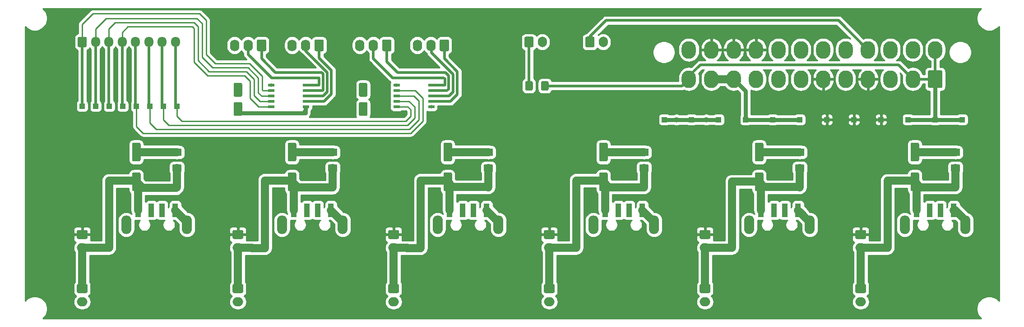
<source format=gbr>
%TF.GenerationSoftware,KiCad,Pcbnew,5.1.10*%
%TF.CreationDate,2021-09-07T22:11:19-04:00*%
%TF.ProjectId,Power Distribution Board Rock64,506f7765-7220-4446-9973-747269627574,rev?*%
%TF.SameCoordinates,Original*%
%TF.FileFunction,Copper,L1,Top*%
%TF.FilePolarity,Positive*%
%FSLAX46Y46*%
G04 Gerber Fmt 4.6, Leading zero omitted, Abs format (unit mm)*
G04 Created by KiCad (PCBNEW 5.1.10) date 2021-09-07 22:11:19*
%MOMM*%
%LPD*%
G01*
G04 APERTURE LIST*
%TA.AperFunction,ComponentPad*%
%ADD10O,1.900000X3.500000*%
%TD*%
%TA.AperFunction,SMDPad,CuDef*%
%ADD11R,1.100000X2.500000*%
%TD*%
%TA.AperFunction,SMDPad,CuDef*%
%ADD12R,1.180000X0.580000*%
%TD*%
%TA.AperFunction,SMDPad,CuDef*%
%ADD13R,1.000000X1.000000*%
%TD*%
%TA.AperFunction,ComponentPad*%
%ADD14O,1.700000X2.000000*%
%TD*%
%TA.AperFunction,ComponentPad*%
%ADD15O,1.740000X2.190000*%
%TD*%
%TA.AperFunction,ComponentPad*%
%ADD16O,1.700000X1.950000*%
%TD*%
%TA.AperFunction,ComponentPad*%
%ADD17O,2.000000X1.700000*%
%TD*%
%TA.AperFunction,ComponentPad*%
%ADD18O,2.700000X3.300000*%
%TD*%
%TA.AperFunction,ViaPad*%
%ADD19C,1.016000*%
%TD*%
%TA.AperFunction,ViaPad*%
%ADD20C,0.635000*%
%TD*%
%TA.AperFunction,Conductor*%
%ADD21C,1.524000*%
%TD*%
%TA.AperFunction,Conductor*%
%ADD22C,0.762000*%
%TD*%
%TA.AperFunction,Conductor*%
%ADD23C,0.508000*%
%TD*%
%TA.AperFunction,Conductor*%
%ADD24C,0.254000*%
%TD*%
%TA.AperFunction,Conductor*%
%ADD25C,0.100000*%
%TD*%
G04 APERTURE END LIST*
D10*
%TO.P,J10,5*%
%TO.N,GND*%
X241950000Y-140420000D03*
X253350000Y-140420000D03*
D11*
%TO.P,J10,1*%
%TO.N,P5V_6*%
X244150000Y-137670000D03*
%TO.P,J10,4*%
%TO.N,GND*%
X251150000Y-137670000D03*
%TO.P,J10,2*%
%TO.N,N/C*%
X246650000Y-137670000D03*
%TO.P,J10,3*%
X248650000Y-137670000D03*
%TD*%
D10*
%TO.P,J9,5*%
%TO.N,GND*%
X183530000Y-140420000D03*
X194930000Y-140420000D03*
D11*
%TO.P,J9,1*%
%TO.N,P5V_4*%
X185730000Y-137670000D03*
%TO.P,J9,4*%
%TO.N,GND*%
X192730000Y-137670000D03*
%TO.P,J9,2*%
%TO.N,N/C*%
X188230000Y-137670000D03*
%TO.P,J9,3*%
X190230000Y-137670000D03*
%TD*%
D10*
%TO.P,J8,5*%
%TO.N,GND*%
X125110000Y-140420000D03*
X136510000Y-140420000D03*
D11*
%TO.P,J8,1*%
%TO.N,P5V_2*%
X127310000Y-137670000D03*
%TO.P,J8,4*%
%TO.N,GND*%
X134310000Y-137670000D03*
%TO.P,J8,2*%
%TO.N,N/C*%
X129810000Y-137670000D03*
%TO.P,J8,3*%
X131810000Y-137670000D03*
%TD*%
D10*
%TO.P,J4,5*%
%TO.N,GND*%
X212740000Y-140420000D03*
X224140000Y-140420000D03*
D11*
%TO.P,J4,1*%
%TO.N,P5V_5*%
X214940000Y-137670000D03*
%TO.P,J4,4*%
%TO.N,GND*%
X221940000Y-137670000D03*
%TO.P,J4,2*%
%TO.N,N/C*%
X217440000Y-137670000D03*
%TO.P,J4,3*%
X219440000Y-137670000D03*
%TD*%
D10*
%TO.P,J3,5*%
%TO.N,GND*%
X154320000Y-140420000D03*
X165720000Y-140420000D03*
D11*
%TO.P,J3,1*%
%TO.N,P5V_3*%
X156520000Y-137670000D03*
%TO.P,J3,4*%
%TO.N,GND*%
X163520000Y-137670000D03*
%TO.P,J3,2*%
%TO.N,N/C*%
X159020000Y-137670000D03*
%TO.P,J3,3*%
X161020000Y-137670000D03*
%TD*%
D10*
%TO.P,J2,5*%
%TO.N,GND*%
X95900000Y-140420000D03*
X107300000Y-140420000D03*
D11*
%TO.P,J2,1*%
%TO.N,P5V_1*%
X98100000Y-137670000D03*
%TO.P,J2,4*%
%TO.N,GND*%
X105100000Y-137670000D03*
%TO.P,J2,2*%
%TO.N,N/C*%
X100600000Y-137670000D03*
%TO.P,J2,3*%
X102600000Y-137670000D03*
%TD*%
D12*
%TO.P,U2,5*%
%TO.N,Fan4_CTRL2*%
X146610000Y-118205000D03*
%TO.P,U2,6*%
%TO.N,GND*%
X153110000Y-118205000D03*
%TO.P,U2,4*%
%TO.N,Fan4_CTRL1*%
X146610000Y-117205000D03*
%TO.P,U2,7*%
%TO.N,Net-(J25-Pad1)*%
X153110000Y-117205000D03*
%TO.P,U2,3*%
%TO.N,Fan3_CTRL2*%
X146610000Y-116205000D03*
%TO.P,U2,8*%
%TO.N,Net-(J25-Pad2)*%
X153110000Y-116205000D03*
%TO.P,U2,2*%
%TO.N,Fan3_CTRL1*%
X146610000Y-115205000D03*
%TO.P,U2,9*%
%TO.N,Net-(J24-Pad1)*%
X153110000Y-115205000D03*
%TO.P,U2,1*%
%TO.N,+12V*%
X146610000Y-114205000D03*
%TO.P,U2,10*%
%TO.N,Net-(J24-Pad2)*%
X153110000Y-114205000D03*
%TD*%
%TO.P,U1,5*%
%TO.N,Fan2_CTRL2*%
X123115000Y-118205000D03*
%TO.P,U1,6*%
%TO.N,GND*%
X129615000Y-118205000D03*
%TO.P,U1,4*%
%TO.N,Fan2_CTRL1*%
X123115000Y-117205000D03*
%TO.P,U1,7*%
%TO.N,Net-(J23-Pad1)*%
X129615000Y-117205000D03*
%TO.P,U1,3*%
%TO.N,Fan1_CTRL2*%
X123115000Y-116205000D03*
%TO.P,U1,8*%
%TO.N,Net-(J23-Pad2)*%
X129615000Y-116205000D03*
%TO.P,U1,2*%
%TO.N,Fan1_CTRL1*%
X123115000Y-115205000D03*
%TO.P,U1,9*%
%TO.N,Net-(J22-Pad1)*%
X129615000Y-115205000D03*
%TO.P,U1,1*%
%TO.N,+12V*%
X123115000Y-114205000D03*
%TO.P,U1,10*%
%TO.N,Net-(J22-Pad2)*%
X129615000Y-114205000D03*
%TD*%
D13*
%TO.P,TP26,1*%
%TO.N,Fan4_CTRL2*%
X105410000Y-118110000D03*
%TD*%
%TO.P,TP25,1*%
%TO.N,Fan4_CTRL1*%
X102870000Y-118110000D03*
%TD*%
%TO.P,TP24,1*%
%TO.N,Fan3_CTRL2*%
X100330000Y-118110000D03*
%TD*%
%TO.P,TP23,1*%
%TO.N,Fan3_CTRL1*%
X97790000Y-118110000D03*
%TD*%
%TO.P,TP22,1*%
%TO.N,P5V_6*%
X251460000Y-133350000D03*
%TD*%
%TO.P,TP21,1*%
%TO.N,P5V_5*%
X222250000Y-133350000D03*
%TD*%
%TO.P,TP20,1*%
%TO.N,P5V_4*%
X193040000Y-133350000D03*
%TD*%
%TO.P,TP19,1*%
%TO.N,Fan2_CTRL2*%
X95250000Y-118110000D03*
%TD*%
%TO.P,TP18,1*%
%TO.N,Fan2_CTRL1*%
X92710000Y-118110000D03*
%TD*%
%TO.P,TP17,1*%
%TO.N,Fan1_CTRL2*%
X90170000Y-118110000D03*
%TD*%
%TO.P,TP16,1*%
%TO.N,Fan1_CTRL1*%
X87630000Y-118110000D03*
%TD*%
%TO.P,TP15,1*%
%TO.N,P5V_3*%
X163830000Y-133350000D03*
%TD*%
%TO.P,TP14,1*%
%TO.N,P5V_2*%
X134620000Y-133350000D03*
%TD*%
%TO.P,TP13,1*%
%TO.N,P5V_1*%
X105410000Y-133350000D03*
%TD*%
%TO.P,TP12,1*%
%TO.N,GND*%
X196850000Y-120650000D03*
%TD*%
%TO.P,TP11,1*%
%TO.N,GND*%
X201930000Y-120650000D03*
%TD*%
%TO.P,TP10,1*%
%TO.N,GND*%
X207010000Y-120650000D03*
%TD*%
%TO.P,TP9,1*%
%TO.N,+12V*%
X212090000Y-120650000D03*
%TD*%
%TO.P,TP8,1*%
%TO.N,+12V*%
X217170000Y-120650000D03*
%TD*%
%TO.P,TP7,1*%
%TO.N,+12V*%
X222250000Y-120650000D03*
%TD*%
%TO.P,TP6,1*%
%TO.N,+5V*%
X227330000Y-120650000D03*
%TD*%
%TO.P,TP5,1*%
%TO.N,+5V*%
X232410000Y-120650000D03*
%TD*%
%TO.P,TP4,1*%
%TO.N,+5V*%
X237490000Y-120650000D03*
%TD*%
%TO.P,TP3,1*%
%TO.N,+3.3V*%
X242570000Y-120650000D03*
%TD*%
%TO.P,TP2,1*%
%TO.N,+3.3V*%
X247650000Y-120650000D03*
%TD*%
%TO.P,TP1,1*%
%TO.N,+3.3V*%
X252730000Y-120650000D03*
%TD*%
%TO.P,R1,2*%
%TO.N,+3.3V*%
%TA.AperFunction,SMDPad,CuDef*%
G36*
G01*
X173712500Y-114925000D02*
X173712500Y-113675000D01*
G75*
G02*
X173962500Y-113425000I250000J0D01*
G01*
X174887500Y-113425000D01*
G75*
G02*
X175137500Y-113675000I0J-250000D01*
G01*
X175137500Y-114925000D01*
G75*
G02*
X174887500Y-115175000I-250000J0D01*
G01*
X173962500Y-115175000D01*
G75*
G02*
X173712500Y-114925000I0J250000D01*
G01*
G37*
%TD.AperFunction*%
%TO.P,R1,1*%
%TO.N,Net-(J26-Pad1)*%
%TA.AperFunction,SMDPad,CuDef*%
G36*
G01*
X170737500Y-114925000D02*
X170737500Y-113675000D01*
G75*
G02*
X170987500Y-113425000I250000J0D01*
G01*
X171912500Y-113425000D01*
G75*
G02*
X172162500Y-113675000I0J-250000D01*
G01*
X172162500Y-114925000D01*
G75*
G02*
X171912500Y-115175000I-250000J0D01*
G01*
X170987500Y-115175000D01*
G75*
G02*
X170737500Y-114925000I0J250000D01*
G01*
G37*
%TD.AperFunction*%
%TD*%
D14*
%TO.P,J26,2*%
%TO.N,GND*%
X173950000Y-106045000D03*
%TO.P,J26,1*%
%TO.N,Net-(J26-Pad1)*%
%TA.AperFunction,ComponentPad*%
G36*
G01*
X170600000Y-106795000D02*
X170600000Y-105295000D01*
G75*
G02*
X170850000Y-105045000I250000J0D01*
G01*
X172050000Y-105045000D01*
G75*
G02*
X172300000Y-105295000I0J-250000D01*
G01*
X172300000Y-106795000D01*
G75*
G02*
X172050000Y-107045000I-250000J0D01*
G01*
X170850000Y-107045000D01*
G75*
G02*
X170600000Y-106795000I0J250000D01*
G01*
G37*
%TD.AperFunction*%
%TD*%
D15*
%TO.P,J25,3*%
%TO.N,N/C*%
X150495000Y-106680000D03*
%TO.P,J25,2*%
%TO.N,Net-(J25-Pad2)*%
X153035000Y-106680000D03*
%TO.P,J25,1*%
%TO.N,Net-(J25-Pad1)*%
%TA.AperFunction,ComponentPad*%
G36*
G01*
X156445000Y-105834999D02*
X156445000Y-107525001D01*
G75*
G02*
X156195001Y-107775000I-249999J0D01*
G01*
X154954999Y-107775000D01*
G75*
G02*
X154705000Y-107525001I0J249999D01*
G01*
X154705000Y-105834999D01*
G75*
G02*
X154954999Y-105585000I249999J0D01*
G01*
X156195001Y-105585000D01*
G75*
G02*
X156445000Y-105834999I0J-249999D01*
G01*
G37*
%TD.AperFunction*%
%TD*%
%TO.P,J24,3*%
%TO.N,N/C*%
X139700000Y-106680000D03*
%TO.P,J24,2*%
%TO.N,Net-(J24-Pad2)*%
X142240000Y-106680000D03*
%TO.P,J24,1*%
%TO.N,Net-(J24-Pad1)*%
%TA.AperFunction,ComponentPad*%
G36*
G01*
X145650000Y-105834999D02*
X145650000Y-107525001D01*
G75*
G02*
X145400001Y-107775000I-249999J0D01*
G01*
X144159999Y-107775000D01*
G75*
G02*
X143910000Y-107525001I0J249999D01*
G01*
X143910000Y-105834999D01*
G75*
G02*
X144159999Y-105585000I249999J0D01*
G01*
X145400001Y-105585000D01*
G75*
G02*
X145650000Y-105834999I0J-249999D01*
G01*
G37*
%TD.AperFunction*%
%TD*%
%TO.P,J23,3*%
%TO.N,N/C*%
X127000000Y-106680000D03*
%TO.P,J23,2*%
%TO.N,Net-(J23-Pad2)*%
X129540000Y-106680000D03*
%TO.P,J23,1*%
%TO.N,Net-(J23-Pad1)*%
%TA.AperFunction,ComponentPad*%
G36*
G01*
X132950000Y-105834999D02*
X132950000Y-107525001D01*
G75*
G02*
X132700001Y-107775000I-249999J0D01*
G01*
X131459999Y-107775000D01*
G75*
G02*
X131210000Y-107525001I0J249999D01*
G01*
X131210000Y-105834999D01*
G75*
G02*
X131459999Y-105585000I249999J0D01*
G01*
X132700001Y-105585000D01*
G75*
G02*
X132950000Y-105834999I0J-249999D01*
G01*
G37*
%TD.AperFunction*%
%TD*%
%TO.P,J22,3*%
%TO.N,N/C*%
X116205000Y-106680000D03*
%TO.P,J22,2*%
%TO.N,Net-(J22-Pad2)*%
X118745000Y-106680000D03*
%TO.P,J22,1*%
%TO.N,Net-(J22-Pad1)*%
%TA.AperFunction,ComponentPad*%
G36*
G01*
X122155000Y-105834999D02*
X122155000Y-107525001D01*
G75*
G02*
X121905001Y-107775000I-249999J0D01*
G01*
X120664999Y-107775000D01*
G75*
G02*
X120415000Y-107525001I0J249999D01*
G01*
X120415000Y-105834999D01*
G75*
G02*
X120664999Y-105585000I249999J0D01*
G01*
X121905001Y-105585000D01*
G75*
G02*
X122155000Y-105834999I0J-249999D01*
G01*
G37*
%TD.AperFunction*%
%TD*%
D16*
%TO.P,J21,8*%
%TO.N,Fan4_CTRL2*%
X105130000Y-106045000D03*
%TO.P,J21,7*%
%TO.N,Fan4_CTRL1*%
X102630000Y-106045000D03*
%TO.P,J21,6*%
%TO.N,Fan3_CTRL2*%
X100130000Y-106045000D03*
%TO.P,J21,5*%
%TO.N,Fan3_CTRL1*%
X97630000Y-106045000D03*
%TO.P,J21,4*%
%TO.N,Fan2_CTRL2*%
X95130000Y-106045000D03*
%TO.P,J21,3*%
%TO.N,Fan2_CTRL1*%
X92630000Y-106045000D03*
%TO.P,J21,2*%
%TO.N,Fan1_CTRL2*%
X90130000Y-106045000D03*
%TO.P,J21,1*%
%TO.N,Fan1_CTRL1*%
%TA.AperFunction,ComponentPad*%
G36*
G01*
X86780000Y-106770000D02*
X86780000Y-105320000D01*
G75*
G02*
X87030000Y-105070000I250000J0D01*
G01*
X88230000Y-105070000D01*
G75*
G02*
X88480000Y-105320000I0J-250000D01*
G01*
X88480000Y-106770000D01*
G75*
G02*
X88230000Y-107020000I-250000J0D01*
G01*
X87030000Y-107020000D01*
G75*
G02*
X86780000Y-106770000I0J250000D01*
G01*
G37*
%TD.AperFunction*%
%TD*%
D17*
%TO.P,J20,2*%
%TO.N,P5V_6*%
X233680000Y-144740000D03*
%TO.P,J20,1*%
%TO.N,+5V*%
%TA.AperFunction,ComponentPad*%
G36*
G01*
X232930000Y-141390000D02*
X234430000Y-141390000D01*
G75*
G02*
X234680000Y-141640000I0J-250000D01*
G01*
X234680000Y-142840000D01*
G75*
G02*
X234430000Y-143090000I-250000J0D01*
G01*
X232930000Y-143090000D01*
G75*
G02*
X232680000Y-142840000I0J250000D01*
G01*
X232680000Y-141640000D01*
G75*
G02*
X232930000Y-141390000I250000J0D01*
G01*
G37*
%TD.AperFunction*%
%TD*%
%TO.P,J19,2*%
%TO.N,P5V_4*%
X175260000Y-144740000D03*
%TO.P,J19,1*%
%TO.N,+5V*%
%TA.AperFunction,ComponentPad*%
G36*
G01*
X174510000Y-141390000D02*
X176010000Y-141390000D01*
G75*
G02*
X176260000Y-141640000I0J-250000D01*
G01*
X176260000Y-142840000D01*
G75*
G02*
X176010000Y-143090000I-250000J0D01*
G01*
X174510000Y-143090000D01*
G75*
G02*
X174260000Y-142840000I0J250000D01*
G01*
X174260000Y-141640000D01*
G75*
G02*
X174510000Y-141390000I250000J0D01*
G01*
G37*
%TD.AperFunction*%
%TD*%
%TO.P,J18,2*%
%TO.N,P5V_2*%
X116840000Y-144740000D03*
%TO.P,J18,1*%
%TO.N,+5V*%
%TA.AperFunction,ComponentPad*%
G36*
G01*
X116090000Y-141390000D02*
X117590000Y-141390000D01*
G75*
G02*
X117840000Y-141640000I0J-250000D01*
G01*
X117840000Y-142840000D01*
G75*
G02*
X117590000Y-143090000I-250000J0D01*
G01*
X116090000Y-143090000D01*
G75*
G02*
X115840000Y-142840000I0J250000D01*
G01*
X115840000Y-141640000D01*
G75*
G02*
X116090000Y-141390000I250000J0D01*
G01*
G37*
%TD.AperFunction*%
%TD*%
D14*
%TO.P,J17,2*%
%TO.N,GND*%
X185380000Y-106045000D03*
%TO.P,J17,1*%
%TO.N,PS-ON*%
%TA.AperFunction,ComponentPad*%
G36*
G01*
X182030000Y-106795000D02*
X182030000Y-105295000D01*
G75*
G02*
X182280000Y-105045000I250000J0D01*
G01*
X183480000Y-105045000D01*
G75*
G02*
X183730000Y-105295000I0J-250000D01*
G01*
X183730000Y-106795000D01*
G75*
G02*
X183480000Y-107045000I-250000J0D01*
G01*
X182280000Y-107045000D01*
G75*
G02*
X182030000Y-106795000I0J250000D01*
G01*
G37*
%TD.AperFunction*%
%TD*%
D17*
%TO.P,J16,2*%
%TO.N,P5V_5*%
X204470000Y-144740000D03*
%TO.P,J16,1*%
%TO.N,+5V*%
%TA.AperFunction,ComponentPad*%
G36*
G01*
X203720000Y-141390000D02*
X205220000Y-141390000D01*
G75*
G02*
X205470000Y-141640000I0J-250000D01*
G01*
X205470000Y-142840000D01*
G75*
G02*
X205220000Y-143090000I-250000J0D01*
G01*
X203720000Y-143090000D01*
G75*
G02*
X203470000Y-142840000I0J250000D01*
G01*
X203470000Y-141640000D01*
G75*
G02*
X203720000Y-141390000I250000J0D01*
G01*
G37*
%TD.AperFunction*%
%TD*%
%TO.P,J15,2*%
%TO.N,P5V_3*%
X146050000Y-144740000D03*
%TO.P,J15,1*%
%TO.N,+5V*%
%TA.AperFunction,ComponentPad*%
G36*
G01*
X145300000Y-141390000D02*
X146800000Y-141390000D01*
G75*
G02*
X147050000Y-141640000I0J-250000D01*
G01*
X147050000Y-142840000D01*
G75*
G02*
X146800000Y-143090000I-250000J0D01*
G01*
X145300000Y-143090000D01*
G75*
G02*
X145050000Y-142840000I0J250000D01*
G01*
X145050000Y-141640000D01*
G75*
G02*
X145300000Y-141390000I250000J0D01*
G01*
G37*
%TD.AperFunction*%
%TD*%
%TO.P,J14,2*%
%TO.N,P5V_1*%
X87630000Y-144740000D03*
%TO.P,J14,1*%
%TO.N,+5V*%
%TA.AperFunction,ComponentPad*%
G36*
G01*
X86880000Y-141390000D02*
X88380000Y-141390000D01*
G75*
G02*
X88630000Y-141640000I0J-250000D01*
G01*
X88630000Y-142840000D01*
G75*
G02*
X88380000Y-143090000I-250000J0D01*
G01*
X86880000Y-143090000D01*
G75*
G02*
X86630000Y-142840000I0J250000D01*
G01*
X86630000Y-141640000D01*
G75*
G02*
X86880000Y-141390000I250000J0D01*
G01*
G37*
%TD.AperFunction*%
%TD*%
%TO.P,J13,2*%
%TO.N,GND*%
X233680000Y-154900000D03*
%TO.P,J13,1*%
%TO.N,P5V_6*%
%TA.AperFunction,ComponentPad*%
G36*
G01*
X232930000Y-151550000D02*
X234430000Y-151550000D01*
G75*
G02*
X234680000Y-151800000I0J-250000D01*
G01*
X234680000Y-153000000D01*
G75*
G02*
X234430000Y-153250000I-250000J0D01*
G01*
X232930000Y-153250000D01*
G75*
G02*
X232680000Y-153000000I0J250000D01*
G01*
X232680000Y-151800000D01*
G75*
G02*
X232930000Y-151550000I250000J0D01*
G01*
G37*
%TD.AperFunction*%
%TD*%
%TO.P,J12,2*%
%TO.N,GND*%
X175260000Y-154900000D03*
%TO.P,J12,1*%
%TO.N,P5V_4*%
%TA.AperFunction,ComponentPad*%
G36*
G01*
X174510000Y-151550000D02*
X176010000Y-151550000D01*
G75*
G02*
X176260000Y-151800000I0J-250000D01*
G01*
X176260000Y-153000000D01*
G75*
G02*
X176010000Y-153250000I-250000J0D01*
G01*
X174510000Y-153250000D01*
G75*
G02*
X174260000Y-153000000I0J250000D01*
G01*
X174260000Y-151800000D01*
G75*
G02*
X174510000Y-151550000I250000J0D01*
G01*
G37*
%TD.AperFunction*%
%TD*%
%TO.P,J11,2*%
%TO.N,GND*%
X116840000Y-154900000D03*
%TO.P,J11,1*%
%TO.N,P5V_2*%
%TA.AperFunction,ComponentPad*%
G36*
G01*
X116090000Y-151550000D02*
X117590000Y-151550000D01*
G75*
G02*
X117840000Y-151800000I0J-250000D01*
G01*
X117840000Y-153000000D01*
G75*
G02*
X117590000Y-153250000I-250000J0D01*
G01*
X116090000Y-153250000D01*
G75*
G02*
X115840000Y-153000000I0J250000D01*
G01*
X115840000Y-151800000D01*
G75*
G02*
X116090000Y-151550000I250000J0D01*
G01*
G37*
%TD.AperFunction*%
%TD*%
%TO.P,J7,2*%
%TO.N,GND*%
X204470000Y-154900000D03*
%TO.P,J7,1*%
%TO.N,P5V_5*%
%TA.AperFunction,ComponentPad*%
G36*
G01*
X203720000Y-151550000D02*
X205220000Y-151550000D01*
G75*
G02*
X205470000Y-151800000I0J-250000D01*
G01*
X205470000Y-153000000D01*
G75*
G02*
X205220000Y-153250000I-250000J0D01*
G01*
X203720000Y-153250000D01*
G75*
G02*
X203470000Y-153000000I0J250000D01*
G01*
X203470000Y-151800000D01*
G75*
G02*
X203720000Y-151550000I250000J0D01*
G01*
G37*
%TD.AperFunction*%
%TD*%
%TO.P,J6,2*%
%TO.N,GND*%
X146050000Y-154900000D03*
%TO.P,J6,1*%
%TO.N,P5V_3*%
%TA.AperFunction,ComponentPad*%
G36*
G01*
X145300000Y-151550000D02*
X146800000Y-151550000D01*
G75*
G02*
X147050000Y-151800000I0J-250000D01*
G01*
X147050000Y-153000000D01*
G75*
G02*
X146800000Y-153250000I-250000J0D01*
G01*
X145300000Y-153250000D01*
G75*
G02*
X145050000Y-153000000I0J250000D01*
G01*
X145050000Y-151800000D01*
G75*
G02*
X145300000Y-151550000I250000J0D01*
G01*
G37*
%TD.AperFunction*%
%TD*%
%TO.P,J5,2*%
%TO.N,GND*%
X87630000Y-154900000D03*
%TO.P,J5,1*%
%TO.N,P5V_1*%
%TA.AperFunction,ComponentPad*%
G36*
G01*
X86880000Y-151550000D02*
X88380000Y-151550000D01*
G75*
G02*
X88630000Y-151800000I0J-250000D01*
G01*
X88630000Y-153000000D01*
G75*
G02*
X88380000Y-153250000I-250000J0D01*
G01*
X86880000Y-153250000D01*
G75*
G02*
X86630000Y-153000000I0J250000D01*
G01*
X86630000Y-151800000D01*
G75*
G02*
X86880000Y-151550000I250000J0D01*
G01*
G37*
%TD.AperFunction*%
%TD*%
D18*
%TO.P,J1,24*%
%TO.N,GND*%
X201450000Y-107530000D03*
%TO.P,J1,23*%
%TO.N,+5V*%
X205650000Y-107530000D03*
%TO.P,J1,22*%
X209850000Y-107530000D03*
%TO.P,J1,21*%
X214050000Y-107530000D03*
%TO.P,J1,20*%
%TO.N,N/C*%
X218250000Y-107530000D03*
%TO.P,J1,19*%
%TO.N,GND*%
X222450000Y-107530000D03*
%TO.P,J1,18*%
X226650000Y-107530000D03*
%TO.P,J1,17*%
X230850000Y-107530000D03*
%TO.P,J1,16*%
%TO.N,PS-ON*%
X235050000Y-107530000D03*
%TO.P,J1,15*%
%TO.N,GND*%
X239250000Y-107530000D03*
%TO.P,J1,14*%
%TO.N,N/C*%
X243450000Y-107530000D03*
%TO.P,J1,13*%
%TO.N,+3.3V*%
X247650000Y-107530000D03*
%TO.P,J1,12*%
X201450000Y-113030000D03*
%TO.P,J1,11*%
%TO.N,+12V*%
X205650000Y-113030000D03*
%TO.P,J1,10*%
X209850000Y-113030000D03*
%TO.P,J1,9*%
%TO.N,N/C*%
X214050000Y-113030000D03*
%TO.P,J1,8*%
X218250000Y-113030000D03*
%TO.P,J1,7*%
%TO.N,GND*%
X222450000Y-113030000D03*
%TO.P,J1,6*%
%TO.N,+5V*%
X226650000Y-113030000D03*
%TO.P,J1,5*%
%TO.N,GND*%
X230850000Y-113030000D03*
%TO.P,J1,4*%
%TO.N,+5V*%
X235050000Y-113030000D03*
%TO.P,J1,3*%
%TO.N,GND*%
X239250000Y-113030000D03*
%TO.P,J1,2*%
%TO.N,+3.3V*%
X243450000Y-113030000D03*
%TO.P,J1,1*%
%TA.AperFunction,ComponentPad*%
G36*
G01*
X249000000Y-111630001D02*
X249000000Y-114429999D01*
G75*
G02*
X248749999Y-114680000I-250001J0D01*
G01*
X246550001Y-114680000D01*
G75*
G02*
X246300000Y-114429999I0J250001D01*
G01*
X246300000Y-111630001D01*
G75*
G02*
X246550001Y-111380000I250001J0D01*
G01*
X248749999Y-111380000D01*
G75*
G02*
X249000000Y-111630001I0J-250001D01*
G01*
G37*
%TD.AperFunction*%
%TD*%
%TO.P,C14,2*%
%TO.N,GND*%
%TA.AperFunction,SMDPad,CuDef*%
G36*
G01*
X139785000Y-117340000D02*
X140885000Y-117340000D01*
G75*
G02*
X141135000Y-117590000I0J-250000D01*
G01*
X141135000Y-119690000D01*
G75*
G02*
X140885000Y-119940000I-250000J0D01*
G01*
X139785000Y-119940000D01*
G75*
G02*
X139535000Y-119690000I0J250000D01*
G01*
X139535000Y-117590000D01*
G75*
G02*
X139785000Y-117340000I250000J0D01*
G01*
G37*
%TD.AperFunction*%
%TO.P,C14,1*%
%TO.N,+12V*%
%TA.AperFunction,SMDPad,CuDef*%
G36*
G01*
X139785000Y-113740000D02*
X140885000Y-113740000D01*
G75*
G02*
X141135000Y-113990000I0J-250000D01*
G01*
X141135000Y-116090000D01*
G75*
G02*
X140885000Y-116340000I-250000J0D01*
G01*
X139785000Y-116340000D01*
G75*
G02*
X139535000Y-116090000I0J250000D01*
G01*
X139535000Y-113990000D01*
G75*
G02*
X139785000Y-113740000I250000J0D01*
G01*
G37*
%TD.AperFunction*%
%TD*%
%TO.P,C13,2*%
%TO.N,GND*%
%TA.AperFunction,SMDPad,CuDef*%
G36*
G01*
X116290000Y-117340000D02*
X117390000Y-117340000D01*
G75*
G02*
X117640000Y-117590000I0J-250000D01*
G01*
X117640000Y-119690000D01*
G75*
G02*
X117390000Y-119940000I-250000J0D01*
G01*
X116290000Y-119940000D01*
G75*
G02*
X116040000Y-119690000I0J250000D01*
G01*
X116040000Y-117590000D01*
G75*
G02*
X116290000Y-117340000I250000J0D01*
G01*
G37*
%TD.AperFunction*%
%TO.P,C13,1*%
%TO.N,+12V*%
%TA.AperFunction,SMDPad,CuDef*%
G36*
G01*
X116290000Y-113740000D02*
X117390000Y-113740000D01*
G75*
G02*
X117640000Y-113990000I0J-250000D01*
G01*
X117640000Y-116090000D01*
G75*
G02*
X117390000Y-116340000I-250000J0D01*
G01*
X116290000Y-116340000D01*
G75*
G02*
X116040000Y-116090000I0J250000D01*
G01*
X116040000Y-113990000D01*
G75*
G02*
X116290000Y-113740000I250000J0D01*
G01*
G37*
%TD.AperFunction*%
%TD*%
%TO.P,C12,2*%
%TO.N,GND*%
%TA.AperFunction,SMDPad,CuDef*%
G36*
G01*
X252085000Y-127495000D02*
X250835000Y-127495000D01*
G75*
G02*
X250585000Y-127245000I0J250000D01*
G01*
X250585000Y-126320000D01*
G75*
G02*
X250835000Y-126070000I250000J0D01*
G01*
X252085000Y-126070000D01*
G75*
G02*
X252335000Y-126320000I0J-250000D01*
G01*
X252335000Y-127245000D01*
G75*
G02*
X252085000Y-127495000I-250000J0D01*
G01*
G37*
%TD.AperFunction*%
%TO.P,C12,1*%
%TO.N,P5V_6*%
%TA.AperFunction,SMDPad,CuDef*%
G36*
G01*
X252085000Y-130470000D02*
X250835000Y-130470000D01*
G75*
G02*
X250585000Y-130220000I0J250000D01*
G01*
X250585000Y-129295000D01*
G75*
G02*
X250835000Y-129045000I250000J0D01*
G01*
X252085000Y-129045000D01*
G75*
G02*
X252335000Y-129295000I0J-250000D01*
G01*
X252335000Y-130220000D01*
G75*
G02*
X252085000Y-130470000I-250000J0D01*
G01*
G37*
%TD.AperFunction*%
%TD*%
%TO.P,C11,2*%
%TO.N,GND*%
%TA.AperFunction,SMDPad,CuDef*%
G36*
G01*
X193665000Y-127495000D02*
X192415000Y-127495000D01*
G75*
G02*
X192165000Y-127245000I0J250000D01*
G01*
X192165000Y-126320000D01*
G75*
G02*
X192415000Y-126070000I250000J0D01*
G01*
X193665000Y-126070000D01*
G75*
G02*
X193915000Y-126320000I0J-250000D01*
G01*
X193915000Y-127245000D01*
G75*
G02*
X193665000Y-127495000I-250000J0D01*
G01*
G37*
%TD.AperFunction*%
%TO.P,C11,1*%
%TO.N,P5V_4*%
%TA.AperFunction,SMDPad,CuDef*%
G36*
G01*
X193665000Y-130470000D02*
X192415000Y-130470000D01*
G75*
G02*
X192165000Y-130220000I0J250000D01*
G01*
X192165000Y-129295000D01*
G75*
G02*
X192415000Y-129045000I250000J0D01*
G01*
X193665000Y-129045000D01*
G75*
G02*
X193915000Y-129295000I0J-250000D01*
G01*
X193915000Y-130220000D01*
G75*
G02*
X193665000Y-130470000I-250000J0D01*
G01*
G37*
%TD.AperFunction*%
%TD*%
%TO.P,C10,2*%
%TO.N,GND*%
%TA.AperFunction,SMDPad,CuDef*%
G36*
G01*
X135245000Y-127495000D02*
X133995000Y-127495000D01*
G75*
G02*
X133745000Y-127245000I0J250000D01*
G01*
X133745000Y-126320000D01*
G75*
G02*
X133995000Y-126070000I250000J0D01*
G01*
X135245000Y-126070000D01*
G75*
G02*
X135495000Y-126320000I0J-250000D01*
G01*
X135495000Y-127245000D01*
G75*
G02*
X135245000Y-127495000I-250000J0D01*
G01*
G37*
%TD.AperFunction*%
%TO.P,C10,1*%
%TO.N,P5V_2*%
%TA.AperFunction,SMDPad,CuDef*%
G36*
G01*
X135245000Y-130470000D02*
X133995000Y-130470000D01*
G75*
G02*
X133745000Y-130220000I0J250000D01*
G01*
X133745000Y-129295000D01*
G75*
G02*
X133995000Y-129045000I250000J0D01*
G01*
X135245000Y-129045000D01*
G75*
G02*
X135495000Y-129295000I0J-250000D01*
G01*
X135495000Y-130220000D01*
G75*
G02*
X135245000Y-130470000I-250000J0D01*
G01*
G37*
%TD.AperFunction*%
%TD*%
%TO.P,C9,2*%
%TO.N,GND*%
%TA.AperFunction,SMDPad,CuDef*%
G36*
G01*
X244390000Y-128490000D02*
X243290000Y-128490000D01*
G75*
G02*
X243040000Y-128240000I0J250000D01*
G01*
X243040000Y-125240000D01*
G75*
G02*
X243290000Y-124990000I250000J0D01*
G01*
X244390000Y-124990000D01*
G75*
G02*
X244640000Y-125240000I0J-250000D01*
G01*
X244640000Y-128240000D01*
G75*
G02*
X244390000Y-128490000I-250000J0D01*
G01*
G37*
%TD.AperFunction*%
%TO.P,C9,1*%
%TO.N,P5V_6*%
%TA.AperFunction,SMDPad,CuDef*%
G36*
G01*
X244390000Y-134090000D02*
X243290000Y-134090000D01*
G75*
G02*
X243040000Y-133840000I0J250000D01*
G01*
X243040000Y-130840000D01*
G75*
G02*
X243290000Y-130590000I250000J0D01*
G01*
X244390000Y-130590000D01*
G75*
G02*
X244640000Y-130840000I0J-250000D01*
G01*
X244640000Y-133840000D01*
G75*
G02*
X244390000Y-134090000I-250000J0D01*
G01*
G37*
%TD.AperFunction*%
%TD*%
%TO.P,C8,2*%
%TO.N,GND*%
%TA.AperFunction,SMDPad,CuDef*%
G36*
G01*
X185970000Y-128490000D02*
X184870000Y-128490000D01*
G75*
G02*
X184620000Y-128240000I0J250000D01*
G01*
X184620000Y-125240000D01*
G75*
G02*
X184870000Y-124990000I250000J0D01*
G01*
X185970000Y-124990000D01*
G75*
G02*
X186220000Y-125240000I0J-250000D01*
G01*
X186220000Y-128240000D01*
G75*
G02*
X185970000Y-128490000I-250000J0D01*
G01*
G37*
%TD.AperFunction*%
%TO.P,C8,1*%
%TO.N,P5V_4*%
%TA.AperFunction,SMDPad,CuDef*%
G36*
G01*
X185970000Y-134090000D02*
X184870000Y-134090000D01*
G75*
G02*
X184620000Y-133840000I0J250000D01*
G01*
X184620000Y-130840000D01*
G75*
G02*
X184870000Y-130590000I250000J0D01*
G01*
X185970000Y-130590000D01*
G75*
G02*
X186220000Y-130840000I0J-250000D01*
G01*
X186220000Y-133840000D01*
G75*
G02*
X185970000Y-134090000I-250000J0D01*
G01*
G37*
%TD.AperFunction*%
%TD*%
%TO.P,C7,2*%
%TO.N,GND*%
%TA.AperFunction,SMDPad,CuDef*%
G36*
G01*
X127550000Y-128490000D02*
X126450000Y-128490000D01*
G75*
G02*
X126200000Y-128240000I0J250000D01*
G01*
X126200000Y-125240000D01*
G75*
G02*
X126450000Y-124990000I250000J0D01*
G01*
X127550000Y-124990000D01*
G75*
G02*
X127800000Y-125240000I0J-250000D01*
G01*
X127800000Y-128240000D01*
G75*
G02*
X127550000Y-128490000I-250000J0D01*
G01*
G37*
%TD.AperFunction*%
%TO.P,C7,1*%
%TO.N,P5V_2*%
%TA.AperFunction,SMDPad,CuDef*%
G36*
G01*
X127550000Y-134090000D02*
X126450000Y-134090000D01*
G75*
G02*
X126200000Y-133840000I0J250000D01*
G01*
X126200000Y-130840000D01*
G75*
G02*
X126450000Y-130590000I250000J0D01*
G01*
X127550000Y-130590000D01*
G75*
G02*
X127800000Y-130840000I0J-250000D01*
G01*
X127800000Y-133840000D01*
G75*
G02*
X127550000Y-134090000I-250000J0D01*
G01*
G37*
%TD.AperFunction*%
%TD*%
%TO.P,C6,2*%
%TO.N,GND*%
%TA.AperFunction,SMDPad,CuDef*%
G36*
G01*
X222875000Y-127495000D02*
X221625000Y-127495000D01*
G75*
G02*
X221375000Y-127245000I0J250000D01*
G01*
X221375000Y-126320000D01*
G75*
G02*
X221625000Y-126070000I250000J0D01*
G01*
X222875000Y-126070000D01*
G75*
G02*
X223125000Y-126320000I0J-250000D01*
G01*
X223125000Y-127245000D01*
G75*
G02*
X222875000Y-127495000I-250000J0D01*
G01*
G37*
%TD.AperFunction*%
%TO.P,C6,1*%
%TO.N,P5V_5*%
%TA.AperFunction,SMDPad,CuDef*%
G36*
G01*
X222875000Y-130470000D02*
X221625000Y-130470000D01*
G75*
G02*
X221375000Y-130220000I0J250000D01*
G01*
X221375000Y-129295000D01*
G75*
G02*
X221625000Y-129045000I250000J0D01*
G01*
X222875000Y-129045000D01*
G75*
G02*
X223125000Y-129295000I0J-250000D01*
G01*
X223125000Y-130220000D01*
G75*
G02*
X222875000Y-130470000I-250000J0D01*
G01*
G37*
%TD.AperFunction*%
%TD*%
%TO.P,C5,2*%
%TO.N,GND*%
%TA.AperFunction,SMDPad,CuDef*%
G36*
G01*
X164455000Y-127495000D02*
X163205000Y-127495000D01*
G75*
G02*
X162955000Y-127245000I0J250000D01*
G01*
X162955000Y-126320000D01*
G75*
G02*
X163205000Y-126070000I250000J0D01*
G01*
X164455000Y-126070000D01*
G75*
G02*
X164705000Y-126320000I0J-250000D01*
G01*
X164705000Y-127245000D01*
G75*
G02*
X164455000Y-127495000I-250000J0D01*
G01*
G37*
%TD.AperFunction*%
%TO.P,C5,1*%
%TO.N,P5V_3*%
%TA.AperFunction,SMDPad,CuDef*%
G36*
G01*
X164455000Y-130470000D02*
X163205000Y-130470000D01*
G75*
G02*
X162955000Y-130220000I0J250000D01*
G01*
X162955000Y-129295000D01*
G75*
G02*
X163205000Y-129045000I250000J0D01*
G01*
X164455000Y-129045000D01*
G75*
G02*
X164705000Y-129295000I0J-250000D01*
G01*
X164705000Y-130220000D01*
G75*
G02*
X164455000Y-130470000I-250000J0D01*
G01*
G37*
%TD.AperFunction*%
%TD*%
%TO.P,C4,2*%
%TO.N,GND*%
%TA.AperFunction,SMDPad,CuDef*%
G36*
G01*
X106035000Y-127495000D02*
X104785000Y-127495000D01*
G75*
G02*
X104535000Y-127245000I0J250000D01*
G01*
X104535000Y-126320000D01*
G75*
G02*
X104785000Y-126070000I250000J0D01*
G01*
X106035000Y-126070000D01*
G75*
G02*
X106285000Y-126320000I0J-250000D01*
G01*
X106285000Y-127245000D01*
G75*
G02*
X106035000Y-127495000I-250000J0D01*
G01*
G37*
%TD.AperFunction*%
%TO.P,C4,1*%
%TO.N,P5V_1*%
%TA.AperFunction,SMDPad,CuDef*%
G36*
G01*
X106035000Y-130470000D02*
X104785000Y-130470000D01*
G75*
G02*
X104535000Y-130220000I0J250000D01*
G01*
X104535000Y-129295000D01*
G75*
G02*
X104785000Y-129045000I250000J0D01*
G01*
X106035000Y-129045000D01*
G75*
G02*
X106285000Y-129295000I0J-250000D01*
G01*
X106285000Y-130220000D01*
G75*
G02*
X106035000Y-130470000I-250000J0D01*
G01*
G37*
%TD.AperFunction*%
%TD*%
%TO.P,C3,2*%
%TO.N,GND*%
%TA.AperFunction,SMDPad,CuDef*%
G36*
G01*
X215180000Y-128490000D02*
X214080000Y-128490000D01*
G75*
G02*
X213830000Y-128240000I0J250000D01*
G01*
X213830000Y-125240000D01*
G75*
G02*
X214080000Y-124990000I250000J0D01*
G01*
X215180000Y-124990000D01*
G75*
G02*
X215430000Y-125240000I0J-250000D01*
G01*
X215430000Y-128240000D01*
G75*
G02*
X215180000Y-128490000I-250000J0D01*
G01*
G37*
%TD.AperFunction*%
%TO.P,C3,1*%
%TO.N,P5V_5*%
%TA.AperFunction,SMDPad,CuDef*%
G36*
G01*
X215180000Y-134090000D02*
X214080000Y-134090000D01*
G75*
G02*
X213830000Y-133840000I0J250000D01*
G01*
X213830000Y-130840000D01*
G75*
G02*
X214080000Y-130590000I250000J0D01*
G01*
X215180000Y-130590000D01*
G75*
G02*
X215430000Y-130840000I0J-250000D01*
G01*
X215430000Y-133840000D01*
G75*
G02*
X215180000Y-134090000I-250000J0D01*
G01*
G37*
%TD.AperFunction*%
%TD*%
%TO.P,C2,2*%
%TO.N,GND*%
%TA.AperFunction,SMDPad,CuDef*%
G36*
G01*
X156760000Y-128490000D02*
X155660000Y-128490000D01*
G75*
G02*
X155410000Y-128240000I0J250000D01*
G01*
X155410000Y-125240000D01*
G75*
G02*
X155660000Y-124990000I250000J0D01*
G01*
X156760000Y-124990000D01*
G75*
G02*
X157010000Y-125240000I0J-250000D01*
G01*
X157010000Y-128240000D01*
G75*
G02*
X156760000Y-128490000I-250000J0D01*
G01*
G37*
%TD.AperFunction*%
%TO.P,C2,1*%
%TO.N,P5V_3*%
%TA.AperFunction,SMDPad,CuDef*%
G36*
G01*
X156760000Y-134090000D02*
X155660000Y-134090000D01*
G75*
G02*
X155410000Y-133840000I0J250000D01*
G01*
X155410000Y-130840000D01*
G75*
G02*
X155660000Y-130590000I250000J0D01*
G01*
X156760000Y-130590000D01*
G75*
G02*
X157010000Y-130840000I0J-250000D01*
G01*
X157010000Y-133840000D01*
G75*
G02*
X156760000Y-134090000I-250000J0D01*
G01*
G37*
%TD.AperFunction*%
%TD*%
%TO.P,C1,2*%
%TO.N,GND*%
%TA.AperFunction,SMDPad,CuDef*%
G36*
G01*
X98340000Y-128490000D02*
X97240000Y-128490000D01*
G75*
G02*
X96990000Y-128240000I0J250000D01*
G01*
X96990000Y-125240000D01*
G75*
G02*
X97240000Y-124990000I250000J0D01*
G01*
X98340000Y-124990000D01*
G75*
G02*
X98590000Y-125240000I0J-250000D01*
G01*
X98590000Y-128240000D01*
G75*
G02*
X98340000Y-128490000I-250000J0D01*
G01*
G37*
%TD.AperFunction*%
%TO.P,C1,1*%
%TO.N,P5V_1*%
%TA.AperFunction,SMDPad,CuDef*%
G36*
G01*
X98340000Y-134090000D02*
X97240000Y-134090000D01*
G75*
G02*
X96990000Y-133840000I0J250000D01*
G01*
X96990000Y-130840000D01*
G75*
G02*
X97240000Y-130590000I250000J0D01*
G01*
X98340000Y-130590000D01*
G75*
G02*
X98590000Y-130840000I0J-250000D01*
G01*
X98590000Y-133840000D01*
G75*
G02*
X98340000Y-134090000I-250000J0D01*
G01*
G37*
%TD.AperFunction*%
%TD*%
D19*
%TO.N,GND*%
X140335000Y-118745000D03*
X204724000Y-120650000D03*
X199136000Y-120650000D03*
X101225000Y-126740000D03*
X130435000Y-126740000D03*
X159512000Y-126740000D03*
X188855000Y-126740000D03*
X218065000Y-126740000D03*
X247148000Y-126740000D03*
X116840000Y-118745000D03*
X129413000Y-119253000D03*
D20*
X153162000Y-118237000D03*
D19*
%TO.N,+12V*%
X116840000Y-114935000D03*
D20*
X123063000Y-114173000D03*
D19*
X140335000Y-114935000D03*
D20*
X146558000Y-114173000D03*
%TD*%
D21*
%TO.N,GND*%
X105367500Y-126740000D02*
X105410000Y-126782500D01*
X97790000Y-126740000D02*
X101225000Y-126740000D01*
X134577500Y-126740000D02*
X134620000Y-126782500D01*
X127000000Y-126740000D02*
X130435000Y-126740000D01*
X163787500Y-126740000D02*
X163830000Y-126782500D01*
X156210000Y-126740000D02*
X159772000Y-126740000D01*
X192997500Y-126740000D02*
X193040000Y-126782500D01*
X185420000Y-126740000D02*
X188855000Y-126740000D01*
X222207500Y-126740000D02*
X222250000Y-126782500D01*
X214630000Y-126740000D02*
X218065000Y-126740000D01*
X251417500Y-126740000D02*
X251460000Y-126782500D01*
X243840000Y-126740000D02*
X247148000Y-126740000D01*
X101225000Y-126740000D02*
X105367500Y-126740000D01*
X130435000Y-126740000D02*
X134577500Y-126740000D01*
X159772000Y-126740000D02*
X163787500Y-126740000D01*
X188855000Y-126740000D02*
X192997500Y-126740000D01*
X218065000Y-126740000D02*
X222207500Y-126740000D01*
X247148000Y-126740000D02*
X251417500Y-126740000D01*
D22*
X196850000Y-120650000D02*
X201930000Y-120650000D01*
X201930000Y-120650000D02*
X207010000Y-120650000D01*
X116840000Y-118640000D02*
X116840000Y-119380000D01*
X117479001Y-119384001D02*
X129535999Y-119384001D01*
X117475000Y-119380000D02*
X117479001Y-119384001D01*
X116840000Y-119380000D02*
X117475000Y-119380000D01*
X129535999Y-119384001D02*
X129540000Y-119380000D01*
X129540000Y-118384001D02*
X129615000Y-118384001D01*
X129540000Y-119380000D02*
X129540000Y-118384001D01*
X116840000Y-119380000D02*
X116840000Y-119380000D01*
X129540000Y-119380000D02*
X129540000Y-119380000D01*
D21*
X253350000Y-139550000D02*
X253350000Y-140420000D01*
X251470000Y-137670000D02*
X253350000Y-139550000D01*
X251150000Y-137670000D02*
X251470000Y-137670000D01*
X224140000Y-139940000D02*
X224140000Y-140420000D01*
X222800000Y-138600000D02*
X224140000Y-139940000D01*
X222800000Y-138530000D02*
X222800000Y-138600000D01*
X221940000Y-137670000D02*
X222800000Y-138530000D01*
X194930000Y-139930000D02*
X194930000Y-140420000D01*
X192730000Y-137730000D02*
X194930000Y-139930000D01*
X192730000Y-137670000D02*
X192730000Y-137730000D01*
X165720000Y-139870000D02*
X163520000Y-137670000D01*
X165720000Y-140420000D02*
X165720000Y-139870000D01*
X136510000Y-139870000D02*
X134310000Y-137670000D01*
X136510000Y-140420000D02*
X136510000Y-139870000D01*
X107300000Y-139870000D02*
X105100000Y-137670000D01*
X107300000Y-140420000D02*
X107300000Y-139870000D01*
%TO.N,P5V_1*%
X87630000Y-152400000D02*
X87630000Y-144740000D01*
X87630000Y-144740000D02*
X92670000Y-144740000D01*
X92670000Y-144740000D02*
X92670000Y-132120000D01*
X92670000Y-132120000D02*
X97570000Y-132120000D01*
X105410000Y-133350000D02*
X105410000Y-129757500D01*
X98100000Y-132650000D02*
X97790000Y-132340000D01*
X98100000Y-137670000D02*
X98100000Y-132650000D01*
X105260000Y-133500000D02*
X105410000Y-133350000D01*
X98950000Y-133500000D02*
X105260000Y-133500000D01*
X97790000Y-132340000D02*
X98950000Y-133500000D01*
%TO.N,P5V_3*%
X146050000Y-152400000D02*
X146050000Y-144740000D01*
X148574000Y-144740000D02*
X148614000Y-144780000D01*
X146050000Y-144740000D02*
X148574000Y-144740000D01*
X148614000Y-144780000D02*
X151130000Y-144780000D01*
X151130000Y-144780000D02*
X151130000Y-132080000D01*
X155950000Y-132080000D02*
X156210000Y-132340000D01*
X151130000Y-132080000D02*
X155950000Y-132080000D01*
X163830000Y-133350000D02*
X163830000Y-129757500D01*
X156520000Y-132650000D02*
X156210000Y-132340000D01*
X156520000Y-137670000D02*
X156520000Y-132650000D01*
X163780000Y-133300000D02*
X163830000Y-133350000D01*
X157170000Y-133300000D02*
X163780000Y-133300000D01*
X156210000Y-132340000D02*
X157170000Y-133300000D01*
%TO.N,P5V_5*%
X204470000Y-152400000D02*
X204470000Y-144740000D01*
X222250000Y-129757500D02*
X222250000Y-133350000D01*
X214940000Y-132650000D02*
X214630000Y-132340000D01*
X214940000Y-137670000D02*
X214940000Y-132650000D01*
X214590000Y-132300000D02*
X214630000Y-132340000D01*
X209550000Y-132300000D02*
X214590000Y-132300000D01*
X209550000Y-144700000D02*
X209550000Y-132300000D01*
X209510000Y-144740000D02*
X209550000Y-144700000D01*
X204470000Y-144740000D02*
X209510000Y-144740000D01*
X222200000Y-133300000D02*
X222250000Y-133350000D01*
X215590000Y-133300000D02*
X222200000Y-133300000D01*
X214630000Y-132340000D02*
X215590000Y-133300000D01*
%TO.N,P5V_2*%
X116840000Y-152400000D02*
X116840000Y-144740000D01*
X126740000Y-132080000D02*
X127000000Y-132340000D01*
X121920000Y-132080000D02*
X126740000Y-132080000D01*
X121920000Y-144780000D02*
X121920000Y-132080000D01*
X119460000Y-144780000D02*
X121920000Y-144780000D01*
X119420000Y-144740000D02*
X119460000Y-144780000D01*
X116840000Y-144740000D02*
X119420000Y-144740000D01*
X134620000Y-133350000D02*
X134620000Y-129757500D01*
X127310000Y-132650000D02*
X127000000Y-132340000D01*
X127310000Y-137670000D02*
X127310000Y-132650000D01*
X134570000Y-133400000D02*
X134620000Y-133350000D01*
X128060000Y-133400000D02*
X134570000Y-133400000D01*
X127000000Y-132340000D02*
X128060000Y-133400000D01*
%TO.N,P5V_4*%
X175260000Y-152400000D02*
X175260000Y-144740000D01*
X175260000Y-144740000D02*
X180300000Y-144740000D01*
X180300000Y-144740000D02*
X180340000Y-144700000D01*
X180340000Y-144700000D02*
X180340000Y-132080000D01*
X185160000Y-132080000D02*
X185420000Y-132340000D01*
X180340000Y-132080000D02*
X185160000Y-132080000D01*
X193040000Y-132080000D02*
X193040000Y-129757500D01*
X185730000Y-132650000D02*
X185420000Y-132340000D01*
X185730000Y-137670000D02*
X185730000Y-132650000D01*
X193040000Y-133350000D02*
X193040000Y-132080000D01*
X186430000Y-133350000D02*
X193040000Y-133350000D01*
X185420000Y-132340000D02*
X186430000Y-133350000D01*
%TO.N,P5V_6*%
X233680000Y-144740000D02*
X233680000Y-152400000D01*
X251460000Y-129757500D02*
X251460000Y-133350000D01*
X244850000Y-133350000D02*
X243840000Y-132340000D01*
X251460000Y-133350000D02*
X244850000Y-133350000D01*
X243620000Y-132120000D02*
X243840000Y-132340000D01*
X238720000Y-132120000D02*
X243620000Y-132120000D01*
X238720000Y-144740000D02*
X238720000Y-132120000D01*
X233680000Y-144740000D02*
X238720000Y-144740000D01*
X244150000Y-132650000D02*
X243840000Y-132340000D01*
X244150000Y-137670000D02*
X244150000Y-132650000D01*
D22*
%TO.N,+12V*%
X212090000Y-120650000D02*
X217170000Y-120650000D01*
X217170000Y-120650000D02*
X222250000Y-120650000D01*
X212090000Y-115270000D02*
X209850000Y-113030000D01*
X212090000Y-120650000D02*
X212090000Y-115270000D01*
D21*
X205650000Y-113030000D02*
X209850000Y-113030000D01*
D23*
%TO.N,PS-ON*%
X229501000Y-101981000D02*
X235050000Y-107530000D01*
X185944000Y-101981000D02*
X229501000Y-101981000D01*
X182880000Y-105045000D02*
X185944000Y-101981000D01*
X182880000Y-106045000D02*
X182880000Y-105045000D01*
D22*
%TO.N,+3.3V*%
X242570000Y-120650000D02*
X247650000Y-120650000D01*
X247650000Y-120650000D02*
X252730000Y-120650000D01*
X247650000Y-120650000D02*
X247650000Y-113030000D01*
D23*
X247650000Y-107530000D02*
X247650000Y-113030000D01*
X247650000Y-113030000D02*
X243450000Y-113030000D01*
X200180000Y-114300000D02*
X174425000Y-114300000D01*
X201450000Y-113030000D02*
X200180000Y-114300000D01*
X240783000Y-110363000D02*
X243450000Y-113030000D01*
X201450000Y-112494000D02*
X203581000Y-110363000D01*
X203581000Y-110363000D02*
X240783000Y-110363000D01*
X201450000Y-113030000D02*
X201450000Y-112494000D01*
%TO.N,Fan4_CTRL2*%
X105130000Y-117830000D02*
X105410000Y-118110000D01*
X105130000Y-106045000D02*
X105130000Y-117830000D01*
D24*
X148685000Y-118205000D02*
X146610000Y-118205000D01*
X149225000Y-118745000D02*
X148685000Y-118205000D01*
X149225000Y-120015000D02*
X149225000Y-118745000D01*
X148336030Y-120903970D02*
X149225000Y-120015000D01*
X106298970Y-120903970D02*
X148336030Y-120903970D01*
X105410000Y-120015000D02*
X106298970Y-120903970D01*
X105410000Y-118110000D02*
X105410000Y-120015000D01*
D23*
%TO.N,Fan4_CTRL1*%
X102630000Y-117870000D02*
X102870000Y-118110000D01*
X102630000Y-106045000D02*
X102630000Y-117870000D01*
D24*
X149987011Y-118237011D02*
X148955000Y-117205000D01*
X149987011Y-120330635D02*
X149987011Y-118237011D01*
X103885980Y-121665980D02*
X148651666Y-121665980D01*
X148651666Y-121665980D02*
X149987011Y-120330635D01*
X102870000Y-120650000D02*
X103885980Y-121665980D01*
X148955000Y-117205000D02*
X146610000Y-117205000D01*
X102870000Y-118110000D02*
X102870000Y-120650000D01*
D23*
%TO.N,Fan3_CTRL2*%
X100130000Y-117910000D02*
X100330000Y-118110000D01*
X100130000Y-106045000D02*
X100130000Y-117910000D01*
D24*
X150749021Y-117094021D02*
X149860000Y-116205000D01*
X150749021Y-120646269D02*
X150749021Y-117094021D01*
X101472990Y-122427990D02*
X148967302Y-122427990D01*
X148967302Y-122427990D02*
X150749021Y-120646269D01*
X100330000Y-121285000D02*
X101472990Y-122427990D01*
X149860000Y-116205000D02*
X146610000Y-116205000D01*
X100330000Y-118110000D02*
X100330000Y-121285000D01*
D23*
%TO.N,Fan3_CTRL1*%
X97630000Y-117950000D02*
X97790000Y-118110000D01*
X97630000Y-106045000D02*
X97630000Y-117950000D01*
D24*
X151511031Y-116586031D02*
X150130000Y-115205000D01*
X151511031Y-120961903D02*
X151511031Y-116586031D01*
X149282938Y-123189999D02*
X151511031Y-120961903D01*
X99059999Y-123189999D02*
X149282938Y-123189999D01*
X97790000Y-121920000D02*
X99059999Y-123189999D01*
X150130000Y-115205000D02*
X146610000Y-115205000D01*
X97790000Y-118110000D02*
X97790000Y-121920000D01*
D23*
%TO.N,Fan2_CTRL2*%
X95130000Y-117990000D02*
X95250000Y-118110000D01*
X95130000Y-106045000D02*
X95130000Y-117990000D01*
D24*
X119125980Y-113410984D02*
X119125980Y-116585980D01*
X118109998Y-112395002D02*
X119125980Y-113410984D01*
X111125002Y-112395002D02*
X118109998Y-112395002D01*
X120745000Y-118205000D02*
X123115000Y-118205000D01*
X108585000Y-109855000D02*
X111125002Y-112395002D01*
X108585000Y-103505000D02*
X108585000Y-109855000D01*
X95130000Y-104260000D02*
X96190000Y-103200000D01*
X119125980Y-116585980D02*
X120745000Y-118205000D01*
X108280000Y-103200000D02*
X108585000Y-103505000D01*
X96190000Y-103200000D02*
X108280000Y-103200000D01*
X95130000Y-106045000D02*
X95130000Y-104260000D01*
D23*
%TO.N,Fan2_CTRL1*%
X92630000Y-118030000D02*
X92710000Y-118110000D01*
X92630000Y-106045000D02*
X92630000Y-118030000D01*
D24*
X119887991Y-116077991D02*
X121015000Y-117205000D01*
X118425634Y-111632992D02*
X119887991Y-113095349D01*
X111440637Y-111632991D02*
X118425634Y-111632992D01*
X109347009Y-103124031D02*
X109347009Y-109539363D01*
X108622978Y-102400000D02*
X109347009Y-103124031D01*
X119887991Y-113095349D02*
X119887991Y-116077991D01*
X109347009Y-109539363D02*
X111440637Y-111632991D01*
X93815000Y-102400000D02*
X108622978Y-102400000D01*
X121015000Y-117205000D02*
X123115000Y-117205000D01*
X92630000Y-103585000D02*
X93815000Y-102400000D01*
X92630000Y-106045000D02*
X92630000Y-103585000D01*
D23*
%TO.N,Fan1_CTRL2*%
X90130000Y-118070000D02*
X90170000Y-118110000D01*
X90130000Y-106045000D02*
X90130000Y-118070000D01*
D24*
X121285000Y-116205000D02*
X123115000Y-116205000D01*
X120650002Y-115570002D02*
X121285000Y-116205000D01*
X120650002Y-112779714D02*
X120650002Y-115570002D01*
X118741268Y-110870980D02*
X120650002Y-112779714D01*
X110109020Y-102585198D02*
X110109020Y-108890980D01*
X109123822Y-101600000D02*
X110109020Y-102585198D01*
X92075000Y-101600000D02*
X109123822Y-101600000D01*
X112089020Y-110870980D02*
X118741268Y-110870980D01*
X90130000Y-103545000D02*
X92075000Y-101600000D01*
X110109020Y-108890980D02*
X112089020Y-110870980D01*
X90130000Y-106045000D02*
X90130000Y-103545000D01*
D23*
%TO.N,Fan1_CTRL1*%
X87630000Y-106045000D02*
X87630000Y-118110000D01*
D24*
X119056902Y-110108970D02*
X119056904Y-110108972D01*
X121555000Y-115205000D02*
X123115000Y-115205000D01*
X121412010Y-115062010D02*
X121555000Y-115205000D01*
X121412010Y-112464078D02*
X121412010Y-115062010D01*
X119056902Y-110108970D02*
X121412010Y-112464078D01*
X112608970Y-110108970D02*
X119056902Y-110108970D01*
X110871031Y-108371031D02*
X112608970Y-110108970D01*
X110871031Y-101981031D02*
X110871031Y-108371031D01*
X109590000Y-100700000D02*
X110871031Y-101981031D01*
X89626755Y-100700000D02*
X109590000Y-100700000D01*
X87630000Y-102696755D02*
X89626755Y-100700000D01*
X87630000Y-106045000D02*
X87630000Y-102696755D01*
D23*
%TO.N,Net-(J22-Pad2)*%
X129667001Y-114152999D02*
X129615000Y-114152999D01*
X132059999Y-114173000D02*
X129667001Y-114173000D01*
X132059999Y-112776011D02*
X132059999Y-114152999D01*
X123150155Y-112776011D02*
X132059999Y-112776011D01*
X118745000Y-108370856D02*
X123150155Y-112776011D01*
X118745000Y-106680000D02*
X118745000Y-108370856D01*
%TO.N,Net-(J22-Pad1)*%
X130866602Y-115205000D02*
X129615000Y-115205000D01*
X132698854Y-115205000D02*
X130866602Y-115205000D01*
X132842000Y-115061854D02*
X132698854Y-115205000D01*
X132842000Y-112014000D02*
X132842000Y-115061854D01*
X132588000Y-111760000D02*
X132842000Y-112014000D01*
X123860000Y-111760000D02*
X132588000Y-111760000D01*
X121285000Y-109185000D02*
X123860000Y-111760000D01*
X121285000Y-106680000D02*
X121285000Y-109185000D01*
%TO.N,Net-(J23-Pad2)*%
X132842000Y-116205000D02*
X129615000Y-116205000D01*
X133604000Y-115443000D02*
X132842000Y-116205000D01*
X133604000Y-111760000D02*
X133604000Y-115443000D01*
X129540000Y-107696000D02*
X133604000Y-111760000D01*
X129540000Y-106680000D02*
X129540000Y-107696000D01*
%TO.N,Net-(J23-Pad1)*%
X132985000Y-117205000D02*
X129615000Y-117205000D01*
X132080000Y-109080000D02*
X134366000Y-111366000D01*
X134366000Y-115824000D02*
X132985000Y-117205000D01*
X134366000Y-111366000D02*
X134366000Y-115824000D01*
X132080000Y-106680000D02*
X132080000Y-109080000D01*
%TO.N,Net-(J24-Pad2)*%
X155681999Y-114173000D02*
X153289001Y-114173000D01*
X155681999Y-112981999D02*
X155681999Y-114152999D01*
X155476011Y-112776011D02*
X155681999Y-112981999D01*
X146772155Y-112776011D02*
X155476011Y-112776011D01*
X142240000Y-109140000D02*
X145876011Y-112776011D01*
X145876011Y-112776011D02*
X146645155Y-112776011D01*
X142240000Y-106680000D02*
X142240000Y-109140000D01*
%TO.N,Net-(J24-Pad1)*%
X156067000Y-115205000D02*
X153110000Y-115205000D01*
X156364989Y-114907011D02*
X156067000Y-115205000D01*
X156364989Y-112364989D02*
X156364989Y-114907011D01*
X155760000Y-111760000D02*
X156364989Y-112364989D01*
X146760000Y-111760000D02*
X155760000Y-111760000D01*
X144780000Y-109780000D02*
X146760000Y-111760000D01*
X144780000Y-106680000D02*
X144780000Y-109780000D01*
%TO.N,Net-(J25-Pad2)*%
X157200000Y-115469000D02*
X156464000Y-116205000D01*
X157200000Y-112100000D02*
X157200000Y-115469000D01*
X156464000Y-116205000D02*
X153237000Y-116205000D01*
X153162000Y-108062000D02*
X157200000Y-112100000D01*
X153162000Y-107696000D02*
X153162000Y-108062000D01*
%TO.N,Net-(J25-Pad1)*%
X156695000Y-117205000D02*
X153237000Y-117205000D01*
X157988000Y-115912000D02*
X156695000Y-117205000D01*
X157988000Y-111588000D02*
X157988000Y-115912000D01*
X155575000Y-109175000D02*
X157988000Y-111588000D01*
X155575000Y-106680000D02*
X155575000Y-109175000D01*
%TO.N,Net-(J26-Pad1)*%
X171450000Y-114300000D02*
X171450000Y-106045000D01*
%TD*%
D24*
%TO.N,+5V*%
X255969462Y-100089510D02*
X255710145Y-100477604D01*
X255531525Y-100908832D01*
X255440465Y-101366621D01*
X255440465Y-101833379D01*
X255531525Y-102291168D01*
X255710145Y-102722396D01*
X255969462Y-103110490D01*
X256299510Y-103440538D01*
X256687604Y-103699855D01*
X257118832Y-103878475D01*
X257576621Y-103969535D01*
X258043379Y-103969535D01*
X258501168Y-103878475D01*
X258932396Y-103699855D01*
X259320490Y-103440538D01*
X259640000Y-103121028D01*
X259640001Y-154688973D01*
X259320490Y-154369462D01*
X258932396Y-154110145D01*
X258501168Y-153931525D01*
X258043379Y-153840465D01*
X257576621Y-153840465D01*
X257118832Y-153931525D01*
X256687604Y-154110145D01*
X256299510Y-154369462D01*
X255969462Y-154699510D01*
X255710145Y-155087604D01*
X255531525Y-155518832D01*
X255440465Y-155976621D01*
X255440465Y-156443379D01*
X255531525Y-156901168D01*
X255710145Y-157332396D01*
X255969462Y-157720490D01*
X256288972Y-158040000D01*
X80261028Y-158040000D01*
X80580538Y-157720490D01*
X80839855Y-157332396D01*
X81018475Y-156901168D01*
X81109535Y-156443379D01*
X81109535Y-155976621D01*
X81018475Y-155518832D01*
X80839855Y-155087604D01*
X80580538Y-154699510D01*
X80250490Y-154369462D01*
X79862396Y-154110145D01*
X79431168Y-153931525D01*
X78973379Y-153840465D01*
X78506621Y-153840465D01*
X78048832Y-153931525D01*
X77617604Y-154110145D01*
X77229510Y-154369462D01*
X76910000Y-154688972D01*
X76910000Y-144740000D01*
X85987815Y-144740000D01*
X86016487Y-145031111D01*
X86101401Y-145311034D01*
X86233001Y-145557240D01*
X86233000Y-151195236D01*
X86141595Y-151306614D01*
X86059528Y-151460150D01*
X86008992Y-151626746D01*
X85991928Y-151800000D01*
X85991928Y-153000000D01*
X86008992Y-153173254D01*
X86059528Y-153339850D01*
X86141595Y-153493386D01*
X86252038Y-153627962D01*
X86386614Y-153738405D01*
X86488337Y-153792777D01*
X86424866Y-153844866D01*
X86239294Y-154070986D01*
X86101401Y-154328966D01*
X86016487Y-154608889D01*
X85987815Y-154900000D01*
X86016487Y-155191111D01*
X86101401Y-155471034D01*
X86239294Y-155729014D01*
X86424866Y-155955134D01*
X86650986Y-156140706D01*
X86908966Y-156278599D01*
X87188889Y-156363513D01*
X87407050Y-156385000D01*
X87852950Y-156385000D01*
X88071111Y-156363513D01*
X88351034Y-156278599D01*
X88609014Y-156140706D01*
X88835134Y-155955134D01*
X89020706Y-155729014D01*
X89158599Y-155471034D01*
X89243513Y-155191111D01*
X89272185Y-154900000D01*
X89243513Y-154608889D01*
X89158599Y-154328966D01*
X89020706Y-154070986D01*
X88835134Y-153844866D01*
X88771663Y-153792777D01*
X88873386Y-153738405D01*
X89007962Y-153627962D01*
X89118405Y-153493386D01*
X89200472Y-153339850D01*
X89251008Y-153173254D01*
X89268072Y-153000000D01*
X89268072Y-151800000D01*
X89251008Y-151626746D01*
X89200472Y-151460150D01*
X89118405Y-151306614D01*
X89027000Y-151195236D01*
X89027000Y-146137000D01*
X92601375Y-146137000D01*
X92670000Y-146143759D01*
X92738625Y-146137000D01*
X92943860Y-146116786D01*
X93207195Y-146036904D01*
X93449887Y-145907183D01*
X93662608Y-145732608D01*
X93837183Y-145519887D01*
X93966904Y-145277195D01*
X94046786Y-145013860D01*
X94073759Y-144740000D01*
X115197815Y-144740000D01*
X115226487Y-145031111D01*
X115311401Y-145311034D01*
X115443001Y-145557240D01*
X115443000Y-151195236D01*
X115351595Y-151306614D01*
X115269528Y-151460150D01*
X115218992Y-151626746D01*
X115201928Y-151800000D01*
X115201928Y-153000000D01*
X115218992Y-153173254D01*
X115269528Y-153339850D01*
X115351595Y-153493386D01*
X115462038Y-153627962D01*
X115596614Y-153738405D01*
X115698337Y-153792777D01*
X115634866Y-153844866D01*
X115449294Y-154070986D01*
X115311401Y-154328966D01*
X115226487Y-154608889D01*
X115197815Y-154900000D01*
X115226487Y-155191111D01*
X115311401Y-155471034D01*
X115449294Y-155729014D01*
X115634866Y-155955134D01*
X115860986Y-156140706D01*
X116118966Y-156278599D01*
X116398889Y-156363513D01*
X116617050Y-156385000D01*
X117062950Y-156385000D01*
X117281111Y-156363513D01*
X117561034Y-156278599D01*
X117819014Y-156140706D01*
X118045134Y-155955134D01*
X118230706Y-155729014D01*
X118368599Y-155471034D01*
X118453513Y-155191111D01*
X118482185Y-154900000D01*
X118453513Y-154608889D01*
X118368599Y-154328966D01*
X118230706Y-154070986D01*
X118045134Y-153844866D01*
X117981663Y-153792777D01*
X118083386Y-153738405D01*
X118217962Y-153627962D01*
X118328405Y-153493386D01*
X118410472Y-153339850D01*
X118461008Y-153173254D01*
X118478072Y-153000000D01*
X118478072Y-151800000D01*
X118461008Y-151626746D01*
X118410472Y-151460150D01*
X118328405Y-151306614D01*
X118237000Y-151195236D01*
X118237000Y-146137000D01*
X119120914Y-146137000D01*
X119186140Y-146156786D01*
X119210958Y-146159230D01*
X119460000Y-146183760D01*
X119528632Y-146177000D01*
X121851375Y-146177000D01*
X121920000Y-146183759D01*
X121988625Y-146177000D01*
X122193860Y-146156786D01*
X122457195Y-146076904D01*
X122699887Y-145947183D01*
X122912608Y-145772608D01*
X123087183Y-145559887D01*
X123216904Y-145317195D01*
X123296786Y-145053860D01*
X123323759Y-144780000D01*
X123319820Y-144740000D01*
X144407815Y-144740000D01*
X144436487Y-145031111D01*
X144521401Y-145311034D01*
X144653001Y-145557240D01*
X144653000Y-151195236D01*
X144561595Y-151306614D01*
X144479528Y-151460150D01*
X144428992Y-151626746D01*
X144411928Y-151800000D01*
X144411928Y-153000000D01*
X144428992Y-153173254D01*
X144479528Y-153339850D01*
X144561595Y-153493386D01*
X144672038Y-153627962D01*
X144806614Y-153738405D01*
X144908337Y-153792777D01*
X144844866Y-153844866D01*
X144659294Y-154070986D01*
X144521401Y-154328966D01*
X144436487Y-154608889D01*
X144407815Y-154900000D01*
X144436487Y-155191111D01*
X144521401Y-155471034D01*
X144659294Y-155729014D01*
X144844866Y-155955134D01*
X145070986Y-156140706D01*
X145328966Y-156278599D01*
X145608889Y-156363513D01*
X145827050Y-156385000D01*
X146272950Y-156385000D01*
X146491111Y-156363513D01*
X146771034Y-156278599D01*
X147029014Y-156140706D01*
X147255134Y-155955134D01*
X147440706Y-155729014D01*
X147578599Y-155471034D01*
X147663513Y-155191111D01*
X147692185Y-154900000D01*
X147663513Y-154608889D01*
X147578599Y-154328966D01*
X147440706Y-154070986D01*
X147255134Y-153844866D01*
X147191663Y-153792777D01*
X147293386Y-153738405D01*
X147427962Y-153627962D01*
X147538405Y-153493386D01*
X147620472Y-153339850D01*
X147671008Y-153173254D01*
X147688072Y-153000000D01*
X147688072Y-151800000D01*
X147671008Y-151626746D01*
X147620472Y-151460150D01*
X147538405Y-151306614D01*
X147447000Y-151195236D01*
X147447000Y-146137000D01*
X148274914Y-146137000D01*
X148340140Y-146156786D01*
X148364958Y-146159230D01*
X148614000Y-146183760D01*
X148682632Y-146177000D01*
X151061375Y-146177000D01*
X151130000Y-146183759D01*
X151198625Y-146177000D01*
X151403860Y-146156786D01*
X151667195Y-146076904D01*
X151909887Y-145947183D01*
X152122608Y-145772608D01*
X152297183Y-145559887D01*
X152426904Y-145317195D01*
X152506786Y-145053860D01*
X152533759Y-144780000D01*
X152529820Y-144740000D01*
X173617815Y-144740000D01*
X173646487Y-145031111D01*
X173731401Y-145311034D01*
X173863001Y-145557240D01*
X173863000Y-151195236D01*
X173771595Y-151306614D01*
X173689528Y-151460150D01*
X173638992Y-151626746D01*
X173621928Y-151800000D01*
X173621928Y-153000000D01*
X173638992Y-153173254D01*
X173689528Y-153339850D01*
X173771595Y-153493386D01*
X173882038Y-153627962D01*
X174016614Y-153738405D01*
X174118337Y-153792777D01*
X174054866Y-153844866D01*
X173869294Y-154070986D01*
X173731401Y-154328966D01*
X173646487Y-154608889D01*
X173617815Y-154900000D01*
X173646487Y-155191111D01*
X173731401Y-155471034D01*
X173869294Y-155729014D01*
X174054866Y-155955134D01*
X174280986Y-156140706D01*
X174538966Y-156278599D01*
X174818889Y-156363513D01*
X175037050Y-156385000D01*
X175482950Y-156385000D01*
X175701111Y-156363513D01*
X175981034Y-156278599D01*
X176239014Y-156140706D01*
X176465134Y-155955134D01*
X176650706Y-155729014D01*
X176788599Y-155471034D01*
X176873513Y-155191111D01*
X176902185Y-154900000D01*
X176873513Y-154608889D01*
X176788599Y-154328966D01*
X176650706Y-154070986D01*
X176465134Y-153844866D01*
X176401663Y-153792777D01*
X176503386Y-153738405D01*
X176637962Y-153627962D01*
X176748405Y-153493386D01*
X176830472Y-153339850D01*
X176881008Y-153173254D01*
X176898072Y-153000000D01*
X176898072Y-151800000D01*
X176881008Y-151626746D01*
X176830472Y-151460150D01*
X176748405Y-151306614D01*
X176657000Y-151195236D01*
X176657000Y-146137000D01*
X180231375Y-146137000D01*
X180300000Y-146143759D01*
X180368625Y-146137000D01*
X180573860Y-146116786D01*
X180837195Y-146036904D01*
X181079887Y-145907183D01*
X181292608Y-145732608D01*
X181310640Y-145710636D01*
X181332607Y-145692608D01*
X181507183Y-145479887D01*
X181636904Y-145237195D01*
X181716786Y-144973860D01*
X181729121Y-144848624D01*
X181739820Y-144740000D01*
X202827815Y-144740000D01*
X202856487Y-145031111D01*
X202941401Y-145311034D01*
X203073001Y-145557240D01*
X203073000Y-151195236D01*
X202981595Y-151306614D01*
X202899528Y-151460150D01*
X202848992Y-151626746D01*
X202831928Y-151800000D01*
X202831928Y-153000000D01*
X202848992Y-153173254D01*
X202899528Y-153339850D01*
X202981595Y-153493386D01*
X203092038Y-153627962D01*
X203226614Y-153738405D01*
X203328337Y-153792777D01*
X203264866Y-153844866D01*
X203079294Y-154070986D01*
X202941401Y-154328966D01*
X202856487Y-154608889D01*
X202827815Y-154900000D01*
X202856487Y-155191111D01*
X202941401Y-155471034D01*
X203079294Y-155729014D01*
X203264866Y-155955134D01*
X203490986Y-156140706D01*
X203748966Y-156278599D01*
X204028889Y-156363513D01*
X204247050Y-156385000D01*
X204692950Y-156385000D01*
X204911111Y-156363513D01*
X205191034Y-156278599D01*
X205449014Y-156140706D01*
X205675134Y-155955134D01*
X205860706Y-155729014D01*
X205998599Y-155471034D01*
X206083513Y-155191111D01*
X206112185Y-154900000D01*
X206083513Y-154608889D01*
X205998599Y-154328966D01*
X205860706Y-154070986D01*
X205675134Y-153844866D01*
X205611663Y-153792777D01*
X205713386Y-153738405D01*
X205847962Y-153627962D01*
X205958405Y-153493386D01*
X206040472Y-153339850D01*
X206091008Y-153173254D01*
X206108072Y-153000000D01*
X206108072Y-151800000D01*
X206091008Y-151626746D01*
X206040472Y-151460150D01*
X205958405Y-151306614D01*
X205867000Y-151195236D01*
X205867000Y-146137000D01*
X209441375Y-146137000D01*
X209510000Y-146143759D01*
X209578625Y-146137000D01*
X209783860Y-146116786D01*
X210047195Y-146036904D01*
X210289887Y-145907183D01*
X210502608Y-145732608D01*
X210520640Y-145710636D01*
X210542607Y-145692608D01*
X210717183Y-145479887D01*
X210846904Y-145237195D01*
X210926786Y-144973860D01*
X210939121Y-144848624D01*
X210949820Y-144740000D01*
X232037815Y-144740000D01*
X232066487Y-145031111D01*
X232151401Y-145311034D01*
X232283000Y-145557239D01*
X232283001Y-151195235D01*
X232191595Y-151306614D01*
X232109528Y-151460150D01*
X232058992Y-151626746D01*
X232041928Y-151800000D01*
X232041928Y-153000000D01*
X232058992Y-153173254D01*
X232109528Y-153339850D01*
X232191595Y-153493386D01*
X232302038Y-153627962D01*
X232436614Y-153738405D01*
X232538337Y-153792777D01*
X232474866Y-153844866D01*
X232289294Y-154070986D01*
X232151401Y-154328966D01*
X232066487Y-154608889D01*
X232037815Y-154900000D01*
X232066487Y-155191111D01*
X232151401Y-155471034D01*
X232289294Y-155729014D01*
X232474866Y-155955134D01*
X232700986Y-156140706D01*
X232958966Y-156278599D01*
X233238889Y-156363513D01*
X233457050Y-156385000D01*
X233902950Y-156385000D01*
X234121111Y-156363513D01*
X234401034Y-156278599D01*
X234659014Y-156140706D01*
X234885134Y-155955134D01*
X235070706Y-155729014D01*
X235208599Y-155471034D01*
X235293513Y-155191111D01*
X235322185Y-154900000D01*
X235293513Y-154608889D01*
X235208599Y-154328966D01*
X235070706Y-154070986D01*
X234885134Y-153844866D01*
X234821663Y-153792777D01*
X234923386Y-153738405D01*
X235057962Y-153627962D01*
X235168405Y-153493386D01*
X235250472Y-153339850D01*
X235301008Y-153173254D01*
X235318072Y-153000000D01*
X235318072Y-151800000D01*
X235301008Y-151626746D01*
X235250472Y-151460150D01*
X235168405Y-151306614D01*
X235077000Y-151195236D01*
X235077000Y-146137000D01*
X238651375Y-146137000D01*
X238720000Y-146143759D01*
X238788625Y-146137000D01*
X238993860Y-146116786D01*
X239257195Y-146036904D01*
X239499887Y-145907183D01*
X239712608Y-145732608D01*
X239887183Y-145519887D01*
X240016904Y-145277195D01*
X240096786Y-145013860D01*
X240123759Y-144740000D01*
X240117000Y-144671375D01*
X240117000Y-133517000D01*
X242401928Y-133517000D01*
X242401928Y-133840000D01*
X242418992Y-134013254D01*
X242469528Y-134179850D01*
X242551595Y-134333386D01*
X242662038Y-134467962D01*
X242753001Y-134542613D01*
X242753000Y-137738624D01*
X242773214Y-137943859D01*
X242853096Y-138207194D01*
X242951680Y-138391633D01*
X242834839Y-138295744D01*
X242559488Y-138148566D01*
X242260714Y-138057934D01*
X241950000Y-138027331D01*
X241639287Y-138057934D01*
X241340513Y-138148566D01*
X241065162Y-138295744D01*
X240823814Y-138493813D01*
X240625745Y-138735161D01*
X240478567Y-139010512D01*
X240387935Y-139309286D01*
X240365000Y-139542136D01*
X240365000Y-141297863D01*
X240387934Y-141530713D01*
X240478566Y-141829487D01*
X240625744Y-142104838D01*
X240823813Y-142346187D01*
X241065161Y-142544256D01*
X241340512Y-142691434D01*
X241639286Y-142782066D01*
X241950000Y-142812669D01*
X242260713Y-142782066D01*
X242559487Y-142691434D01*
X242834838Y-142544256D01*
X243076187Y-142346187D01*
X243274256Y-142104839D01*
X243421434Y-141829488D01*
X243512066Y-141530714D01*
X243535000Y-141297864D01*
X243535000Y-139551670D01*
X243600000Y-139558072D01*
X244536084Y-139558072D01*
X244429550Y-139664606D01*
X244299866Y-139858692D01*
X244210539Y-140074348D01*
X244165000Y-140303288D01*
X244165000Y-140536712D01*
X244210539Y-140765652D01*
X244299866Y-140981308D01*
X244429550Y-141175394D01*
X244594606Y-141340450D01*
X244788692Y-141470134D01*
X245004348Y-141559461D01*
X245233288Y-141605000D01*
X245466712Y-141605000D01*
X245695652Y-141559461D01*
X245911308Y-141470134D01*
X246105394Y-141340450D01*
X246270450Y-141175394D01*
X246400134Y-140981308D01*
X246489461Y-140765652D01*
X246535000Y-140536712D01*
X246535000Y-140303288D01*
X246489461Y-140074348D01*
X246400134Y-139858692D01*
X246270450Y-139664606D01*
X246163916Y-139558072D01*
X247200000Y-139558072D01*
X247324482Y-139545812D01*
X247444180Y-139509502D01*
X247554494Y-139450537D01*
X247650000Y-139372158D01*
X247745506Y-139450537D01*
X247855820Y-139509502D01*
X247975518Y-139545812D01*
X248100000Y-139558072D01*
X249136084Y-139558072D01*
X249029550Y-139664606D01*
X248899866Y-139858692D01*
X248810539Y-140074348D01*
X248765000Y-140303288D01*
X248765000Y-140536712D01*
X248810539Y-140765652D01*
X248899866Y-140981308D01*
X249029550Y-141175394D01*
X249194606Y-141340450D01*
X249388692Y-141470134D01*
X249604348Y-141559461D01*
X249833288Y-141605000D01*
X250066712Y-141605000D01*
X250295652Y-141559461D01*
X250511308Y-141470134D01*
X250705394Y-141340450D01*
X250870450Y-141175394D01*
X251000134Y-140981308D01*
X251089461Y-140765652D01*
X251135000Y-140536712D01*
X251135000Y-140303288D01*
X251089461Y-140074348D01*
X251000134Y-139858692D01*
X250870450Y-139664606D01*
X250763916Y-139558072D01*
X251382416Y-139558072D01*
X251765000Y-139940656D01*
X251765000Y-141297863D01*
X251787934Y-141530713D01*
X251878566Y-141829487D01*
X252025744Y-142104838D01*
X252223813Y-142346187D01*
X252465161Y-142544256D01*
X252740512Y-142691434D01*
X253039286Y-142782066D01*
X253350000Y-142812669D01*
X253660713Y-142782066D01*
X253959487Y-142691434D01*
X254234838Y-142544256D01*
X254476187Y-142346187D01*
X254674256Y-142104839D01*
X254821434Y-141829488D01*
X254912066Y-141530714D01*
X254935000Y-141297864D01*
X254935000Y-139542136D01*
X254912066Y-139309286D01*
X254821434Y-139010512D01*
X254674256Y-138735161D01*
X254476187Y-138493813D01*
X254234839Y-138295744D01*
X253959488Y-138148566D01*
X253908867Y-138133210D01*
X252506363Y-136730708D01*
X252462608Y-136677392D01*
X252338072Y-136575188D01*
X252338072Y-136420000D01*
X252325812Y-136295518D01*
X252289502Y-136175820D01*
X252230537Y-136065506D01*
X252151185Y-135968815D01*
X252054494Y-135889463D01*
X251944180Y-135830498D01*
X251824482Y-135794188D01*
X251700000Y-135781928D01*
X250600000Y-135781928D01*
X250475518Y-135794188D01*
X250355820Y-135830498D01*
X250245506Y-135889463D01*
X250148815Y-135968815D01*
X250069463Y-136065506D01*
X250010498Y-136175820D01*
X249974188Y-136295518D01*
X249961928Y-136420000D01*
X249961928Y-136929194D01*
X249853096Y-137132805D01*
X249838072Y-137182332D01*
X249838072Y-136420000D01*
X249825812Y-136295518D01*
X249789502Y-136175820D01*
X249730537Y-136065506D01*
X249651185Y-135968815D01*
X249554494Y-135889463D01*
X249444180Y-135830498D01*
X249324482Y-135794188D01*
X249200000Y-135781928D01*
X248100000Y-135781928D01*
X247975518Y-135794188D01*
X247855820Y-135830498D01*
X247745506Y-135889463D01*
X247650000Y-135967842D01*
X247554494Y-135889463D01*
X247444180Y-135830498D01*
X247324482Y-135794188D01*
X247200000Y-135781928D01*
X246100000Y-135781928D01*
X245975518Y-135794188D01*
X245855820Y-135830498D01*
X245745506Y-135889463D01*
X245648815Y-135968815D01*
X245569463Y-136065506D01*
X245547000Y-136107531D01*
X245547000Y-134747000D01*
X251391375Y-134747000D01*
X251460000Y-134753759D01*
X251733860Y-134726786D01*
X251997195Y-134646904D01*
X252239887Y-134517183D01*
X252452608Y-134342608D01*
X252627183Y-134129887D01*
X252756904Y-133887195D01*
X252836786Y-133623860D01*
X252857000Y-133418625D01*
X252857000Y-133418624D01*
X252863759Y-133350000D01*
X252857000Y-133281375D01*
X252857000Y-130650534D01*
X252905472Y-130559850D01*
X252956008Y-130393254D01*
X252973072Y-130220000D01*
X252973072Y-129295000D01*
X252956008Y-129121746D01*
X252905472Y-128955150D01*
X252823405Y-128801614D01*
X252712962Y-128667038D01*
X252578386Y-128556595D01*
X252424850Y-128474528D01*
X252258254Y-128423992D01*
X252085000Y-128406928D01*
X251820275Y-128406928D01*
X251733859Y-128380714D01*
X251460000Y-128353741D01*
X251186140Y-128380714D01*
X251099724Y-128406928D01*
X250835000Y-128406928D01*
X250661746Y-128423992D01*
X250495150Y-128474528D01*
X250341614Y-128556595D01*
X250207038Y-128667038D01*
X250096595Y-128801614D01*
X250014528Y-128955150D01*
X249963992Y-129121746D01*
X249946928Y-129295000D01*
X249946928Y-130220000D01*
X249963992Y-130393254D01*
X250014528Y-130559850D01*
X250063000Y-130650535D01*
X250063001Y-131953000D01*
X245428656Y-131953000D01*
X245278072Y-131802417D01*
X245278072Y-130840000D01*
X245261008Y-130666746D01*
X245210472Y-130500150D01*
X245128405Y-130346614D01*
X245017962Y-130212038D01*
X244883386Y-130101595D01*
X244729850Y-130019528D01*
X244563254Y-129968992D01*
X244390000Y-129951928D01*
X243290000Y-129951928D01*
X243116746Y-129968992D01*
X242950150Y-130019528D01*
X242796614Y-130101595D01*
X242662038Y-130212038D01*
X242551595Y-130346614D01*
X242469528Y-130500150D01*
X242418992Y-130666746D01*
X242413451Y-130723000D01*
X238788625Y-130723000D01*
X238720000Y-130716241D01*
X238651375Y-130723000D01*
X238446140Y-130743214D01*
X238182805Y-130823096D01*
X237940113Y-130952817D01*
X237727392Y-131127392D01*
X237552817Y-131340113D01*
X237423096Y-131582805D01*
X237343214Y-131846140D01*
X237316241Y-132120000D01*
X237323001Y-132188635D01*
X237323000Y-143343000D01*
X235264788Y-143343000D01*
X235269502Y-143334180D01*
X235305812Y-143214482D01*
X235318072Y-143090000D01*
X235315000Y-142525750D01*
X235156250Y-142367000D01*
X233807000Y-142367000D01*
X233807000Y-142387000D01*
X233553000Y-142387000D01*
X233553000Y-142367000D01*
X232203750Y-142367000D01*
X232045000Y-142525750D01*
X232041928Y-143090000D01*
X232054188Y-143214482D01*
X232090498Y-143334180D01*
X232149463Y-143444494D01*
X232228815Y-143541185D01*
X232325506Y-143620537D01*
X232435820Y-143679502D01*
X232470608Y-143690055D01*
X232289294Y-143910986D01*
X232151401Y-144168966D01*
X232066487Y-144448889D01*
X232037815Y-144740000D01*
X210949820Y-144740000D01*
X210953760Y-144700000D01*
X210947000Y-144631368D01*
X210947000Y-133697000D01*
X213191928Y-133697000D01*
X213191928Y-133840000D01*
X213208992Y-134013254D01*
X213259528Y-134179850D01*
X213341595Y-134333386D01*
X213452038Y-134467962D01*
X213543001Y-134542613D01*
X213543000Y-137738624D01*
X213563214Y-137943859D01*
X213643096Y-138207194D01*
X213741680Y-138391633D01*
X213624839Y-138295744D01*
X213349488Y-138148566D01*
X213050714Y-138057934D01*
X212740000Y-138027331D01*
X212429287Y-138057934D01*
X212130513Y-138148566D01*
X211855162Y-138295744D01*
X211613814Y-138493813D01*
X211415745Y-138735161D01*
X211268567Y-139010512D01*
X211177935Y-139309286D01*
X211155000Y-139542136D01*
X211155000Y-141297863D01*
X211177934Y-141530713D01*
X211268566Y-141829487D01*
X211415744Y-142104838D01*
X211613813Y-142346187D01*
X211855161Y-142544256D01*
X212130512Y-142691434D01*
X212429286Y-142782066D01*
X212740000Y-142812669D01*
X213050713Y-142782066D01*
X213349487Y-142691434D01*
X213624838Y-142544256D01*
X213866187Y-142346187D01*
X214064256Y-142104839D01*
X214211434Y-141829488D01*
X214302066Y-141530714D01*
X214325000Y-141297864D01*
X214325000Y-139551670D01*
X214390000Y-139558072D01*
X215326084Y-139558072D01*
X215219550Y-139664606D01*
X215089866Y-139858692D01*
X215000539Y-140074348D01*
X214955000Y-140303288D01*
X214955000Y-140536712D01*
X215000539Y-140765652D01*
X215089866Y-140981308D01*
X215219550Y-141175394D01*
X215384606Y-141340450D01*
X215578692Y-141470134D01*
X215794348Y-141559461D01*
X216023288Y-141605000D01*
X216256712Y-141605000D01*
X216485652Y-141559461D01*
X216701308Y-141470134D01*
X216895394Y-141340450D01*
X217060450Y-141175394D01*
X217190134Y-140981308D01*
X217279461Y-140765652D01*
X217325000Y-140536712D01*
X217325000Y-140303288D01*
X217279461Y-140074348D01*
X217190134Y-139858692D01*
X217060450Y-139664606D01*
X216953916Y-139558072D01*
X217990000Y-139558072D01*
X218114482Y-139545812D01*
X218234180Y-139509502D01*
X218344494Y-139450537D01*
X218440000Y-139372158D01*
X218535506Y-139450537D01*
X218645820Y-139509502D01*
X218765518Y-139545812D01*
X218890000Y-139558072D01*
X219926084Y-139558072D01*
X219819550Y-139664606D01*
X219689866Y-139858692D01*
X219600539Y-140074348D01*
X219555000Y-140303288D01*
X219555000Y-140536712D01*
X219600539Y-140765652D01*
X219689866Y-140981308D01*
X219819550Y-141175394D01*
X219984606Y-141340450D01*
X220178692Y-141470134D01*
X220394348Y-141559461D01*
X220623288Y-141605000D01*
X220856712Y-141605000D01*
X221085652Y-141559461D01*
X221301308Y-141470134D01*
X221495394Y-141340450D01*
X221660450Y-141175394D01*
X221790134Y-140981308D01*
X221879461Y-140765652D01*
X221925000Y-140536712D01*
X221925000Y-140303288D01*
X221879461Y-140074348D01*
X221790134Y-139858692D01*
X221660450Y-139664606D01*
X221553916Y-139558072D01*
X221779050Y-139558072D01*
X221807393Y-139592608D01*
X221860704Y-139636359D01*
X222555000Y-140330656D01*
X222555000Y-141297863D01*
X222577934Y-141530713D01*
X222668566Y-141829487D01*
X222815744Y-142104838D01*
X223013813Y-142346187D01*
X223255161Y-142544256D01*
X223530512Y-142691434D01*
X223829286Y-142782066D01*
X224140000Y-142812669D01*
X224450713Y-142782066D01*
X224749487Y-142691434D01*
X225024838Y-142544256D01*
X225266187Y-142346187D01*
X225464256Y-142104839D01*
X225611434Y-141829488D01*
X225702066Y-141530714D01*
X225715925Y-141390000D01*
X232041928Y-141390000D01*
X232045000Y-141954250D01*
X232203750Y-142113000D01*
X233553000Y-142113000D01*
X233553000Y-140913750D01*
X233807000Y-140913750D01*
X233807000Y-142113000D01*
X235156250Y-142113000D01*
X235315000Y-141954250D01*
X235318072Y-141390000D01*
X235305812Y-141265518D01*
X235269502Y-141145820D01*
X235210537Y-141035506D01*
X235131185Y-140938815D01*
X235034494Y-140859463D01*
X234924180Y-140800498D01*
X234804482Y-140764188D01*
X234680000Y-140751928D01*
X233965750Y-140755000D01*
X233807000Y-140913750D01*
X233553000Y-140913750D01*
X233394250Y-140755000D01*
X232680000Y-140751928D01*
X232555518Y-140764188D01*
X232435820Y-140800498D01*
X232325506Y-140859463D01*
X232228815Y-140938815D01*
X232149463Y-141035506D01*
X232090498Y-141145820D01*
X232054188Y-141265518D01*
X232041928Y-141390000D01*
X225715925Y-141390000D01*
X225725000Y-141297864D01*
X225725000Y-139542136D01*
X225702066Y-139309286D01*
X225611434Y-139010512D01*
X225464256Y-138735161D01*
X225266187Y-138493813D01*
X225024839Y-138295744D01*
X224749488Y-138148566D01*
X224450714Y-138057934D01*
X224209868Y-138034212D01*
X224014739Y-137839083D01*
X223967183Y-137750113D01*
X223957754Y-137738624D01*
X223792607Y-137537392D01*
X223739296Y-137493641D01*
X223128072Y-136882417D01*
X223128072Y-136420000D01*
X223115812Y-136295518D01*
X223079502Y-136175820D01*
X223020537Y-136065506D01*
X222941185Y-135968815D01*
X222844494Y-135889463D01*
X222734180Y-135830498D01*
X222614482Y-135794188D01*
X222490000Y-135781928D01*
X221390000Y-135781928D01*
X221265518Y-135794188D01*
X221145820Y-135830498D01*
X221035506Y-135889463D01*
X220938815Y-135968815D01*
X220859463Y-136065506D01*
X220800498Y-136175820D01*
X220764188Y-136295518D01*
X220751928Y-136420000D01*
X220751928Y-136929196D01*
X220643097Y-137132805D01*
X220628072Y-137182335D01*
X220628072Y-136420000D01*
X220615812Y-136295518D01*
X220579502Y-136175820D01*
X220520537Y-136065506D01*
X220441185Y-135968815D01*
X220344494Y-135889463D01*
X220234180Y-135830498D01*
X220114482Y-135794188D01*
X219990000Y-135781928D01*
X218890000Y-135781928D01*
X218765518Y-135794188D01*
X218645820Y-135830498D01*
X218535506Y-135889463D01*
X218440000Y-135967842D01*
X218344494Y-135889463D01*
X218234180Y-135830498D01*
X218114482Y-135794188D01*
X217990000Y-135781928D01*
X216890000Y-135781928D01*
X216765518Y-135794188D01*
X216645820Y-135830498D01*
X216535506Y-135889463D01*
X216438815Y-135968815D01*
X216359463Y-136065506D01*
X216337000Y-136107531D01*
X216337000Y-134697000D01*
X221877950Y-134697000D01*
X221976141Y-134726786D01*
X222250000Y-134753759D01*
X222523860Y-134726786D01*
X222787195Y-134646904D01*
X223029887Y-134517183D01*
X223242608Y-134342608D01*
X223417183Y-134129887D01*
X223546904Y-133887195D01*
X223626786Y-133623860D01*
X223647000Y-133418625D01*
X223647000Y-133418624D01*
X223653759Y-133350000D01*
X223647000Y-133281375D01*
X223647000Y-130650534D01*
X223695472Y-130559850D01*
X223746008Y-130393254D01*
X223763072Y-130220000D01*
X223763072Y-129295000D01*
X223746008Y-129121746D01*
X223695472Y-128955150D01*
X223613405Y-128801614D01*
X223502962Y-128667038D01*
X223368386Y-128556595D01*
X223214850Y-128474528D01*
X223048254Y-128423992D01*
X222875000Y-128406928D01*
X222610275Y-128406928D01*
X222523859Y-128380714D01*
X222250000Y-128353741D01*
X221976140Y-128380714D01*
X221889724Y-128406928D01*
X221625000Y-128406928D01*
X221451746Y-128423992D01*
X221285150Y-128474528D01*
X221131614Y-128556595D01*
X220997038Y-128667038D01*
X220886595Y-128801614D01*
X220804528Y-128955150D01*
X220753992Y-129121746D01*
X220736928Y-129295000D01*
X220736928Y-130220000D01*
X220753992Y-130393254D01*
X220804528Y-130559850D01*
X220853000Y-130650535D01*
X220853001Y-131903000D01*
X216168656Y-131903000D01*
X216068072Y-131802417D01*
X216068072Y-130840000D01*
X216051008Y-130666746D01*
X216000472Y-130500150D01*
X215918405Y-130346614D01*
X215807962Y-130212038D01*
X215673386Y-130101595D01*
X215519850Y-130019528D01*
X215353254Y-129968992D01*
X215180000Y-129951928D01*
X214080000Y-129951928D01*
X213906746Y-129968992D01*
X213740150Y-130019528D01*
X213586614Y-130101595D01*
X213452038Y-130212038D01*
X213341595Y-130346614D01*
X213259528Y-130500150D01*
X213208992Y-130666746D01*
X213191928Y-130840000D01*
X213191928Y-130903000D01*
X209618625Y-130903000D01*
X209550000Y-130896241D01*
X209481375Y-130903000D01*
X209276140Y-130923214D01*
X209012805Y-131003096D01*
X208770113Y-131132817D01*
X208557392Y-131307392D01*
X208382817Y-131520113D01*
X208253096Y-131762805D01*
X208173214Y-132026140D01*
X208146241Y-132300000D01*
X208153001Y-132368635D01*
X208153000Y-143343000D01*
X206054788Y-143343000D01*
X206059502Y-143334180D01*
X206095812Y-143214482D01*
X206108072Y-143090000D01*
X206105000Y-142525750D01*
X205946250Y-142367000D01*
X204597000Y-142367000D01*
X204597000Y-142387000D01*
X204343000Y-142387000D01*
X204343000Y-142367000D01*
X202993750Y-142367000D01*
X202835000Y-142525750D01*
X202831928Y-143090000D01*
X202844188Y-143214482D01*
X202880498Y-143334180D01*
X202939463Y-143444494D01*
X203018815Y-143541185D01*
X203115506Y-143620537D01*
X203225820Y-143679502D01*
X203260608Y-143690055D01*
X203079294Y-143910986D01*
X202941401Y-144168966D01*
X202856487Y-144448889D01*
X202827815Y-144740000D01*
X181739820Y-144740000D01*
X181743760Y-144700000D01*
X181737000Y-144631368D01*
X181737000Y-133477000D01*
X183981928Y-133477000D01*
X183981928Y-133840000D01*
X183998992Y-134013254D01*
X184049528Y-134179850D01*
X184131595Y-134333386D01*
X184242038Y-134467962D01*
X184333001Y-134542613D01*
X184333000Y-137738624D01*
X184353214Y-137943859D01*
X184433096Y-138207194D01*
X184531680Y-138391633D01*
X184414839Y-138295744D01*
X184139488Y-138148566D01*
X183840714Y-138057934D01*
X183530000Y-138027331D01*
X183219287Y-138057934D01*
X182920513Y-138148566D01*
X182645162Y-138295744D01*
X182403814Y-138493813D01*
X182205745Y-138735161D01*
X182058567Y-139010512D01*
X181967935Y-139309286D01*
X181945000Y-139542136D01*
X181945000Y-141297863D01*
X181967934Y-141530713D01*
X182058566Y-141829487D01*
X182205744Y-142104838D01*
X182403813Y-142346187D01*
X182645161Y-142544256D01*
X182920512Y-142691434D01*
X183219286Y-142782066D01*
X183530000Y-142812669D01*
X183840713Y-142782066D01*
X184139487Y-142691434D01*
X184414838Y-142544256D01*
X184656187Y-142346187D01*
X184854256Y-142104839D01*
X185001434Y-141829488D01*
X185092066Y-141530714D01*
X185115000Y-141297864D01*
X185115000Y-139551670D01*
X185180000Y-139558072D01*
X186116084Y-139558072D01*
X186009550Y-139664606D01*
X185879866Y-139858692D01*
X185790539Y-140074348D01*
X185745000Y-140303288D01*
X185745000Y-140536712D01*
X185790539Y-140765652D01*
X185879866Y-140981308D01*
X186009550Y-141175394D01*
X186174606Y-141340450D01*
X186368692Y-141470134D01*
X186584348Y-141559461D01*
X186813288Y-141605000D01*
X187046712Y-141605000D01*
X187275652Y-141559461D01*
X187491308Y-141470134D01*
X187685394Y-141340450D01*
X187850450Y-141175394D01*
X187980134Y-140981308D01*
X188069461Y-140765652D01*
X188115000Y-140536712D01*
X188115000Y-140303288D01*
X188069461Y-140074348D01*
X187980134Y-139858692D01*
X187850450Y-139664606D01*
X187743916Y-139558072D01*
X188780000Y-139558072D01*
X188904482Y-139545812D01*
X189024180Y-139509502D01*
X189134494Y-139450537D01*
X189230000Y-139372158D01*
X189325506Y-139450537D01*
X189435820Y-139509502D01*
X189555518Y-139545812D01*
X189680000Y-139558072D01*
X190716084Y-139558072D01*
X190609550Y-139664606D01*
X190479866Y-139858692D01*
X190390539Y-140074348D01*
X190345000Y-140303288D01*
X190345000Y-140536712D01*
X190390539Y-140765652D01*
X190479866Y-140981308D01*
X190609550Y-141175394D01*
X190774606Y-141340450D01*
X190968692Y-141470134D01*
X191184348Y-141559461D01*
X191413288Y-141605000D01*
X191646712Y-141605000D01*
X191875652Y-141559461D01*
X192091308Y-141470134D01*
X192285394Y-141340450D01*
X192450450Y-141175394D01*
X192580134Y-140981308D01*
X192669461Y-140765652D01*
X192715000Y-140536712D01*
X192715000Y-140303288D01*
X192669461Y-140074348D01*
X192580134Y-139858692D01*
X192450450Y-139664606D01*
X192343916Y-139558072D01*
X192582417Y-139558072D01*
X193345000Y-140320656D01*
X193345000Y-141297863D01*
X193367934Y-141530713D01*
X193458566Y-141829487D01*
X193605744Y-142104838D01*
X193803813Y-142346187D01*
X194045161Y-142544256D01*
X194320512Y-142691434D01*
X194619286Y-142782066D01*
X194930000Y-142812669D01*
X195240713Y-142782066D01*
X195539487Y-142691434D01*
X195814838Y-142544256D01*
X196056187Y-142346187D01*
X196254256Y-142104839D01*
X196401434Y-141829488D01*
X196492066Y-141530714D01*
X196505925Y-141390000D01*
X202831928Y-141390000D01*
X202835000Y-141954250D01*
X202993750Y-142113000D01*
X204343000Y-142113000D01*
X204343000Y-140913750D01*
X204597000Y-140913750D01*
X204597000Y-142113000D01*
X205946250Y-142113000D01*
X206105000Y-141954250D01*
X206108072Y-141390000D01*
X206095812Y-141265518D01*
X206059502Y-141145820D01*
X206000537Y-141035506D01*
X205921185Y-140938815D01*
X205824494Y-140859463D01*
X205714180Y-140800498D01*
X205594482Y-140764188D01*
X205470000Y-140751928D01*
X204755750Y-140755000D01*
X204597000Y-140913750D01*
X204343000Y-140913750D01*
X204184250Y-140755000D01*
X203470000Y-140751928D01*
X203345518Y-140764188D01*
X203225820Y-140800498D01*
X203115506Y-140859463D01*
X203018815Y-140938815D01*
X202939463Y-141035506D01*
X202880498Y-141145820D01*
X202844188Y-141265518D01*
X202831928Y-141390000D01*
X196505925Y-141390000D01*
X196515000Y-141297864D01*
X196515000Y-139542136D01*
X196492066Y-139309286D01*
X196401434Y-139010512D01*
X196254256Y-138735161D01*
X196056187Y-138493813D01*
X195814839Y-138295744D01*
X195539488Y-138148566D01*
X195240714Y-138057934D01*
X195010961Y-138035305D01*
X193933256Y-136957601D01*
X193918072Y-136929194D01*
X193918072Y-136420000D01*
X193905812Y-136295518D01*
X193869502Y-136175820D01*
X193810537Y-136065506D01*
X193731185Y-135968815D01*
X193634494Y-135889463D01*
X193524180Y-135830498D01*
X193404482Y-135794188D01*
X193280000Y-135781928D01*
X192180000Y-135781928D01*
X192055518Y-135794188D01*
X191935820Y-135830498D01*
X191825506Y-135889463D01*
X191728815Y-135968815D01*
X191649463Y-136065506D01*
X191590498Y-136175820D01*
X191554188Y-136295518D01*
X191541928Y-136420000D01*
X191541928Y-136929195D01*
X191433096Y-137132806D01*
X191418072Y-137182332D01*
X191418072Y-136420000D01*
X191405812Y-136295518D01*
X191369502Y-136175820D01*
X191310537Y-136065506D01*
X191231185Y-135968815D01*
X191134494Y-135889463D01*
X191024180Y-135830498D01*
X190904482Y-135794188D01*
X190780000Y-135781928D01*
X189680000Y-135781928D01*
X189555518Y-135794188D01*
X189435820Y-135830498D01*
X189325506Y-135889463D01*
X189230000Y-135967842D01*
X189134494Y-135889463D01*
X189024180Y-135830498D01*
X188904482Y-135794188D01*
X188780000Y-135781928D01*
X187680000Y-135781928D01*
X187555518Y-135794188D01*
X187435820Y-135830498D01*
X187325506Y-135889463D01*
X187228815Y-135968815D01*
X187149463Y-136065506D01*
X187127000Y-136107531D01*
X187127000Y-134747000D01*
X192971375Y-134747000D01*
X193040000Y-134753759D01*
X193108625Y-134747000D01*
X193313860Y-134726786D01*
X193577195Y-134646904D01*
X193819887Y-134517183D01*
X194032608Y-134342608D01*
X194207183Y-134129887D01*
X194336904Y-133887195D01*
X194416786Y-133623860D01*
X194443759Y-133350000D01*
X194437000Y-133281375D01*
X194437000Y-130650534D01*
X194485472Y-130559850D01*
X194536008Y-130393254D01*
X194553072Y-130220000D01*
X194553072Y-129295000D01*
X194536008Y-129121746D01*
X194485472Y-128955150D01*
X194403405Y-128801614D01*
X194292962Y-128667038D01*
X194158386Y-128556595D01*
X194004850Y-128474528D01*
X193838254Y-128423992D01*
X193665000Y-128406928D01*
X193400276Y-128406928D01*
X193313860Y-128380714D01*
X193040000Y-128353741D01*
X192766141Y-128380714D01*
X192679725Y-128406928D01*
X192415000Y-128406928D01*
X192241746Y-128423992D01*
X192075150Y-128474528D01*
X191921614Y-128556595D01*
X191787038Y-128667038D01*
X191676595Y-128801614D01*
X191594528Y-128955150D01*
X191543992Y-129121746D01*
X191526928Y-129295000D01*
X191526928Y-130220000D01*
X191543992Y-130393254D01*
X191594528Y-130559850D01*
X191643001Y-130650536D01*
X191643000Y-131953000D01*
X187008656Y-131953000D01*
X186858072Y-131802417D01*
X186858072Y-130840000D01*
X186841008Y-130666746D01*
X186790472Y-130500150D01*
X186708405Y-130346614D01*
X186597962Y-130212038D01*
X186463386Y-130101595D01*
X186309850Y-130019528D01*
X186143254Y-129968992D01*
X185970000Y-129951928D01*
X184870000Y-129951928D01*
X184696746Y-129968992D01*
X184530150Y-130019528D01*
X184376614Y-130101595D01*
X184242038Y-130212038D01*
X184131595Y-130346614D01*
X184049528Y-130500150D01*
X183998992Y-130666746D01*
X183997391Y-130683000D01*
X180408625Y-130683000D01*
X180340000Y-130676241D01*
X180271375Y-130683000D01*
X180066140Y-130703214D01*
X179802805Y-130783096D01*
X179560113Y-130912817D01*
X179347392Y-131087392D01*
X179172817Y-131300113D01*
X179043096Y-131542805D01*
X178963214Y-131806140D01*
X178936241Y-132080000D01*
X178943001Y-132148635D01*
X178943000Y-143343000D01*
X176844788Y-143343000D01*
X176849502Y-143334180D01*
X176885812Y-143214482D01*
X176898072Y-143090000D01*
X176895000Y-142525750D01*
X176736250Y-142367000D01*
X175387000Y-142367000D01*
X175387000Y-142387000D01*
X175133000Y-142387000D01*
X175133000Y-142367000D01*
X173783750Y-142367000D01*
X173625000Y-142525750D01*
X173621928Y-143090000D01*
X173634188Y-143214482D01*
X173670498Y-143334180D01*
X173729463Y-143444494D01*
X173808815Y-143541185D01*
X173905506Y-143620537D01*
X174015820Y-143679502D01*
X174050608Y-143690055D01*
X173869294Y-143910986D01*
X173731401Y-144168966D01*
X173646487Y-144448889D01*
X173617815Y-144740000D01*
X152529820Y-144740000D01*
X152527000Y-144711375D01*
X152527000Y-133477000D01*
X154771928Y-133477000D01*
X154771928Y-133840000D01*
X154788992Y-134013254D01*
X154839528Y-134179850D01*
X154921595Y-134333386D01*
X155032038Y-134467962D01*
X155123001Y-134542613D01*
X155123000Y-137738624D01*
X155143214Y-137943859D01*
X155223096Y-138207194D01*
X155321680Y-138391633D01*
X155204839Y-138295744D01*
X154929488Y-138148566D01*
X154630714Y-138057934D01*
X154320000Y-138027331D01*
X154009287Y-138057934D01*
X153710513Y-138148566D01*
X153435162Y-138295744D01*
X153193814Y-138493813D01*
X152995745Y-138735161D01*
X152848567Y-139010512D01*
X152757935Y-139309286D01*
X152735000Y-139542136D01*
X152735000Y-141297863D01*
X152757934Y-141530713D01*
X152848566Y-141829487D01*
X152995744Y-142104838D01*
X153193813Y-142346187D01*
X153435161Y-142544256D01*
X153710512Y-142691434D01*
X154009286Y-142782066D01*
X154320000Y-142812669D01*
X154630713Y-142782066D01*
X154929487Y-142691434D01*
X155204838Y-142544256D01*
X155446187Y-142346187D01*
X155644256Y-142104839D01*
X155791434Y-141829488D01*
X155882066Y-141530714D01*
X155905000Y-141297864D01*
X155905000Y-139551670D01*
X155970000Y-139558072D01*
X156906084Y-139558072D01*
X156799550Y-139664606D01*
X156669866Y-139858692D01*
X156580539Y-140074348D01*
X156535000Y-140303288D01*
X156535000Y-140536712D01*
X156580539Y-140765652D01*
X156669866Y-140981308D01*
X156799550Y-141175394D01*
X156964606Y-141340450D01*
X157158692Y-141470134D01*
X157374348Y-141559461D01*
X157603288Y-141605000D01*
X157836712Y-141605000D01*
X158065652Y-141559461D01*
X158281308Y-141470134D01*
X158475394Y-141340450D01*
X158640450Y-141175394D01*
X158770134Y-140981308D01*
X158859461Y-140765652D01*
X158905000Y-140536712D01*
X158905000Y-140303288D01*
X158859461Y-140074348D01*
X158770134Y-139858692D01*
X158640450Y-139664606D01*
X158533916Y-139558072D01*
X159570000Y-139558072D01*
X159694482Y-139545812D01*
X159814180Y-139509502D01*
X159924494Y-139450537D01*
X160020000Y-139372158D01*
X160115506Y-139450537D01*
X160225820Y-139509502D01*
X160345518Y-139545812D01*
X160470000Y-139558072D01*
X161506084Y-139558072D01*
X161399550Y-139664606D01*
X161269866Y-139858692D01*
X161180539Y-140074348D01*
X161135000Y-140303288D01*
X161135000Y-140536712D01*
X161180539Y-140765652D01*
X161269866Y-140981308D01*
X161399550Y-141175394D01*
X161564606Y-141340450D01*
X161758692Y-141470134D01*
X161974348Y-141559461D01*
X162203288Y-141605000D01*
X162436712Y-141605000D01*
X162665652Y-141559461D01*
X162881308Y-141470134D01*
X163075394Y-141340450D01*
X163240450Y-141175394D01*
X163370134Y-140981308D01*
X163459461Y-140765652D01*
X163505000Y-140536712D01*
X163505000Y-140303288D01*
X163459461Y-140074348D01*
X163370134Y-139858692D01*
X163240450Y-139664606D01*
X163133916Y-139558072D01*
X163432417Y-139558072D01*
X164135000Y-140260656D01*
X164135000Y-141297863D01*
X164157934Y-141530713D01*
X164248566Y-141829487D01*
X164395744Y-142104838D01*
X164593813Y-142346187D01*
X164835161Y-142544256D01*
X165110512Y-142691434D01*
X165409286Y-142782066D01*
X165720000Y-142812669D01*
X166030713Y-142782066D01*
X166329487Y-142691434D01*
X166604838Y-142544256D01*
X166846187Y-142346187D01*
X167044256Y-142104839D01*
X167191434Y-141829488D01*
X167282066Y-141530714D01*
X167295925Y-141390000D01*
X173621928Y-141390000D01*
X173625000Y-141954250D01*
X173783750Y-142113000D01*
X175133000Y-142113000D01*
X175133000Y-140913750D01*
X175387000Y-140913750D01*
X175387000Y-142113000D01*
X176736250Y-142113000D01*
X176895000Y-141954250D01*
X176898072Y-141390000D01*
X176885812Y-141265518D01*
X176849502Y-141145820D01*
X176790537Y-141035506D01*
X176711185Y-140938815D01*
X176614494Y-140859463D01*
X176504180Y-140800498D01*
X176384482Y-140764188D01*
X176260000Y-140751928D01*
X175545750Y-140755000D01*
X175387000Y-140913750D01*
X175133000Y-140913750D01*
X174974250Y-140755000D01*
X174260000Y-140751928D01*
X174135518Y-140764188D01*
X174015820Y-140800498D01*
X173905506Y-140859463D01*
X173808815Y-140938815D01*
X173729463Y-141035506D01*
X173670498Y-141145820D01*
X173634188Y-141265518D01*
X173621928Y-141390000D01*
X167295925Y-141390000D01*
X167305000Y-141297864D01*
X167305000Y-139542136D01*
X167282066Y-139309286D01*
X167191434Y-139010512D01*
X167044256Y-138735161D01*
X166846187Y-138493813D01*
X166604839Y-138295744D01*
X166329488Y-138148566D01*
X166030714Y-138057934D01*
X165867516Y-138041860D01*
X164708072Y-136882417D01*
X164708072Y-136420000D01*
X164695812Y-136295518D01*
X164659502Y-136175820D01*
X164600537Y-136065506D01*
X164521185Y-135968815D01*
X164424494Y-135889463D01*
X164314180Y-135830498D01*
X164194482Y-135794188D01*
X164070000Y-135781928D01*
X162970000Y-135781928D01*
X162845518Y-135794188D01*
X162725820Y-135830498D01*
X162615506Y-135889463D01*
X162518815Y-135968815D01*
X162439463Y-136065506D01*
X162380498Y-136175820D01*
X162344188Y-136295518D01*
X162331928Y-136420000D01*
X162331928Y-136929196D01*
X162223097Y-137132805D01*
X162208072Y-137182335D01*
X162208072Y-136420000D01*
X162195812Y-136295518D01*
X162159502Y-136175820D01*
X162100537Y-136065506D01*
X162021185Y-135968815D01*
X161924494Y-135889463D01*
X161814180Y-135830498D01*
X161694482Y-135794188D01*
X161570000Y-135781928D01*
X160470000Y-135781928D01*
X160345518Y-135794188D01*
X160225820Y-135830498D01*
X160115506Y-135889463D01*
X160020000Y-135967842D01*
X159924494Y-135889463D01*
X159814180Y-135830498D01*
X159694482Y-135794188D01*
X159570000Y-135781928D01*
X158470000Y-135781928D01*
X158345518Y-135794188D01*
X158225820Y-135830498D01*
X158115506Y-135889463D01*
X158018815Y-135968815D01*
X157939463Y-136065506D01*
X157917000Y-136107531D01*
X157917000Y-134697000D01*
X163457949Y-134697000D01*
X163556140Y-134726786D01*
X163830000Y-134753759D01*
X164103859Y-134726786D01*
X164367195Y-134646904D01*
X164609886Y-134517183D01*
X164670811Y-134467183D01*
X164822607Y-134342608D01*
X164997183Y-134129887D01*
X165126904Y-133887195D01*
X165206786Y-133623860D01*
X165227000Y-133418625D01*
X165227000Y-133418624D01*
X165233759Y-133350000D01*
X165227000Y-133281375D01*
X165227000Y-130650534D01*
X165275472Y-130559850D01*
X165326008Y-130393254D01*
X165343072Y-130220000D01*
X165343072Y-129295000D01*
X165326008Y-129121746D01*
X165275472Y-128955150D01*
X165193405Y-128801614D01*
X165082962Y-128667038D01*
X164948386Y-128556595D01*
X164794850Y-128474528D01*
X164628254Y-128423992D01*
X164455000Y-128406928D01*
X164190276Y-128406928D01*
X164103860Y-128380714D01*
X163830000Y-128353741D01*
X163556141Y-128380714D01*
X163469725Y-128406928D01*
X163205000Y-128406928D01*
X163031746Y-128423992D01*
X162865150Y-128474528D01*
X162711614Y-128556595D01*
X162577038Y-128667038D01*
X162466595Y-128801614D01*
X162384528Y-128955150D01*
X162333992Y-129121746D01*
X162316928Y-129295000D01*
X162316928Y-130220000D01*
X162333992Y-130393254D01*
X162384528Y-130559850D01*
X162433001Y-130650536D01*
X162433000Y-131903000D01*
X157748656Y-131903000D01*
X157648072Y-131802417D01*
X157648072Y-130840000D01*
X157631008Y-130666746D01*
X157580472Y-130500150D01*
X157498405Y-130346614D01*
X157387962Y-130212038D01*
X157253386Y-130101595D01*
X157099850Y-130019528D01*
X156933254Y-129968992D01*
X156760000Y-129951928D01*
X155660000Y-129951928D01*
X155486746Y-129968992D01*
X155320150Y-130019528D01*
X155166614Y-130101595D01*
X155032038Y-130212038D01*
X154921595Y-130346614D01*
X154839528Y-130500150D01*
X154788992Y-130666746D01*
X154787391Y-130683000D01*
X151198625Y-130683000D01*
X151130000Y-130676241D01*
X151061375Y-130683000D01*
X150856140Y-130703214D01*
X150592805Y-130783096D01*
X150350113Y-130912817D01*
X150137392Y-131087392D01*
X149962817Y-131300113D01*
X149833096Y-131542805D01*
X149753214Y-131806140D01*
X149726241Y-132080000D01*
X149733001Y-132148635D01*
X149733000Y-143383000D01*
X148913086Y-143383000D01*
X148847860Y-143363214D01*
X148642625Y-143343000D01*
X148574000Y-143336241D01*
X148505375Y-143343000D01*
X147634788Y-143343000D01*
X147639502Y-143334180D01*
X147675812Y-143214482D01*
X147688072Y-143090000D01*
X147685000Y-142525750D01*
X147526250Y-142367000D01*
X146177000Y-142367000D01*
X146177000Y-142387000D01*
X145923000Y-142387000D01*
X145923000Y-142367000D01*
X144573750Y-142367000D01*
X144415000Y-142525750D01*
X144411928Y-143090000D01*
X144424188Y-143214482D01*
X144460498Y-143334180D01*
X144519463Y-143444494D01*
X144598815Y-143541185D01*
X144695506Y-143620537D01*
X144805820Y-143679502D01*
X144840608Y-143690055D01*
X144659294Y-143910986D01*
X144521401Y-144168966D01*
X144436487Y-144448889D01*
X144407815Y-144740000D01*
X123319820Y-144740000D01*
X123317000Y-144711375D01*
X123317000Y-133477000D01*
X125561928Y-133477000D01*
X125561928Y-133840000D01*
X125578992Y-134013254D01*
X125629528Y-134179850D01*
X125711595Y-134333386D01*
X125822038Y-134467962D01*
X125913001Y-134542613D01*
X125913000Y-137738624D01*
X125933214Y-137943859D01*
X126013096Y-138207194D01*
X126111680Y-138391633D01*
X125994839Y-138295744D01*
X125719488Y-138148566D01*
X125420714Y-138057934D01*
X125110000Y-138027331D01*
X124799287Y-138057934D01*
X124500513Y-138148566D01*
X124225162Y-138295744D01*
X123983814Y-138493813D01*
X123785745Y-138735161D01*
X123638567Y-139010512D01*
X123547935Y-139309286D01*
X123525000Y-139542136D01*
X123525000Y-141297863D01*
X123547934Y-141530713D01*
X123638566Y-141829487D01*
X123785744Y-142104838D01*
X123983813Y-142346187D01*
X124225161Y-142544256D01*
X124500512Y-142691434D01*
X124799286Y-142782066D01*
X125110000Y-142812669D01*
X125420713Y-142782066D01*
X125719487Y-142691434D01*
X125994838Y-142544256D01*
X126236187Y-142346187D01*
X126434256Y-142104839D01*
X126581434Y-141829488D01*
X126672066Y-141530714D01*
X126695000Y-141297864D01*
X126695000Y-139551670D01*
X126760000Y-139558072D01*
X127696084Y-139558072D01*
X127589550Y-139664606D01*
X127459866Y-139858692D01*
X127370539Y-140074348D01*
X127325000Y-140303288D01*
X127325000Y-140536712D01*
X127370539Y-140765652D01*
X127459866Y-140981308D01*
X127589550Y-141175394D01*
X127754606Y-141340450D01*
X127948692Y-141470134D01*
X128164348Y-141559461D01*
X128393288Y-141605000D01*
X128626712Y-141605000D01*
X128855652Y-141559461D01*
X129071308Y-141470134D01*
X129265394Y-141340450D01*
X129430450Y-141175394D01*
X129560134Y-140981308D01*
X129649461Y-140765652D01*
X129695000Y-140536712D01*
X129695000Y-140303288D01*
X129649461Y-140074348D01*
X129560134Y-139858692D01*
X129430450Y-139664606D01*
X129323916Y-139558072D01*
X130360000Y-139558072D01*
X130484482Y-139545812D01*
X130604180Y-139509502D01*
X130714494Y-139450537D01*
X130810000Y-139372158D01*
X130905506Y-139450537D01*
X131015820Y-139509502D01*
X131135518Y-139545812D01*
X131260000Y-139558072D01*
X132296084Y-139558072D01*
X132189550Y-139664606D01*
X132059866Y-139858692D01*
X131970539Y-140074348D01*
X131925000Y-140303288D01*
X131925000Y-140536712D01*
X131970539Y-140765652D01*
X132059866Y-140981308D01*
X132189550Y-141175394D01*
X132354606Y-141340450D01*
X132548692Y-141470134D01*
X132764348Y-141559461D01*
X132993288Y-141605000D01*
X133226712Y-141605000D01*
X133455652Y-141559461D01*
X133671308Y-141470134D01*
X133865394Y-141340450D01*
X134030450Y-141175394D01*
X134160134Y-140981308D01*
X134249461Y-140765652D01*
X134295000Y-140536712D01*
X134295000Y-140303288D01*
X134249461Y-140074348D01*
X134160134Y-139858692D01*
X134030450Y-139664606D01*
X133923916Y-139558072D01*
X134222417Y-139558072D01*
X134925000Y-140260656D01*
X134925000Y-141297863D01*
X134947934Y-141530713D01*
X135038566Y-141829487D01*
X135185744Y-142104838D01*
X135383813Y-142346187D01*
X135625161Y-142544256D01*
X135900512Y-142691434D01*
X136199286Y-142782066D01*
X136510000Y-142812669D01*
X136820713Y-142782066D01*
X137119487Y-142691434D01*
X137394838Y-142544256D01*
X137636187Y-142346187D01*
X137834256Y-142104839D01*
X137981434Y-141829488D01*
X138072066Y-141530714D01*
X138085925Y-141390000D01*
X144411928Y-141390000D01*
X144415000Y-141954250D01*
X144573750Y-142113000D01*
X145923000Y-142113000D01*
X145923000Y-140913750D01*
X146177000Y-140913750D01*
X146177000Y-142113000D01*
X147526250Y-142113000D01*
X147685000Y-141954250D01*
X147688072Y-141390000D01*
X147675812Y-141265518D01*
X147639502Y-141145820D01*
X147580537Y-141035506D01*
X147501185Y-140938815D01*
X147404494Y-140859463D01*
X147294180Y-140800498D01*
X147174482Y-140764188D01*
X147050000Y-140751928D01*
X146335750Y-140755000D01*
X146177000Y-140913750D01*
X145923000Y-140913750D01*
X145764250Y-140755000D01*
X145050000Y-140751928D01*
X144925518Y-140764188D01*
X144805820Y-140800498D01*
X144695506Y-140859463D01*
X144598815Y-140938815D01*
X144519463Y-141035506D01*
X144460498Y-141145820D01*
X144424188Y-141265518D01*
X144411928Y-141390000D01*
X138085925Y-141390000D01*
X138095000Y-141297864D01*
X138095000Y-139542136D01*
X138072066Y-139309286D01*
X137981434Y-139010512D01*
X137834256Y-138735161D01*
X137636187Y-138493813D01*
X137394839Y-138295744D01*
X137119488Y-138148566D01*
X136820714Y-138057934D01*
X136657516Y-138041860D01*
X135498072Y-136882417D01*
X135498072Y-136420000D01*
X135485812Y-136295518D01*
X135449502Y-136175820D01*
X135390537Y-136065506D01*
X135311185Y-135968815D01*
X135214494Y-135889463D01*
X135104180Y-135830498D01*
X134984482Y-135794188D01*
X134860000Y-135781928D01*
X133760000Y-135781928D01*
X133635518Y-135794188D01*
X133515820Y-135830498D01*
X133405506Y-135889463D01*
X133308815Y-135968815D01*
X133229463Y-136065506D01*
X133170498Y-136175820D01*
X133134188Y-136295518D01*
X133121928Y-136420000D01*
X133121928Y-136929196D01*
X133013097Y-137132805D01*
X132998072Y-137182335D01*
X132998072Y-136420000D01*
X132985812Y-136295518D01*
X132949502Y-136175820D01*
X132890537Y-136065506D01*
X132811185Y-135968815D01*
X132714494Y-135889463D01*
X132604180Y-135830498D01*
X132484482Y-135794188D01*
X132360000Y-135781928D01*
X131260000Y-135781928D01*
X131135518Y-135794188D01*
X131015820Y-135830498D01*
X130905506Y-135889463D01*
X130810000Y-135967842D01*
X130714494Y-135889463D01*
X130604180Y-135830498D01*
X130484482Y-135794188D01*
X130360000Y-135781928D01*
X129260000Y-135781928D01*
X129135518Y-135794188D01*
X129015820Y-135830498D01*
X128905506Y-135889463D01*
X128808815Y-135968815D01*
X128729463Y-136065506D01*
X128707000Y-136107531D01*
X128707000Y-134797000D01*
X134501375Y-134797000D01*
X134570000Y-134803759D01*
X134638625Y-134797000D01*
X134843860Y-134776786D01*
X135107195Y-134696904D01*
X135349887Y-134567183D01*
X135562608Y-134392608D01*
X135585148Y-134365143D01*
X135612607Y-134342608D01*
X135787183Y-134129887D01*
X135916904Y-133887195D01*
X135996786Y-133623860D01*
X136017000Y-133418625D01*
X136017000Y-133418624D01*
X136023759Y-133350000D01*
X136017000Y-133281375D01*
X136017000Y-130650534D01*
X136065472Y-130559850D01*
X136116008Y-130393254D01*
X136133072Y-130220000D01*
X136133072Y-129295000D01*
X136116008Y-129121746D01*
X136065472Y-128955150D01*
X135983405Y-128801614D01*
X135872962Y-128667038D01*
X135738386Y-128556595D01*
X135584850Y-128474528D01*
X135418254Y-128423992D01*
X135245000Y-128406928D01*
X134980276Y-128406928D01*
X134893860Y-128380714D01*
X134620000Y-128353741D01*
X134346141Y-128380714D01*
X134259725Y-128406928D01*
X133995000Y-128406928D01*
X133821746Y-128423992D01*
X133655150Y-128474528D01*
X133501614Y-128556595D01*
X133367038Y-128667038D01*
X133256595Y-128801614D01*
X133174528Y-128955150D01*
X133123992Y-129121746D01*
X133106928Y-129295000D01*
X133106928Y-130220000D01*
X133123992Y-130393254D01*
X133174528Y-130559850D01*
X133223001Y-130650536D01*
X133223000Y-132003000D01*
X128638656Y-132003000D01*
X128438072Y-131802416D01*
X128438072Y-130840000D01*
X128421008Y-130666746D01*
X128370472Y-130500150D01*
X128288405Y-130346614D01*
X128177962Y-130212038D01*
X128043386Y-130101595D01*
X127889850Y-130019528D01*
X127723254Y-129968992D01*
X127550000Y-129951928D01*
X126450000Y-129951928D01*
X126276746Y-129968992D01*
X126110150Y-130019528D01*
X125956614Y-130101595D01*
X125822038Y-130212038D01*
X125711595Y-130346614D01*
X125629528Y-130500150D01*
X125578992Y-130666746D01*
X125577391Y-130683000D01*
X121988625Y-130683000D01*
X121920000Y-130676241D01*
X121851375Y-130683000D01*
X121646140Y-130703214D01*
X121382805Y-130783096D01*
X121140113Y-130912817D01*
X120927392Y-131087392D01*
X120752817Y-131300113D01*
X120623096Y-131542805D01*
X120543214Y-131806140D01*
X120516241Y-132080000D01*
X120523001Y-132148635D01*
X120523000Y-143383000D01*
X119759086Y-143383000D01*
X119693860Y-143363214D01*
X119488625Y-143343000D01*
X119420000Y-143336241D01*
X119351375Y-143343000D01*
X118424788Y-143343000D01*
X118429502Y-143334180D01*
X118465812Y-143214482D01*
X118478072Y-143090000D01*
X118475000Y-142525750D01*
X118316250Y-142367000D01*
X116967000Y-142367000D01*
X116967000Y-142387000D01*
X116713000Y-142387000D01*
X116713000Y-142367000D01*
X115363750Y-142367000D01*
X115205000Y-142525750D01*
X115201928Y-143090000D01*
X115214188Y-143214482D01*
X115250498Y-143334180D01*
X115309463Y-143444494D01*
X115388815Y-143541185D01*
X115485506Y-143620537D01*
X115595820Y-143679502D01*
X115630608Y-143690055D01*
X115449294Y-143910986D01*
X115311401Y-144168966D01*
X115226487Y-144448889D01*
X115197815Y-144740000D01*
X94073759Y-144740000D01*
X94067000Y-144671375D01*
X94067000Y-133517000D01*
X96351928Y-133517000D01*
X96351928Y-133840000D01*
X96368992Y-134013254D01*
X96419528Y-134179850D01*
X96501595Y-134333386D01*
X96612038Y-134467962D01*
X96703001Y-134542613D01*
X96703000Y-137738624D01*
X96723214Y-137943859D01*
X96803096Y-138207194D01*
X96901680Y-138391633D01*
X96784839Y-138295744D01*
X96509488Y-138148566D01*
X96210714Y-138057934D01*
X95900000Y-138027331D01*
X95589287Y-138057934D01*
X95290513Y-138148566D01*
X95015162Y-138295744D01*
X94773814Y-138493813D01*
X94575745Y-138735161D01*
X94428567Y-139010512D01*
X94337935Y-139309286D01*
X94315000Y-139542136D01*
X94315000Y-141297863D01*
X94337934Y-141530713D01*
X94428566Y-141829487D01*
X94575744Y-142104838D01*
X94773813Y-142346187D01*
X95015161Y-142544256D01*
X95290512Y-142691434D01*
X95589286Y-142782066D01*
X95900000Y-142812669D01*
X96210713Y-142782066D01*
X96509487Y-142691434D01*
X96784838Y-142544256D01*
X97026187Y-142346187D01*
X97224256Y-142104839D01*
X97371434Y-141829488D01*
X97462066Y-141530714D01*
X97485000Y-141297864D01*
X97485000Y-139551670D01*
X97550000Y-139558072D01*
X98486084Y-139558072D01*
X98379550Y-139664606D01*
X98249866Y-139858692D01*
X98160539Y-140074348D01*
X98115000Y-140303288D01*
X98115000Y-140536712D01*
X98160539Y-140765652D01*
X98249866Y-140981308D01*
X98379550Y-141175394D01*
X98544606Y-141340450D01*
X98738692Y-141470134D01*
X98954348Y-141559461D01*
X99183288Y-141605000D01*
X99416712Y-141605000D01*
X99645652Y-141559461D01*
X99861308Y-141470134D01*
X100055394Y-141340450D01*
X100220450Y-141175394D01*
X100350134Y-140981308D01*
X100439461Y-140765652D01*
X100485000Y-140536712D01*
X100485000Y-140303288D01*
X100439461Y-140074348D01*
X100350134Y-139858692D01*
X100220450Y-139664606D01*
X100113916Y-139558072D01*
X101150000Y-139558072D01*
X101274482Y-139545812D01*
X101394180Y-139509502D01*
X101504494Y-139450537D01*
X101600000Y-139372158D01*
X101695506Y-139450537D01*
X101805820Y-139509502D01*
X101925518Y-139545812D01*
X102050000Y-139558072D01*
X103086084Y-139558072D01*
X102979550Y-139664606D01*
X102849866Y-139858692D01*
X102760539Y-140074348D01*
X102715000Y-140303288D01*
X102715000Y-140536712D01*
X102760539Y-140765652D01*
X102849866Y-140981308D01*
X102979550Y-141175394D01*
X103144606Y-141340450D01*
X103338692Y-141470134D01*
X103554348Y-141559461D01*
X103783288Y-141605000D01*
X104016712Y-141605000D01*
X104245652Y-141559461D01*
X104461308Y-141470134D01*
X104655394Y-141340450D01*
X104820450Y-141175394D01*
X104950134Y-140981308D01*
X105039461Y-140765652D01*
X105085000Y-140536712D01*
X105085000Y-140303288D01*
X105039461Y-140074348D01*
X104950134Y-139858692D01*
X104820450Y-139664606D01*
X104713916Y-139558072D01*
X105012417Y-139558072D01*
X105715000Y-140260656D01*
X105715000Y-141297863D01*
X105737934Y-141530713D01*
X105828566Y-141829487D01*
X105975744Y-142104838D01*
X106173813Y-142346187D01*
X106415161Y-142544256D01*
X106690512Y-142691434D01*
X106989286Y-142782066D01*
X107300000Y-142812669D01*
X107610713Y-142782066D01*
X107909487Y-142691434D01*
X108184838Y-142544256D01*
X108426187Y-142346187D01*
X108624256Y-142104839D01*
X108771434Y-141829488D01*
X108862066Y-141530714D01*
X108875925Y-141390000D01*
X115201928Y-141390000D01*
X115205000Y-141954250D01*
X115363750Y-142113000D01*
X116713000Y-142113000D01*
X116713000Y-140913750D01*
X116967000Y-140913750D01*
X116967000Y-142113000D01*
X118316250Y-142113000D01*
X118475000Y-141954250D01*
X118478072Y-141390000D01*
X118465812Y-141265518D01*
X118429502Y-141145820D01*
X118370537Y-141035506D01*
X118291185Y-140938815D01*
X118194494Y-140859463D01*
X118084180Y-140800498D01*
X117964482Y-140764188D01*
X117840000Y-140751928D01*
X117125750Y-140755000D01*
X116967000Y-140913750D01*
X116713000Y-140913750D01*
X116554250Y-140755000D01*
X115840000Y-140751928D01*
X115715518Y-140764188D01*
X115595820Y-140800498D01*
X115485506Y-140859463D01*
X115388815Y-140938815D01*
X115309463Y-141035506D01*
X115250498Y-141145820D01*
X115214188Y-141265518D01*
X115201928Y-141390000D01*
X108875925Y-141390000D01*
X108885000Y-141297864D01*
X108885000Y-139542136D01*
X108862066Y-139309286D01*
X108771434Y-139010512D01*
X108624256Y-138735161D01*
X108426187Y-138493813D01*
X108184839Y-138295744D01*
X107909488Y-138148566D01*
X107610714Y-138057934D01*
X107447516Y-138041860D01*
X106288072Y-136882417D01*
X106288072Y-136420000D01*
X106275812Y-136295518D01*
X106239502Y-136175820D01*
X106180537Y-136065506D01*
X106101185Y-135968815D01*
X106004494Y-135889463D01*
X105894180Y-135830498D01*
X105774482Y-135794188D01*
X105650000Y-135781928D01*
X104550000Y-135781928D01*
X104425518Y-135794188D01*
X104305820Y-135830498D01*
X104195506Y-135889463D01*
X104098815Y-135968815D01*
X104019463Y-136065506D01*
X103960498Y-136175820D01*
X103924188Y-136295518D01*
X103911928Y-136420000D01*
X103911928Y-136929196D01*
X103803097Y-137132805D01*
X103788072Y-137182335D01*
X103788072Y-136420000D01*
X103775812Y-136295518D01*
X103739502Y-136175820D01*
X103680537Y-136065506D01*
X103601185Y-135968815D01*
X103504494Y-135889463D01*
X103394180Y-135830498D01*
X103274482Y-135794188D01*
X103150000Y-135781928D01*
X102050000Y-135781928D01*
X101925518Y-135794188D01*
X101805820Y-135830498D01*
X101695506Y-135889463D01*
X101600000Y-135967842D01*
X101504494Y-135889463D01*
X101394180Y-135830498D01*
X101274482Y-135794188D01*
X101150000Y-135781928D01*
X100050000Y-135781928D01*
X99925518Y-135794188D01*
X99805820Y-135830498D01*
X99695506Y-135889463D01*
X99598815Y-135968815D01*
X99519463Y-136065506D01*
X99497000Y-136107531D01*
X99497000Y-134897000D01*
X105191375Y-134897000D01*
X105260000Y-134903759D01*
X105328625Y-134897000D01*
X105533860Y-134876786D01*
X105797195Y-134796904D01*
X106039887Y-134667183D01*
X106252608Y-134492608D01*
X106296364Y-134439291D01*
X106349296Y-134386359D01*
X106402607Y-134342608D01*
X106577183Y-134129887D01*
X106706904Y-133887195D01*
X106786786Y-133623860D01*
X106807000Y-133418625D01*
X106807000Y-133418624D01*
X106813759Y-133350001D01*
X106807000Y-133281376D01*
X106807000Y-130650534D01*
X106855472Y-130559850D01*
X106906008Y-130393254D01*
X106923072Y-130220000D01*
X106923072Y-129295000D01*
X106906008Y-129121746D01*
X106855472Y-128955150D01*
X106773405Y-128801614D01*
X106662962Y-128667038D01*
X106528386Y-128556595D01*
X106374850Y-128474528D01*
X106208254Y-128423992D01*
X106035000Y-128406928D01*
X105770276Y-128406928D01*
X105683860Y-128380714D01*
X105410000Y-128353741D01*
X105136141Y-128380714D01*
X105049725Y-128406928D01*
X104785000Y-128406928D01*
X104611746Y-128423992D01*
X104445150Y-128474528D01*
X104291614Y-128556595D01*
X104157038Y-128667038D01*
X104046595Y-128801614D01*
X103964528Y-128955150D01*
X103913992Y-129121746D01*
X103896928Y-129295000D01*
X103896928Y-130220000D01*
X103913992Y-130393254D01*
X103964528Y-130559850D01*
X104013001Y-130650536D01*
X104013000Y-132103000D01*
X99528656Y-132103000D01*
X99228072Y-131802417D01*
X99228072Y-130840000D01*
X99211008Y-130666746D01*
X99160472Y-130500150D01*
X99078405Y-130346614D01*
X98967962Y-130212038D01*
X98833386Y-130101595D01*
X98679850Y-130019528D01*
X98513254Y-129968992D01*
X98340000Y-129951928D01*
X97240000Y-129951928D01*
X97066746Y-129968992D01*
X96900150Y-130019528D01*
X96746614Y-130101595D01*
X96612038Y-130212038D01*
X96501595Y-130346614D01*
X96419528Y-130500150D01*
X96368992Y-130666746D01*
X96363451Y-130723000D01*
X92738625Y-130723000D01*
X92670000Y-130716241D01*
X92601375Y-130723000D01*
X92396140Y-130743214D01*
X92132805Y-130823096D01*
X91890113Y-130952817D01*
X91677392Y-131127392D01*
X91502817Y-131340113D01*
X91373096Y-131582805D01*
X91293214Y-131846140D01*
X91266241Y-132120000D01*
X91273001Y-132188635D01*
X91273000Y-143343000D01*
X89214788Y-143343000D01*
X89219502Y-143334180D01*
X89255812Y-143214482D01*
X89268072Y-143090000D01*
X89265000Y-142525750D01*
X89106250Y-142367000D01*
X87757000Y-142367000D01*
X87757000Y-142387000D01*
X87503000Y-142387000D01*
X87503000Y-142367000D01*
X86153750Y-142367000D01*
X85995000Y-142525750D01*
X85991928Y-143090000D01*
X86004188Y-143214482D01*
X86040498Y-143334180D01*
X86099463Y-143444494D01*
X86178815Y-143541185D01*
X86275506Y-143620537D01*
X86385820Y-143679502D01*
X86420608Y-143690055D01*
X86239294Y-143910986D01*
X86101401Y-144168966D01*
X86016487Y-144448889D01*
X85987815Y-144740000D01*
X76910000Y-144740000D01*
X76910000Y-141390000D01*
X85991928Y-141390000D01*
X85995000Y-141954250D01*
X86153750Y-142113000D01*
X87503000Y-142113000D01*
X87503000Y-140913750D01*
X87757000Y-140913750D01*
X87757000Y-142113000D01*
X89106250Y-142113000D01*
X89265000Y-141954250D01*
X89268072Y-141390000D01*
X89255812Y-141265518D01*
X89219502Y-141145820D01*
X89160537Y-141035506D01*
X89081185Y-140938815D01*
X88984494Y-140859463D01*
X88874180Y-140800498D01*
X88754482Y-140764188D01*
X88630000Y-140751928D01*
X87915750Y-140755000D01*
X87757000Y-140913750D01*
X87503000Y-140913750D01*
X87344250Y-140755000D01*
X86630000Y-140751928D01*
X86505518Y-140764188D01*
X86385820Y-140800498D01*
X86275506Y-140859463D01*
X86178815Y-140938815D01*
X86099463Y-141035506D01*
X86040498Y-141145820D01*
X86004188Y-141265518D01*
X85991928Y-141390000D01*
X76910000Y-141390000D01*
X76910000Y-125240000D01*
X96351928Y-125240000D01*
X96351928Y-128240000D01*
X96368992Y-128413254D01*
X96419528Y-128579850D01*
X96501595Y-128733386D01*
X96612038Y-128867962D01*
X96746614Y-128978405D01*
X96900150Y-129060472D01*
X97066746Y-129111008D01*
X97240000Y-129128072D01*
X98340000Y-129128072D01*
X98513254Y-129111008D01*
X98679850Y-129060472D01*
X98833386Y-128978405D01*
X98967962Y-128867962D01*
X99078405Y-128733386D01*
X99160472Y-128579850D01*
X99211008Y-128413254D01*
X99228072Y-128240000D01*
X99228072Y-128137000D01*
X105062675Y-128137000D01*
X105136141Y-128159286D01*
X105409999Y-128186259D01*
X105683859Y-128159286D01*
X105770274Y-128133072D01*
X106035000Y-128133072D01*
X106208254Y-128116008D01*
X106374850Y-128065472D01*
X106528386Y-127983405D01*
X106662962Y-127872962D01*
X106773405Y-127738386D01*
X106855472Y-127584850D01*
X106906008Y-127418254D01*
X106923072Y-127245000D01*
X106923072Y-126320000D01*
X106906008Y-126146746D01*
X106855472Y-125980150D01*
X106773405Y-125826614D01*
X106662962Y-125692038D01*
X106528386Y-125581595D01*
X106374850Y-125499528D01*
X106208254Y-125448992D01*
X106035000Y-125431928D01*
X105867879Y-125431928D01*
X105641360Y-125363214D01*
X105436125Y-125343000D01*
X105367500Y-125336241D01*
X105298875Y-125343000D01*
X99228072Y-125343000D01*
X99228072Y-125240000D01*
X125561928Y-125240000D01*
X125561928Y-128240000D01*
X125578992Y-128413254D01*
X125629528Y-128579850D01*
X125711595Y-128733386D01*
X125822038Y-128867962D01*
X125956614Y-128978405D01*
X126110150Y-129060472D01*
X126276746Y-129111008D01*
X126450000Y-129128072D01*
X127550000Y-129128072D01*
X127723254Y-129111008D01*
X127889850Y-129060472D01*
X128043386Y-128978405D01*
X128177962Y-128867962D01*
X128288405Y-128733386D01*
X128370472Y-128579850D01*
X128421008Y-128413254D01*
X128438072Y-128240000D01*
X128438072Y-128137000D01*
X134272675Y-128137000D01*
X134346141Y-128159286D01*
X134619999Y-128186259D01*
X134893859Y-128159286D01*
X134980274Y-128133072D01*
X135245000Y-128133072D01*
X135418254Y-128116008D01*
X135584850Y-128065472D01*
X135738386Y-127983405D01*
X135872962Y-127872962D01*
X135983405Y-127738386D01*
X136065472Y-127584850D01*
X136116008Y-127418254D01*
X136133072Y-127245000D01*
X136133072Y-126320000D01*
X136116008Y-126146746D01*
X136065472Y-125980150D01*
X135983405Y-125826614D01*
X135872962Y-125692038D01*
X135738386Y-125581595D01*
X135584850Y-125499528D01*
X135418254Y-125448992D01*
X135245000Y-125431928D01*
X135077879Y-125431928D01*
X134851360Y-125363214D01*
X134646125Y-125343000D01*
X134577500Y-125336241D01*
X134508875Y-125343000D01*
X128438072Y-125343000D01*
X128438072Y-125240000D01*
X154771928Y-125240000D01*
X154771928Y-128240000D01*
X154788992Y-128413254D01*
X154839528Y-128579850D01*
X154921595Y-128733386D01*
X155032038Y-128867962D01*
X155166614Y-128978405D01*
X155320150Y-129060472D01*
X155486746Y-129111008D01*
X155660000Y-129128072D01*
X156760000Y-129128072D01*
X156933254Y-129111008D01*
X157099850Y-129060472D01*
X157253386Y-128978405D01*
X157387962Y-128867962D01*
X157498405Y-128733386D01*
X157580472Y-128579850D01*
X157631008Y-128413254D01*
X157648072Y-128240000D01*
X157648072Y-128137000D01*
X163482675Y-128137000D01*
X163556141Y-128159286D01*
X163829999Y-128186259D01*
X164103859Y-128159286D01*
X164190274Y-128133072D01*
X164455000Y-128133072D01*
X164628254Y-128116008D01*
X164794850Y-128065472D01*
X164948386Y-127983405D01*
X165082962Y-127872962D01*
X165193405Y-127738386D01*
X165275472Y-127584850D01*
X165326008Y-127418254D01*
X165343072Y-127245000D01*
X165343072Y-126320000D01*
X165326008Y-126146746D01*
X165275472Y-125980150D01*
X165193405Y-125826614D01*
X165082962Y-125692038D01*
X164948386Y-125581595D01*
X164794850Y-125499528D01*
X164628254Y-125448992D01*
X164455000Y-125431928D01*
X164287879Y-125431928D01*
X164061360Y-125363214D01*
X163856125Y-125343000D01*
X163787500Y-125336241D01*
X163718875Y-125343000D01*
X157648072Y-125343000D01*
X157648072Y-125240000D01*
X183981928Y-125240000D01*
X183981928Y-128240000D01*
X183998992Y-128413254D01*
X184049528Y-128579850D01*
X184131595Y-128733386D01*
X184242038Y-128867962D01*
X184376614Y-128978405D01*
X184530150Y-129060472D01*
X184696746Y-129111008D01*
X184870000Y-129128072D01*
X185970000Y-129128072D01*
X186143254Y-129111008D01*
X186309850Y-129060472D01*
X186463386Y-128978405D01*
X186597962Y-128867962D01*
X186708405Y-128733386D01*
X186790472Y-128579850D01*
X186841008Y-128413254D01*
X186858072Y-128240000D01*
X186858072Y-128137000D01*
X192692675Y-128137000D01*
X192766141Y-128159286D01*
X193039999Y-128186259D01*
X193313859Y-128159286D01*
X193400274Y-128133072D01*
X193665000Y-128133072D01*
X193838254Y-128116008D01*
X194004850Y-128065472D01*
X194158386Y-127983405D01*
X194292962Y-127872962D01*
X194403405Y-127738386D01*
X194485472Y-127584850D01*
X194536008Y-127418254D01*
X194553072Y-127245000D01*
X194553072Y-126320000D01*
X194536008Y-126146746D01*
X194485472Y-125980150D01*
X194403405Y-125826614D01*
X194292962Y-125692038D01*
X194158386Y-125581595D01*
X194004850Y-125499528D01*
X193838254Y-125448992D01*
X193665000Y-125431928D01*
X193497879Y-125431928D01*
X193271360Y-125363214D01*
X193066125Y-125343000D01*
X192997500Y-125336241D01*
X192928875Y-125343000D01*
X186858072Y-125343000D01*
X186858072Y-125240000D01*
X213191928Y-125240000D01*
X213191928Y-128240000D01*
X213208992Y-128413254D01*
X213259528Y-128579850D01*
X213341595Y-128733386D01*
X213452038Y-128867962D01*
X213586614Y-128978405D01*
X213740150Y-129060472D01*
X213906746Y-129111008D01*
X214080000Y-129128072D01*
X215180000Y-129128072D01*
X215353254Y-129111008D01*
X215519850Y-129060472D01*
X215673386Y-128978405D01*
X215807962Y-128867962D01*
X215918405Y-128733386D01*
X216000472Y-128579850D01*
X216051008Y-128413254D01*
X216068072Y-128240000D01*
X216068072Y-128137000D01*
X221902675Y-128137000D01*
X221976141Y-128159286D01*
X222249999Y-128186259D01*
X222523859Y-128159286D01*
X222610274Y-128133072D01*
X222875000Y-128133072D01*
X223048254Y-128116008D01*
X223214850Y-128065472D01*
X223368386Y-127983405D01*
X223502962Y-127872962D01*
X223613405Y-127738386D01*
X223695472Y-127584850D01*
X223746008Y-127418254D01*
X223763072Y-127245000D01*
X223763072Y-126320000D01*
X223746008Y-126146746D01*
X223695472Y-125980150D01*
X223613405Y-125826614D01*
X223502962Y-125692038D01*
X223368386Y-125581595D01*
X223214850Y-125499528D01*
X223048254Y-125448992D01*
X222875000Y-125431928D01*
X222707879Y-125431928D01*
X222481360Y-125363214D01*
X222276125Y-125343000D01*
X222207500Y-125336241D01*
X222138875Y-125343000D01*
X216068072Y-125343000D01*
X216068072Y-125240000D01*
X242401928Y-125240000D01*
X242401928Y-128240000D01*
X242418992Y-128413254D01*
X242469528Y-128579850D01*
X242551595Y-128733386D01*
X242662038Y-128867962D01*
X242796614Y-128978405D01*
X242950150Y-129060472D01*
X243116746Y-129111008D01*
X243290000Y-129128072D01*
X244390000Y-129128072D01*
X244563254Y-129111008D01*
X244729850Y-129060472D01*
X244883386Y-128978405D01*
X245017962Y-128867962D01*
X245128405Y-128733386D01*
X245210472Y-128579850D01*
X245261008Y-128413254D01*
X245278072Y-128240000D01*
X245278072Y-128137000D01*
X251112675Y-128137000D01*
X251186141Y-128159286D01*
X251459999Y-128186259D01*
X251733859Y-128159286D01*
X251820274Y-128133072D01*
X252085000Y-128133072D01*
X252258254Y-128116008D01*
X252424850Y-128065472D01*
X252578386Y-127983405D01*
X252712962Y-127872962D01*
X252823405Y-127738386D01*
X252905472Y-127584850D01*
X252956008Y-127418254D01*
X252973072Y-127245000D01*
X252973072Y-126320000D01*
X252956008Y-126146746D01*
X252905472Y-125980150D01*
X252823405Y-125826614D01*
X252712962Y-125692038D01*
X252578386Y-125581595D01*
X252424850Y-125499528D01*
X252258254Y-125448992D01*
X252085000Y-125431928D01*
X251917879Y-125431928D01*
X251691360Y-125363214D01*
X251486125Y-125343000D01*
X251417500Y-125336241D01*
X251348875Y-125343000D01*
X245278072Y-125343000D01*
X245278072Y-125240000D01*
X245261008Y-125066746D01*
X245210472Y-124900150D01*
X245128405Y-124746614D01*
X245017962Y-124612038D01*
X244883386Y-124501595D01*
X244729850Y-124419528D01*
X244563254Y-124368992D01*
X244390000Y-124351928D01*
X243290000Y-124351928D01*
X243116746Y-124368992D01*
X242950150Y-124419528D01*
X242796614Y-124501595D01*
X242662038Y-124612038D01*
X242551595Y-124746614D01*
X242469528Y-124900150D01*
X242418992Y-125066746D01*
X242401928Y-125240000D01*
X216068072Y-125240000D01*
X216051008Y-125066746D01*
X216000472Y-124900150D01*
X215918405Y-124746614D01*
X215807962Y-124612038D01*
X215673386Y-124501595D01*
X215519850Y-124419528D01*
X215353254Y-124368992D01*
X215180000Y-124351928D01*
X214080000Y-124351928D01*
X213906746Y-124368992D01*
X213740150Y-124419528D01*
X213586614Y-124501595D01*
X213452038Y-124612038D01*
X213341595Y-124746614D01*
X213259528Y-124900150D01*
X213208992Y-125066746D01*
X213191928Y-125240000D01*
X186858072Y-125240000D01*
X186841008Y-125066746D01*
X186790472Y-124900150D01*
X186708405Y-124746614D01*
X186597962Y-124612038D01*
X186463386Y-124501595D01*
X186309850Y-124419528D01*
X186143254Y-124368992D01*
X185970000Y-124351928D01*
X184870000Y-124351928D01*
X184696746Y-124368992D01*
X184530150Y-124419528D01*
X184376614Y-124501595D01*
X184242038Y-124612038D01*
X184131595Y-124746614D01*
X184049528Y-124900150D01*
X183998992Y-125066746D01*
X183981928Y-125240000D01*
X157648072Y-125240000D01*
X157631008Y-125066746D01*
X157580472Y-124900150D01*
X157498405Y-124746614D01*
X157387962Y-124612038D01*
X157253386Y-124501595D01*
X157099850Y-124419528D01*
X156933254Y-124368992D01*
X156760000Y-124351928D01*
X155660000Y-124351928D01*
X155486746Y-124368992D01*
X155320150Y-124419528D01*
X155166614Y-124501595D01*
X155032038Y-124612038D01*
X154921595Y-124746614D01*
X154839528Y-124900150D01*
X154788992Y-125066746D01*
X154771928Y-125240000D01*
X128438072Y-125240000D01*
X128421008Y-125066746D01*
X128370472Y-124900150D01*
X128288405Y-124746614D01*
X128177962Y-124612038D01*
X128043386Y-124501595D01*
X127889850Y-124419528D01*
X127723254Y-124368992D01*
X127550000Y-124351928D01*
X126450000Y-124351928D01*
X126276746Y-124368992D01*
X126110150Y-124419528D01*
X125956614Y-124501595D01*
X125822038Y-124612038D01*
X125711595Y-124746614D01*
X125629528Y-124900150D01*
X125578992Y-125066746D01*
X125561928Y-125240000D01*
X99228072Y-125240000D01*
X99211008Y-125066746D01*
X99160472Y-124900150D01*
X99078405Y-124746614D01*
X98967962Y-124612038D01*
X98833386Y-124501595D01*
X98679850Y-124419528D01*
X98513254Y-124368992D01*
X98340000Y-124351928D01*
X97240000Y-124351928D01*
X97066746Y-124368992D01*
X96900150Y-124419528D01*
X96746614Y-124501595D01*
X96612038Y-124612038D01*
X96501595Y-124746614D01*
X96419528Y-124900150D01*
X96368992Y-125066746D01*
X96351928Y-125240000D01*
X76910000Y-125240000D01*
X76910000Y-105320000D01*
X86141928Y-105320000D01*
X86141928Y-106770000D01*
X86158992Y-106943254D01*
X86209528Y-107109850D01*
X86291595Y-107263386D01*
X86402038Y-107397962D01*
X86536614Y-107508405D01*
X86690150Y-107590472D01*
X86741000Y-107605897D01*
X86741001Y-117107781D01*
X86678815Y-117158815D01*
X86599463Y-117255506D01*
X86540498Y-117365820D01*
X86504188Y-117485518D01*
X86491928Y-117610000D01*
X86491928Y-118610000D01*
X86504188Y-118734482D01*
X86540498Y-118854180D01*
X86599463Y-118964494D01*
X86678815Y-119061185D01*
X86775506Y-119140537D01*
X86885820Y-119199502D01*
X87005518Y-119235812D01*
X87130000Y-119248072D01*
X88130000Y-119248072D01*
X88254482Y-119235812D01*
X88374180Y-119199502D01*
X88484494Y-119140537D01*
X88581185Y-119061185D01*
X88660537Y-118964494D01*
X88719502Y-118854180D01*
X88755812Y-118734482D01*
X88768072Y-118610000D01*
X88768072Y-117610000D01*
X88755812Y-117485518D01*
X88719502Y-117365820D01*
X88660537Y-117255506D01*
X88581185Y-117158815D01*
X88519000Y-117107781D01*
X88519000Y-107605897D01*
X88569850Y-107590472D01*
X88723386Y-107508405D01*
X88857962Y-107397962D01*
X88968405Y-107263386D01*
X89022777Y-107161663D01*
X89074866Y-107225134D01*
X89241000Y-107361476D01*
X89241001Y-117140608D01*
X89218815Y-117158815D01*
X89139463Y-117255506D01*
X89080498Y-117365820D01*
X89044188Y-117485518D01*
X89031928Y-117610000D01*
X89031928Y-118610000D01*
X89044188Y-118734482D01*
X89080498Y-118854180D01*
X89139463Y-118964494D01*
X89218815Y-119061185D01*
X89315506Y-119140537D01*
X89425820Y-119199502D01*
X89545518Y-119235812D01*
X89670000Y-119248072D01*
X90670000Y-119248072D01*
X90794482Y-119235812D01*
X90914180Y-119199502D01*
X91024494Y-119140537D01*
X91121185Y-119061185D01*
X91200537Y-118964494D01*
X91259502Y-118854180D01*
X91295812Y-118734482D01*
X91308072Y-118610000D01*
X91308072Y-117610000D01*
X91295812Y-117485518D01*
X91259502Y-117365820D01*
X91200537Y-117255506D01*
X91121185Y-117158815D01*
X91024494Y-117079463D01*
X91019000Y-117076526D01*
X91019000Y-107361477D01*
X91185134Y-107225134D01*
X91370706Y-106999014D01*
X91380000Y-106981626D01*
X91389294Y-106999014D01*
X91574866Y-107225134D01*
X91741000Y-107361476D01*
X91741001Y-117180522D01*
X91679463Y-117255506D01*
X91620498Y-117365820D01*
X91584188Y-117485518D01*
X91571928Y-117610000D01*
X91571928Y-118610000D01*
X91584188Y-118734482D01*
X91620498Y-118854180D01*
X91679463Y-118964494D01*
X91758815Y-119061185D01*
X91855506Y-119140537D01*
X91965820Y-119199502D01*
X92085518Y-119235812D01*
X92210000Y-119248072D01*
X93210000Y-119248072D01*
X93334482Y-119235812D01*
X93454180Y-119199502D01*
X93564494Y-119140537D01*
X93661185Y-119061185D01*
X93740537Y-118964494D01*
X93799502Y-118854180D01*
X93835812Y-118734482D01*
X93848072Y-118610000D01*
X93848072Y-117610000D01*
X93835812Y-117485518D01*
X93799502Y-117365820D01*
X93740537Y-117255506D01*
X93661185Y-117158815D01*
X93564494Y-117079463D01*
X93519000Y-117055146D01*
X93519000Y-107361477D01*
X93685134Y-107225134D01*
X93870706Y-106999014D01*
X93880000Y-106981626D01*
X93889294Y-106999014D01*
X94074866Y-107225134D01*
X94241000Y-107361476D01*
X94241001Y-117229262D01*
X94219463Y-117255506D01*
X94160498Y-117365820D01*
X94124188Y-117485518D01*
X94111928Y-117610000D01*
X94111928Y-118610000D01*
X94124188Y-118734482D01*
X94160498Y-118854180D01*
X94219463Y-118964494D01*
X94298815Y-119061185D01*
X94395506Y-119140537D01*
X94505820Y-119199502D01*
X94625518Y-119235812D01*
X94750000Y-119248072D01*
X95750000Y-119248072D01*
X95874482Y-119235812D01*
X95994180Y-119199502D01*
X96104494Y-119140537D01*
X96201185Y-119061185D01*
X96280537Y-118964494D01*
X96339502Y-118854180D01*
X96375812Y-118734482D01*
X96388072Y-118610000D01*
X96388072Y-117610000D01*
X96375812Y-117485518D01*
X96339502Y-117365820D01*
X96280537Y-117255506D01*
X96201185Y-117158815D01*
X96104494Y-117079463D01*
X96019000Y-117033765D01*
X96019000Y-107361477D01*
X96185134Y-107225134D01*
X96370706Y-106999014D01*
X96380000Y-106981626D01*
X96389294Y-106999014D01*
X96574866Y-107225134D01*
X96741000Y-107361476D01*
X96741001Y-117290046D01*
X96700498Y-117365820D01*
X96664188Y-117485518D01*
X96651928Y-117610000D01*
X96651928Y-118610000D01*
X96664188Y-118734482D01*
X96700498Y-118854180D01*
X96759463Y-118964494D01*
X96838815Y-119061185D01*
X96935506Y-119140537D01*
X97028000Y-119189977D01*
X97028001Y-121882567D01*
X97024314Y-121920000D01*
X97039027Y-122069378D01*
X97082599Y-122213015D01*
X97153355Y-122345392D01*
X97224159Y-122431666D01*
X97248579Y-122461422D01*
X97277649Y-122485279D01*
X98494720Y-123702351D01*
X98518577Y-123731421D01*
X98547647Y-123755278D01*
X98634606Y-123826644D01*
X98705363Y-123864464D01*
X98766984Y-123897401D01*
X98910621Y-123940973D01*
X99022573Y-123951999D01*
X99022576Y-123951999D01*
X99059999Y-123955685D01*
X99097422Y-123951999D01*
X149245515Y-123951999D01*
X149282938Y-123955685D01*
X149320361Y-123951999D01*
X149320364Y-123951999D01*
X149432316Y-123940973D01*
X149575953Y-123897401D01*
X149708330Y-123826644D01*
X149824360Y-123731421D01*
X149848222Y-123702345D01*
X152023384Y-121527181D01*
X152052453Y-121503325D01*
X152147676Y-121387295D01*
X152218433Y-121254918D01*
X152262005Y-121111281D01*
X152273031Y-120999329D01*
X152273031Y-120999326D01*
X152276717Y-120961903D01*
X152273031Y-120924480D01*
X152273031Y-120150000D01*
X195711928Y-120150000D01*
X195711928Y-121150000D01*
X195724188Y-121274482D01*
X195760498Y-121394180D01*
X195819463Y-121504494D01*
X195898815Y-121601185D01*
X195995506Y-121680537D01*
X196105820Y-121739502D01*
X196225518Y-121775812D01*
X196350000Y-121788072D01*
X197350000Y-121788072D01*
X197474482Y-121775812D01*
X197594180Y-121739502D01*
X197704494Y-121680537D01*
X197722207Y-121666000D01*
X198602040Y-121666000D01*
X198802599Y-121749075D01*
X199023424Y-121793000D01*
X199248576Y-121793000D01*
X199469401Y-121749075D01*
X199669960Y-121666000D01*
X201057793Y-121666000D01*
X201075506Y-121680537D01*
X201185820Y-121739502D01*
X201305518Y-121775812D01*
X201430000Y-121788072D01*
X202430000Y-121788072D01*
X202554482Y-121775812D01*
X202674180Y-121739502D01*
X202784494Y-121680537D01*
X202802207Y-121666000D01*
X204190040Y-121666000D01*
X204390599Y-121749075D01*
X204611424Y-121793000D01*
X204836576Y-121793000D01*
X205057401Y-121749075D01*
X205257960Y-121666000D01*
X206137793Y-121666000D01*
X206155506Y-121680537D01*
X206265820Y-121739502D01*
X206385518Y-121775812D01*
X206510000Y-121788072D01*
X207510000Y-121788072D01*
X207634482Y-121775812D01*
X207754180Y-121739502D01*
X207864494Y-121680537D01*
X207961185Y-121601185D01*
X208040537Y-121504494D01*
X208099502Y-121394180D01*
X208135812Y-121274482D01*
X208148072Y-121150000D01*
X208148072Y-120150000D01*
X208135812Y-120025518D01*
X208099502Y-119905820D01*
X208040537Y-119795506D01*
X207961185Y-119698815D01*
X207864494Y-119619463D01*
X207754180Y-119560498D01*
X207634482Y-119524188D01*
X207510000Y-119511928D01*
X206510000Y-119511928D01*
X206385518Y-119524188D01*
X206265820Y-119560498D01*
X206155506Y-119619463D01*
X206137793Y-119634000D01*
X205257960Y-119634000D01*
X205057401Y-119550925D01*
X204836576Y-119507000D01*
X204611424Y-119507000D01*
X204390599Y-119550925D01*
X204190040Y-119634000D01*
X202802207Y-119634000D01*
X202784494Y-119619463D01*
X202674180Y-119560498D01*
X202554482Y-119524188D01*
X202430000Y-119511928D01*
X201430000Y-119511928D01*
X201305518Y-119524188D01*
X201185820Y-119560498D01*
X201075506Y-119619463D01*
X201057793Y-119634000D01*
X199669960Y-119634000D01*
X199469401Y-119550925D01*
X199248576Y-119507000D01*
X199023424Y-119507000D01*
X198802599Y-119550925D01*
X198602040Y-119634000D01*
X197722207Y-119634000D01*
X197704494Y-119619463D01*
X197594180Y-119560498D01*
X197474482Y-119524188D01*
X197350000Y-119511928D01*
X196350000Y-119511928D01*
X196225518Y-119524188D01*
X196105820Y-119560498D01*
X195995506Y-119619463D01*
X195898815Y-119698815D01*
X195819463Y-119795506D01*
X195760498Y-119905820D01*
X195724188Y-120025518D01*
X195711928Y-120150000D01*
X152273031Y-120150000D01*
X152273031Y-119083011D01*
X152275820Y-119084502D01*
X152395518Y-119120812D01*
X152520000Y-119133072D01*
X152836306Y-119133072D01*
X152884166Y-119152896D01*
X153068187Y-119189500D01*
X153255813Y-119189500D01*
X153439834Y-119152896D01*
X153487694Y-119133072D01*
X153700000Y-119133072D01*
X153824482Y-119120812D01*
X153944180Y-119084502D01*
X154054494Y-119025537D01*
X154151185Y-118946185D01*
X154230537Y-118849494D01*
X154289502Y-118739180D01*
X154325812Y-118619482D01*
X154338072Y-118495000D01*
X154338072Y-118094000D01*
X156651340Y-118094000D01*
X156695000Y-118098300D01*
X156738660Y-118094000D01*
X156738667Y-118094000D01*
X156869274Y-118081136D01*
X157036851Y-118030303D01*
X157191291Y-117947753D01*
X157326659Y-117836659D01*
X157354499Y-117802736D01*
X158585741Y-116571494D01*
X158619659Y-116543659D01*
X158730753Y-116408291D01*
X158813303Y-116253851D01*
X158833960Y-116185753D01*
X158864136Y-116086276D01*
X158870118Y-116025537D01*
X158877000Y-115955667D01*
X158877000Y-115955661D01*
X158881300Y-115912001D01*
X158877000Y-115868341D01*
X158877000Y-111631659D01*
X158881300Y-111587999D01*
X158877000Y-111544334D01*
X158877000Y-111544333D01*
X158864572Y-111418148D01*
X158864136Y-111413724D01*
X158818630Y-111263710D01*
X158813303Y-111246149D01*
X158730753Y-111091709D01*
X158619659Y-110956341D01*
X158585737Y-110928502D01*
X156464000Y-108806765D01*
X156464000Y-108366964D01*
X156534851Y-108345472D01*
X156688387Y-108263405D01*
X156822962Y-108152962D01*
X156933405Y-108018387D01*
X157015472Y-107864851D01*
X157066008Y-107698255D01*
X157083072Y-107525001D01*
X157083072Y-105834999D01*
X157066008Y-105661745D01*
X157015472Y-105495149D01*
X156933405Y-105341613D01*
X156895151Y-105295000D01*
X169961928Y-105295000D01*
X169961928Y-106795000D01*
X169978992Y-106968254D01*
X170029528Y-107134850D01*
X170111595Y-107288386D01*
X170222038Y-107422962D01*
X170356614Y-107533405D01*
X170510150Y-107615472D01*
X170561001Y-107630897D01*
X170561000Y-112900843D01*
X170494114Y-112936595D01*
X170359538Y-113047038D01*
X170249095Y-113181614D01*
X170167028Y-113335150D01*
X170116492Y-113501746D01*
X170099428Y-113675000D01*
X170099428Y-114925000D01*
X170116492Y-115098254D01*
X170167028Y-115264850D01*
X170249095Y-115418386D01*
X170359538Y-115552962D01*
X170494114Y-115663405D01*
X170647650Y-115745472D01*
X170814246Y-115796008D01*
X170987500Y-115813072D01*
X171912500Y-115813072D01*
X172085754Y-115796008D01*
X172252350Y-115745472D01*
X172405886Y-115663405D01*
X172540462Y-115552962D01*
X172650905Y-115418386D01*
X172732972Y-115264850D01*
X172783508Y-115098254D01*
X172800572Y-114925000D01*
X172800572Y-113675000D01*
X173074428Y-113675000D01*
X173074428Y-114925000D01*
X173091492Y-115098254D01*
X173142028Y-115264850D01*
X173224095Y-115418386D01*
X173334538Y-115552962D01*
X173469114Y-115663405D01*
X173622650Y-115745472D01*
X173789246Y-115796008D01*
X173962500Y-115813072D01*
X174887500Y-115813072D01*
X175060754Y-115796008D01*
X175227350Y-115745472D01*
X175380886Y-115663405D01*
X175515462Y-115552962D01*
X175625905Y-115418386D01*
X175707972Y-115264850D01*
X175730981Y-115189000D01*
X200136340Y-115189000D01*
X200180000Y-115193300D01*
X200223660Y-115189000D01*
X200223667Y-115189000D01*
X200354274Y-115176136D01*
X200521851Y-115125303D01*
X200559868Y-115104982D01*
X200686698Y-115172774D01*
X201060872Y-115286278D01*
X201450000Y-115324604D01*
X201839127Y-115286278D01*
X202213301Y-115172774D01*
X202558143Y-114988453D01*
X202860398Y-114740398D01*
X203108453Y-114438143D01*
X203292774Y-114093302D01*
X203406278Y-113719128D01*
X203435000Y-113427510D01*
X203435000Y-112632491D01*
X203406278Y-112340873D01*
X203292774Y-111966698D01*
X203272489Y-111928747D01*
X203949236Y-111252000D01*
X204321976Y-111252000D01*
X204239603Y-111319602D01*
X203991547Y-111621857D01*
X203807226Y-111966698D01*
X203693722Y-112340872D01*
X203665000Y-112632490D01*
X203665000Y-113427509D01*
X203693722Y-113719127D01*
X203807226Y-114093301D01*
X203991547Y-114438143D01*
X204239602Y-114740398D01*
X204541857Y-114988453D01*
X204886698Y-115172774D01*
X205260872Y-115286278D01*
X205650000Y-115324604D01*
X206039127Y-115286278D01*
X206413301Y-115172774D01*
X206758143Y-114988453D01*
X207060398Y-114740398D01*
X207308453Y-114438143D01*
X207314409Y-114427000D01*
X208185591Y-114427000D01*
X208191547Y-114438143D01*
X208439602Y-114740398D01*
X208741857Y-114988453D01*
X209086698Y-115172774D01*
X209460872Y-115286278D01*
X209850000Y-115324604D01*
X210239127Y-115286278D01*
X210569285Y-115186126D01*
X211074001Y-115690842D01*
X211074000Y-119777792D01*
X211059463Y-119795506D01*
X211000498Y-119905820D01*
X210964188Y-120025518D01*
X210951928Y-120150000D01*
X210951928Y-121150000D01*
X210964188Y-121274482D01*
X211000498Y-121394180D01*
X211059463Y-121504494D01*
X211138815Y-121601185D01*
X211235506Y-121680537D01*
X211345820Y-121739502D01*
X211465518Y-121775812D01*
X211590000Y-121788072D01*
X212590000Y-121788072D01*
X212714482Y-121775812D01*
X212834180Y-121739502D01*
X212944494Y-121680537D01*
X212962207Y-121666000D01*
X216297793Y-121666000D01*
X216315506Y-121680537D01*
X216425820Y-121739502D01*
X216545518Y-121775812D01*
X216670000Y-121788072D01*
X217670000Y-121788072D01*
X217794482Y-121775812D01*
X217914180Y-121739502D01*
X218024494Y-121680537D01*
X218042207Y-121666000D01*
X221377793Y-121666000D01*
X221395506Y-121680537D01*
X221505820Y-121739502D01*
X221625518Y-121775812D01*
X221750000Y-121788072D01*
X222750000Y-121788072D01*
X222874482Y-121775812D01*
X222994180Y-121739502D01*
X223104494Y-121680537D01*
X223201185Y-121601185D01*
X223280537Y-121504494D01*
X223339502Y-121394180D01*
X223375812Y-121274482D01*
X223388072Y-121150000D01*
X226191928Y-121150000D01*
X226204188Y-121274482D01*
X226240498Y-121394180D01*
X226299463Y-121504494D01*
X226378815Y-121601185D01*
X226475506Y-121680537D01*
X226585820Y-121739502D01*
X226705518Y-121775812D01*
X226830000Y-121788072D01*
X227044250Y-121785000D01*
X227203000Y-121626250D01*
X227203000Y-120777000D01*
X227457000Y-120777000D01*
X227457000Y-121626250D01*
X227615750Y-121785000D01*
X227830000Y-121788072D01*
X227954482Y-121775812D01*
X228074180Y-121739502D01*
X228184494Y-121680537D01*
X228281185Y-121601185D01*
X228360537Y-121504494D01*
X228419502Y-121394180D01*
X228455812Y-121274482D01*
X228468072Y-121150000D01*
X231271928Y-121150000D01*
X231284188Y-121274482D01*
X231320498Y-121394180D01*
X231379463Y-121504494D01*
X231458815Y-121601185D01*
X231555506Y-121680537D01*
X231665820Y-121739502D01*
X231785518Y-121775812D01*
X231910000Y-121788072D01*
X232124250Y-121785000D01*
X232283000Y-121626250D01*
X232283000Y-120777000D01*
X232537000Y-120777000D01*
X232537000Y-121626250D01*
X232695750Y-121785000D01*
X232910000Y-121788072D01*
X233034482Y-121775812D01*
X233154180Y-121739502D01*
X233264494Y-121680537D01*
X233361185Y-121601185D01*
X233440537Y-121504494D01*
X233499502Y-121394180D01*
X233535812Y-121274482D01*
X233548072Y-121150000D01*
X236351928Y-121150000D01*
X236364188Y-121274482D01*
X236400498Y-121394180D01*
X236459463Y-121504494D01*
X236538815Y-121601185D01*
X236635506Y-121680537D01*
X236745820Y-121739502D01*
X236865518Y-121775812D01*
X236990000Y-121788072D01*
X237204250Y-121785000D01*
X237363000Y-121626250D01*
X237363000Y-120777000D01*
X237617000Y-120777000D01*
X237617000Y-121626250D01*
X237775750Y-121785000D01*
X237990000Y-121788072D01*
X238114482Y-121775812D01*
X238234180Y-121739502D01*
X238344494Y-121680537D01*
X238441185Y-121601185D01*
X238520537Y-121504494D01*
X238579502Y-121394180D01*
X238615812Y-121274482D01*
X238628072Y-121150000D01*
X238625000Y-120935750D01*
X238466250Y-120777000D01*
X237617000Y-120777000D01*
X237363000Y-120777000D01*
X236513750Y-120777000D01*
X236355000Y-120935750D01*
X236351928Y-121150000D01*
X233548072Y-121150000D01*
X233545000Y-120935750D01*
X233386250Y-120777000D01*
X232537000Y-120777000D01*
X232283000Y-120777000D01*
X231433750Y-120777000D01*
X231275000Y-120935750D01*
X231271928Y-121150000D01*
X228468072Y-121150000D01*
X228465000Y-120935750D01*
X228306250Y-120777000D01*
X227457000Y-120777000D01*
X227203000Y-120777000D01*
X226353750Y-120777000D01*
X226195000Y-120935750D01*
X226191928Y-121150000D01*
X223388072Y-121150000D01*
X223388072Y-120150000D01*
X226191928Y-120150000D01*
X226195000Y-120364250D01*
X226353750Y-120523000D01*
X227203000Y-120523000D01*
X227203000Y-119673750D01*
X227457000Y-119673750D01*
X227457000Y-120523000D01*
X228306250Y-120523000D01*
X228465000Y-120364250D01*
X228468072Y-120150000D01*
X231271928Y-120150000D01*
X231275000Y-120364250D01*
X231433750Y-120523000D01*
X232283000Y-120523000D01*
X232283000Y-119673750D01*
X232537000Y-119673750D01*
X232537000Y-120523000D01*
X233386250Y-120523000D01*
X233545000Y-120364250D01*
X233548072Y-120150000D01*
X236351928Y-120150000D01*
X236355000Y-120364250D01*
X236513750Y-120523000D01*
X237363000Y-120523000D01*
X237363000Y-119673750D01*
X237617000Y-119673750D01*
X237617000Y-120523000D01*
X238466250Y-120523000D01*
X238625000Y-120364250D01*
X238628072Y-120150000D01*
X238615812Y-120025518D01*
X238579502Y-119905820D01*
X238520537Y-119795506D01*
X238441185Y-119698815D01*
X238344494Y-119619463D01*
X238234180Y-119560498D01*
X238114482Y-119524188D01*
X237990000Y-119511928D01*
X237775750Y-119515000D01*
X237617000Y-119673750D01*
X237363000Y-119673750D01*
X237204250Y-119515000D01*
X236990000Y-119511928D01*
X236865518Y-119524188D01*
X236745820Y-119560498D01*
X236635506Y-119619463D01*
X236538815Y-119698815D01*
X236459463Y-119795506D01*
X236400498Y-119905820D01*
X236364188Y-120025518D01*
X236351928Y-120150000D01*
X233548072Y-120150000D01*
X233535812Y-120025518D01*
X233499502Y-119905820D01*
X233440537Y-119795506D01*
X233361185Y-119698815D01*
X233264494Y-119619463D01*
X233154180Y-119560498D01*
X233034482Y-119524188D01*
X232910000Y-119511928D01*
X232695750Y-119515000D01*
X232537000Y-119673750D01*
X232283000Y-119673750D01*
X232124250Y-119515000D01*
X231910000Y-119511928D01*
X231785518Y-119524188D01*
X231665820Y-119560498D01*
X231555506Y-119619463D01*
X231458815Y-119698815D01*
X231379463Y-119795506D01*
X231320498Y-119905820D01*
X231284188Y-120025518D01*
X231271928Y-120150000D01*
X228468072Y-120150000D01*
X228455812Y-120025518D01*
X228419502Y-119905820D01*
X228360537Y-119795506D01*
X228281185Y-119698815D01*
X228184494Y-119619463D01*
X228074180Y-119560498D01*
X227954482Y-119524188D01*
X227830000Y-119511928D01*
X227615750Y-119515000D01*
X227457000Y-119673750D01*
X227203000Y-119673750D01*
X227044250Y-119515000D01*
X226830000Y-119511928D01*
X226705518Y-119524188D01*
X226585820Y-119560498D01*
X226475506Y-119619463D01*
X226378815Y-119698815D01*
X226299463Y-119795506D01*
X226240498Y-119905820D01*
X226204188Y-120025518D01*
X226191928Y-120150000D01*
X223388072Y-120150000D01*
X223375812Y-120025518D01*
X223339502Y-119905820D01*
X223280537Y-119795506D01*
X223201185Y-119698815D01*
X223104494Y-119619463D01*
X222994180Y-119560498D01*
X222874482Y-119524188D01*
X222750000Y-119511928D01*
X221750000Y-119511928D01*
X221625518Y-119524188D01*
X221505820Y-119560498D01*
X221395506Y-119619463D01*
X221377793Y-119634000D01*
X218042207Y-119634000D01*
X218024494Y-119619463D01*
X217914180Y-119560498D01*
X217794482Y-119524188D01*
X217670000Y-119511928D01*
X216670000Y-119511928D01*
X216545518Y-119524188D01*
X216425820Y-119560498D01*
X216315506Y-119619463D01*
X216297793Y-119634000D01*
X213106000Y-119634000D01*
X213106000Y-115319893D01*
X213110914Y-115269999D01*
X213106000Y-115220105D01*
X213106000Y-115220098D01*
X213091298Y-115070829D01*
X213090393Y-115067847D01*
X213286698Y-115172774D01*
X213660872Y-115286278D01*
X214050000Y-115324604D01*
X214439127Y-115286278D01*
X214813301Y-115172774D01*
X215158143Y-114988453D01*
X215460398Y-114740398D01*
X215708453Y-114438143D01*
X215892774Y-114093302D01*
X216006278Y-113719128D01*
X216035000Y-113427510D01*
X216035000Y-112632491D01*
X216006278Y-112340873D01*
X215892774Y-111966698D01*
X215708453Y-111621857D01*
X215460398Y-111319602D01*
X215378025Y-111252000D01*
X216921976Y-111252000D01*
X216839603Y-111319602D01*
X216591547Y-111621857D01*
X216407226Y-111966698D01*
X216293722Y-112340872D01*
X216265000Y-112632490D01*
X216265000Y-113427509D01*
X216293722Y-113719127D01*
X216407226Y-114093301D01*
X216591547Y-114438143D01*
X216839602Y-114740398D01*
X217141857Y-114988453D01*
X217486698Y-115172774D01*
X217860872Y-115286278D01*
X218250000Y-115324604D01*
X218639127Y-115286278D01*
X219013301Y-115172774D01*
X219358143Y-114988453D01*
X219660398Y-114740398D01*
X219908453Y-114438143D01*
X220092774Y-114093302D01*
X220206278Y-113719128D01*
X220235000Y-113427510D01*
X220235000Y-112632491D01*
X220206278Y-112340873D01*
X220092774Y-111966698D01*
X219908453Y-111621857D01*
X219660398Y-111319602D01*
X219578025Y-111252000D01*
X221121976Y-111252000D01*
X221039603Y-111319602D01*
X220791547Y-111621857D01*
X220607226Y-111966698D01*
X220493722Y-112340872D01*
X220465000Y-112632490D01*
X220465000Y-113427509D01*
X220493722Y-113719127D01*
X220607226Y-114093301D01*
X220791547Y-114438143D01*
X221039602Y-114740398D01*
X221341857Y-114988453D01*
X221686698Y-115172774D01*
X222060872Y-115286278D01*
X222450000Y-115324604D01*
X222839127Y-115286278D01*
X223213301Y-115172774D01*
X223558143Y-114988453D01*
X223860398Y-114740398D01*
X224108453Y-114438143D01*
X224292774Y-114093302D01*
X224406278Y-113719128D01*
X224435000Y-113427510D01*
X224435000Y-113157000D01*
X224665000Y-113157000D01*
X224665000Y-113457000D01*
X224727918Y-113841814D01*
X224864700Y-114206959D01*
X225070090Y-114538403D01*
X225336195Y-114823409D01*
X225652789Y-115051024D01*
X226007705Y-115212501D01*
X226214677Y-115266677D01*
X226523000Y-115151829D01*
X226523000Y-113157000D01*
X226777000Y-113157000D01*
X226777000Y-115151829D01*
X227085323Y-115266677D01*
X227292295Y-115212501D01*
X227647211Y-115051024D01*
X227963805Y-114823409D01*
X228229910Y-114538403D01*
X228435300Y-114206959D01*
X228572082Y-113841814D01*
X228635000Y-113457000D01*
X228635000Y-113157000D01*
X226777000Y-113157000D01*
X226523000Y-113157000D01*
X224665000Y-113157000D01*
X224435000Y-113157000D01*
X224435000Y-112632491D01*
X224406278Y-112340873D01*
X224292774Y-111966698D01*
X224108453Y-111621857D01*
X223860398Y-111319602D01*
X223778025Y-111252000D01*
X225321808Y-111252000D01*
X225070090Y-111521597D01*
X224864700Y-111853041D01*
X224727918Y-112218186D01*
X224665000Y-112603000D01*
X224665000Y-112903000D01*
X226523000Y-112903000D01*
X226523000Y-112883000D01*
X226777000Y-112883000D01*
X226777000Y-112903000D01*
X228635000Y-112903000D01*
X228635000Y-112603000D01*
X228572082Y-112218186D01*
X228435300Y-111853041D01*
X228229910Y-111521597D01*
X227978192Y-111252000D01*
X229521976Y-111252000D01*
X229439603Y-111319602D01*
X229191547Y-111621857D01*
X229007226Y-111966698D01*
X228893722Y-112340872D01*
X228865000Y-112632490D01*
X228865000Y-113427509D01*
X228893722Y-113719127D01*
X229007226Y-114093301D01*
X229191547Y-114438143D01*
X229439602Y-114740398D01*
X229741857Y-114988453D01*
X230086698Y-115172774D01*
X230460872Y-115286278D01*
X230850000Y-115324604D01*
X231239127Y-115286278D01*
X231613301Y-115172774D01*
X231958143Y-114988453D01*
X232260398Y-114740398D01*
X232508453Y-114438143D01*
X232692774Y-114093302D01*
X232806278Y-113719128D01*
X232835000Y-113427510D01*
X232835000Y-113157000D01*
X233065000Y-113157000D01*
X233065000Y-113457000D01*
X233127918Y-113841814D01*
X233264700Y-114206959D01*
X233470090Y-114538403D01*
X233736195Y-114823409D01*
X234052789Y-115051024D01*
X234407705Y-115212501D01*
X234614677Y-115266677D01*
X234923000Y-115151829D01*
X234923000Y-113157000D01*
X235177000Y-113157000D01*
X235177000Y-115151829D01*
X235485323Y-115266677D01*
X235692295Y-115212501D01*
X236047211Y-115051024D01*
X236363805Y-114823409D01*
X236629910Y-114538403D01*
X236835300Y-114206959D01*
X236972082Y-113841814D01*
X237035000Y-113457000D01*
X237035000Y-113157000D01*
X235177000Y-113157000D01*
X234923000Y-113157000D01*
X233065000Y-113157000D01*
X232835000Y-113157000D01*
X232835000Y-112632491D01*
X232806278Y-112340873D01*
X232692774Y-111966698D01*
X232508453Y-111621857D01*
X232260398Y-111319602D01*
X232178025Y-111252000D01*
X233721808Y-111252000D01*
X233470090Y-111521597D01*
X233264700Y-111853041D01*
X233127918Y-112218186D01*
X233065000Y-112603000D01*
X233065000Y-112903000D01*
X234923000Y-112903000D01*
X234923000Y-112883000D01*
X235177000Y-112883000D01*
X235177000Y-112903000D01*
X237035000Y-112903000D01*
X237035000Y-112603000D01*
X236972082Y-112218186D01*
X236835300Y-111853041D01*
X236629910Y-111521597D01*
X236378192Y-111252000D01*
X237921976Y-111252000D01*
X237839603Y-111319602D01*
X237591547Y-111621857D01*
X237407226Y-111966698D01*
X237293722Y-112340872D01*
X237265000Y-112632490D01*
X237265000Y-113427509D01*
X237293722Y-113719127D01*
X237407226Y-114093301D01*
X237591547Y-114438143D01*
X237839602Y-114740398D01*
X238141857Y-114988453D01*
X238486698Y-115172774D01*
X238860872Y-115286278D01*
X239250000Y-115324604D01*
X239639127Y-115286278D01*
X240013301Y-115172774D01*
X240358143Y-114988453D01*
X240660398Y-114740398D01*
X240908453Y-114438143D01*
X241092774Y-114093302D01*
X241206278Y-113719128D01*
X241235000Y-113427510D01*
X241235000Y-112632491D01*
X241206278Y-112340873D01*
X241092774Y-111966698D01*
X241050645Y-111887881D01*
X241496030Y-112333265D01*
X241493722Y-112340872D01*
X241465000Y-112632490D01*
X241465000Y-113427509D01*
X241493722Y-113719127D01*
X241607226Y-114093301D01*
X241791547Y-114438143D01*
X242039602Y-114740398D01*
X242341857Y-114988453D01*
X242686698Y-115172774D01*
X243060872Y-115286278D01*
X243450000Y-115324604D01*
X243839127Y-115286278D01*
X244213301Y-115172774D01*
X244558143Y-114988453D01*
X244860398Y-114740398D01*
X245108453Y-114438143D01*
X245292774Y-114093302D01*
X245345648Y-113919000D01*
X245661928Y-113919000D01*
X245661928Y-114429999D01*
X245678992Y-114603253D01*
X245729529Y-114769850D01*
X245811595Y-114923386D01*
X245922039Y-115057961D01*
X246056614Y-115168405D01*
X246210150Y-115250471D01*
X246376747Y-115301008D01*
X246550001Y-115318072D01*
X246634001Y-115318072D01*
X246634000Y-119634000D01*
X243442207Y-119634000D01*
X243424494Y-119619463D01*
X243314180Y-119560498D01*
X243194482Y-119524188D01*
X243070000Y-119511928D01*
X242070000Y-119511928D01*
X241945518Y-119524188D01*
X241825820Y-119560498D01*
X241715506Y-119619463D01*
X241618815Y-119698815D01*
X241539463Y-119795506D01*
X241480498Y-119905820D01*
X241444188Y-120025518D01*
X241431928Y-120150000D01*
X241431928Y-121150000D01*
X241444188Y-121274482D01*
X241480498Y-121394180D01*
X241539463Y-121504494D01*
X241618815Y-121601185D01*
X241715506Y-121680537D01*
X241825820Y-121739502D01*
X241945518Y-121775812D01*
X242070000Y-121788072D01*
X243070000Y-121788072D01*
X243194482Y-121775812D01*
X243314180Y-121739502D01*
X243424494Y-121680537D01*
X243442207Y-121666000D01*
X246777793Y-121666000D01*
X246795506Y-121680537D01*
X246905820Y-121739502D01*
X247025518Y-121775812D01*
X247150000Y-121788072D01*
X248150000Y-121788072D01*
X248274482Y-121775812D01*
X248394180Y-121739502D01*
X248504494Y-121680537D01*
X248522207Y-121666000D01*
X251857793Y-121666000D01*
X251875506Y-121680537D01*
X251985820Y-121739502D01*
X252105518Y-121775812D01*
X252230000Y-121788072D01*
X253230000Y-121788072D01*
X253354482Y-121775812D01*
X253474180Y-121739502D01*
X253584494Y-121680537D01*
X253681185Y-121601185D01*
X253760537Y-121504494D01*
X253819502Y-121394180D01*
X253855812Y-121274482D01*
X253868072Y-121150000D01*
X253868072Y-120150000D01*
X253855812Y-120025518D01*
X253819502Y-119905820D01*
X253760537Y-119795506D01*
X253681185Y-119698815D01*
X253584494Y-119619463D01*
X253474180Y-119560498D01*
X253354482Y-119524188D01*
X253230000Y-119511928D01*
X252230000Y-119511928D01*
X252105518Y-119524188D01*
X251985820Y-119560498D01*
X251875506Y-119619463D01*
X251857793Y-119634000D01*
X248666000Y-119634000D01*
X248666000Y-115318072D01*
X248749999Y-115318072D01*
X248923253Y-115301008D01*
X249089850Y-115250471D01*
X249243386Y-115168405D01*
X249377961Y-115057961D01*
X249488405Y-114923386D01*
X249570471Y-114769850D01*
X249621008Y-114603253D01*
X249638072Y-114429999D01*
X249638072Y-111630001D01*
X249621008Y-111456747D01*
X249570471Y-111290150D01*
X249488405Y-111136614D01*
X249377961Y-111002039D01*
X249243386Y-110891595D01*
X249089850Y-110809529D01*
X248923253Y-110758992D01*
X248749999Y-110741928D01*
X248539000Y-110741928D01*
X248539000Y-109605587D01*
X248758143Y-109488453D01*
X249060398Y-109240398D01*
X249308453Y-108938143D01*
X249492774Y-108593302D01*
X249606278Y-108219128D01*
X249635000Y-107927510D01*
X249635000Y-107779721D01*
X250215000Y-107779721D01*
X250215000Y-108200279D01*
X250297047Y-108612756D01*
X250457988Y-109001302D01*
X250691637Y-109350983D01*
X250989017Y-109648363D01*
X251338698Y-109882012D01*
X251727244Y-110042953D01*
X252139721Y-110125000D01*
X252560279Y-110125000D01*
X252972756Y-110042953D01*
X253361302Y-109882012D01*
X253710983Y-109648363D01*
X254008363Y-109350983D01*
X254242012Y-109001302D01*
X254402953Y-108612756D01*
X254485000Y-108200279D01*
X254485000Y-107779721D01*
X254402953Y-107367244D01*
X254242012Y-106978698D01*
X254008363Y-106629017D01*
X253710983Y-106331637D01*
X253361302Y-106097988D01*
X252972756Y-105937047D01*
X252560279Y-105855000D01*
X252139721Y-105855000D01*
X251727244Y-105937047D01*
X251338698Y-106097988D01*
X250989017Y-106331637D01*
X250691637Y-106629017D01*
X250457988Y-106978698D01*
X250297047Y-107367244D01*
X250215000Y-107779721D01*
X249635000Y-107779721D01*
X249635000Y-107132491D01*
X249606278Y-106840873D01*
X249492774Y-106466698D01*
X249308453Y-106121857D01*
X249060398Y-105819602D01*
X248758143Y-105571547D01*
X248413302Y-105387226D01*
X248039128Y-105273722D01*
X247650000Y-105235396D01*
X247260873Y-105273722D01*
X246886699Y-105387226D01*
X246541858Y-105571547D01*
X246239603Y-105819602D01*
X245991547Y-106121857D01*
X245807226Y-106466698D01*
X245693722Y-106840872D01*
X245665000Y-107132490D01*
X245665000Y-107927509D01*
X245693722Y-108219127D01*
X245807226Y-108593301D01*
X245991547Y-108938143D01*
X246239602Y-109240398D01*
X246541857Y-109488453D01*
X246761000Y-109605587D01*
X246761001Y-110741928D01*
X246550001Y-110741928D01*
X246376747Y-110758992D01*
X246210150Y-110809529D01*
X246056614Y-110891595D01*
X245922039Y-111002039D01*
X245811595Y-111136614D01*
X245729529Y-111290150D01*
X245678992Y-111456747D01*
X245661928Y-111630001D01*
X245661928Y-112141000D01*
X245345648Y-112141000D01*
X245292774Y-111966698D01*
X245108453Y-111621857D01*
X244860398Y-111319602D01*
X244558143Y-111071547D01*
X244213302Y-110887226D01*
X243839128Y-110773722D01*
X243450000Y-110735396D01*
X243060873Y-110773722D01*
X242686699Y-110887226D01*
X242607040Y-110929805D01*
X241442499Y-109765264D01*
X241414659Y-109731341D01*
X241279291Y-109620247D01*
X241124851Y-109537697D01*
X240957274Y-109486864D01*
X240826667Y-109474000D01*
X240826660Y-109474000D01*
X240783000Y-109469700D01*
X240739340Y-109474000D01*
X240375754Y-109474000D01*
X240660398Y-109240398D01*
X240908453Y-108938143D01*
X241092774Y-108593302D01*
X241206278Y-108219128D01*
X241235000Y-107927510D01*
X241235000Y-107132491D01*
X241235000Y-107132490D01*
X241465000Y-107132490D01*
X241465000Y-107927509D01*
X241493722Y-108219127D01*
X241607226Y-108593301D01*
X241791547Y-108938143D01*
X242039602Y-109240398D01*
X242341857Y-109488453D01*
X242686698Y-109672774D01*
X243060872Y-109786278D01*
X243450000Y-109824604D01*
X243839127Y-109786278D01*
X244213301Y-109672774D01*
X244558143Y-109488453D01*
X244860398Y-109240398D01*
X245108453Y-108938143D01*
X245292774Y-108593302D01*
X245406278Y-108219128D01*
X245435000Y-107927510D01*
X245435000Y-107132491D01*
X245406278Y-106840873D01*
X245292774Y-106466698D01*
X245108453Y-106121857D01*
X244860398Y-105819602D01*
X244558143Y-105571547D01*
X244213302Y-105387226D01*
X243839128Y-105273722D01*
X243450000Y-105235396D01*
X243060873Y-105273722D01*
X242686699Y-105387226D01*
X242341858Y-105571547D01*
X242039603Y-105819602D01*
X241791547Y-106121857D01*
X241607226Y-106466698D01*
X241493722Y-106840872D01*
X241465000Y-107132490D01*
X241235000Y-107132490D01*
X241206278Y-106840873D01*
X241092774Y-106466698D01*
X240908453Y-106121857D01*
X240660398Y-105819602D01*
X240358143Y-105571547D01*
X240013302Y-105387226D01*
X239639128Y-105273722D01*
X239250000Y-105235396D01*
X238860873Y-105273722D01*
X238486699Y-105387226D01*
X238141858Y-105571547D01*
X237839603Y-105819602D01*
X237591547Y-106121857D01*
X237407226Y-106466698D01*
X237293722Y-106840872D01*
X237265000Y-107132490D01*
X237265000Y-107927509D01*
X237293722Y-108219127D01*
X237407226Y-108593301D01*
X237591547Y-108938143D01*
X237839602Y-109240398D01*
X238124246Y-109474000D01*
X236175754Y-109474000D01*
X236460398Y-109240398D01*
X236708453Y-108938143D01*
X236892774Y-108593302D01*
X237006278Y-108219128D01*
X237035000Y-107927510D01*
X237035000Y-107132491D01*
X237006278Y-106840873D01*
X236892774Y-106466698D01*
X236708453Y-106121857D01*
X236460398Y-105819602D01*
X236158143Y-105571547D01*
X235813302Y-105387226D01*
X235439128Y-105273722D01*
X235050000Y-105235396D01*
X234660873Y-105273722D01*
X234286699Y-105387226D01*
X234207040Y-105429804D01*
X230160499Y-101383264D01*
X230132659Y-101349341D01*
X229997291Y-101238247D01*
X229842851Y-101155697D01*
X229675274Y-101104864D01*
X229544667Y-101092000D01*
X229544660Y-101092000D01*
X229501000Y-101087700D01*
X229457340Y-101092000D01*
X185987659Y-101092000D01*
X185943999Y-101087700D01*
X185900339Y-101092000D01*
X185900333Y-101092000D01*
X185802924Y-101101594D01*
X185769724Y-101104864D01*
X185668058Y-101135704D01*
X185602149Y-101155697D01*
X185447709Y-101238247D01*
X185312341Y-101349341D01*
X185284501Y-101383264D01*
X182282259Y-104385506D01*
X182252904Y-104409597D01*
X182106746Y-104423992D01*
X181940150Y-104474528D01*
X181786614Y-104556595D01*
X181652038Y-104667038D01*
X181541595Y-104801614D01*
X181459528Y-104955150D01*
X181408992Y-105121746D01*
X181391928Y-105295000D01*
X181391928Y-106795000D01*
X181408992Y-106968254D01*
X181459528Y-107134850D01*
X181541595Y-107288386D01*
X181652038Y-107422962D01*
X181786614Y-107533405D01*
X181940150Y-107615472D01*
X182106746Y-107666008D01*
X182280000Y-107683072D01*
X183480000Y-107683072D01*
X183653254Y-107666008D01*
X183819850Y-107615472D01*
X183973386Y-107533405D01*
X184107962Y-107422962D01*
X184218405Y-107288386D01*
X184272777Y-107186663D01*
X184324866Y-107250134D01*
X184550987Y-107435706D01*
X184808967Y-107573599D01*
X185088890Y-107658513D01*
X185380000Y-107687185D01*
X185671111Y-107658513D01*
X185951034Y-107573599D01*
X186209014Y-107435706D01*
X186435134Y-107250134D01*
X186620706Y-107024014D01*
X186758599Y-106766033D01*
X186843513Y-106486110D01*
X186865000Y-106267949D01*
X186865000Y-105822050D01*
X186843513Y-105603889D01*
X186758599Y-105323966D01*
X186620706Y-105065986D01*
X186435134Y-104839866D01*
X186209013Y-104654294D01*
X185951033Y-104516401D01*
X185671110Y-104431487D01*
X185380000Y-104402815D01*
X185088889Y-104431487D01*
X184808966Y-104516401D01*
X184550986Y-104654294D01*
X184422473Y-104759762D01*
X186312235Y-102870000D01*
X229132765Y-102870000D01*
X231692119Y-105429354D01*
X231613302Y-105387226D01*
X231239128Y-105273722D01*
X230850000Y-105235396D01*
X230460873Y-105273722D01*
X230086699Y-105387226D01*
X229741858Y-105571547D01*
X229439603Y-105819602D01*
X229191547Y-106121857D01*
X229007226Y-106466698D01*
X228893722Y-106840872D01*
X228865000Y-107132490D01*
X228865000Y-107927509D01*
X228893722Y-108219127D01*
X229007226Y-108593301D01*
X229191547Y-108938143D01*
X229439602Y-109240398D01*
X229724246Y-109474000D01*
X227775754Y-109474000D01*
X228060398Y-109240398D01*
X228308453Y-108938143D01*
X228492774Y-108593302D01*
X228606278Y-108219128D01*
X228635000Y-107927510D01*
X228635000Y-107132491D01*
X228606278Y-106840873D01*
X228492774Y-106466698D01*
X228308453Y-106121857D01*
X228060398Y-105819602D01*
X227758143Y-105571547D01*
X227413302Y-105387226D01*
X227039128Y-105273722D01*
X226650000Y-105235396D01*
X226260873Y-105273722D01*
X225886699Y-105387226D01*
X225541858Y-105571547D01*
X225239603Y-105819602D01*
X224991547Y-106121857D01*
X224807226Y-106466698D01*
X224693722Y-106840872D01*
X224665000Y-107132490D01*
X224665000Y-107927509D01*
X224693722Y-108219127D01*
X224807226Y-108593301D01*
X224991547Y-108938143D01*
X225239602Y-109240398D01*
X225524246Y-109474000D01*
X223575754Y-109474000D01*
X223860398Y-109240398D01*
X224108453Y-108938143D01*
X224292774Y-108593302D01*
X224406278Y-108219128D01*
X224435000Y-107927510D01*
X224435000Y-107132491D01*
X224406278Y-106840873D01*
X224292774Y-106466698D01*
X224108453Y-106121857D01*
X223860398Y-105819602D01*
X223558143Y-105571547D01*
X223213302Y-105387226D01*
X222839128Y-105273722D01*
X222450000Y-105235396D01*
X222060873Y-105273722D01*
X221686699Y-105387226D01*
X221341858Y-105571547D01*
X221039603Y-105819602D01*
X220791547Y-106121857D01*
X220607226Y-106466698D01*
X220493722Y-106840872D01*
X220465000Y-107132490D01*
X220465000Y-107927509D01*
X220493722Y-108219127D01*
X220607226Y-108593301D01*
X220791547Y-108938143D01*
X221039602Y-109240398D01*
X221324246Y-109474000D01*
X219375754Y-109474000D01*
X219660398Y-109240398D01*
X219908453Y-108938143D01*
X220092774Y-108593302D01*
X220206278Y-108219128D01*
X220235000Y-107927510D01*
X220235000Y-107132491D01*
X220206278Y-106840873D01*
X220092774Y-106466698D01*
X219908453Y-106121857D01*
X219660398Y-105819602D01*
X219358143Y-105571547D01*
X219013302Y-105387226D01*
X218639128Y-105273722D01*
X218250000Y-105235396D01*
X217860873Y-105273722D01*
X217486699Y-105387226D01*
X217141858Y-105571547D01*
X216839603Y-105819602D01*
X216591547Y-106121857D01*
X216407226Y-106466698D01*
X216293722Y-106840872D01*
X216265000Y-107132490D01*
X216265000Y-107927509D01*
X216293722Y-108219127D01*
X216407226Y-108593301D01*
X216591547Y-108938143D01*
X216839602Y-109240398D01*
X217124246Y-109474000D01*
X215154345Y-109474000D01*
X215363805Y-109323409D01*
X215629910Y-109038403D01*
X215835300Y-108706959D01*
X215972082Y-108341814D01*
X216035000Y-107957000D01*
X216035000Y-107657000D01*
X214177000Y-107657000D01*
X214177000Y-107677000D01*
X213923000Y-107677000D01*
X213923000Y-107657000D01*
X212065000Y-107657000D01*
X212065000Y-107957000D01*
X212127918Y-108341814D01*
X212264700Y-108706959D01*
X212470090Y-109038403D01*
X212736195Y-109323409D01*
X212945655Y-109474000D01*
X210954345Y-109474000D01*
X211163805Y-109323409D01*
X211429910Y-109038403D01*
X211635300Y-108706959D01*
X211772082Y-108341814D01*
X211835000Y-107957000D01*
X211835000Y-107657000D01*
X209977000Y-107657000D01*
X209977000Y-107677000D01*
X209723000Y-107677000D01*
X209723000Y-107657000D01*
X207865000Y-107657000D01*
X207865000Y-107957000D01*
X207927918Y-108341814D01*
X208064700Y-108706959D01*
X208270090Y-109038403D01*
X208536195Y-109323409D01*
X208745655Y-109474000D01*
X206754345Y-109474000D01*
X206963805Y-109323409D01*
X207229910Y-109038403D01*
X207435300Y-108706959D01*
X207572082Y-108341814D01*
X207635000Y-107957000D01*
X207635000Y-107657000D01*
X205777000Y-107657000D01*
X205777000Y-107677000D01*
X205523000Y-107677000D01*
X205523000Y-107657000D01*
X203665000Y-107657000D01*
X203665000Y-107957000D01*
X203727918Y-108341814D01*
X203864700Y-108706959D01*
X204070090Y-109038403D01*
X204336195Y-109323409D01*
X204545655Y-109474000D01*
X203624659Y-109474000D01*
X203580999Y-109469700D01*
X203537339Y-109474000D01*
X203537333Y-109474000D01*
X203439924Y-109483594D01*
X203406724Y-109486864D01*
X203307870Y-109516851D01*
X203239149Y-109537697D01*
X203084709Y-109620247D01*
X202949341Y-109731341D01*
X202921506Y-109765258D01*
X201895839Y-110790925D01*
X201839128Y-110773722D01*
X201450000Y-110735396D01*
X201060873Y-110773722D01*
X200686699Y-110887226D01*
X200341858Y-111071547D01*
X200039603Y-111319602D01*
X199791547Y-111621857D01*
X199607226Y-111966698D01*
X199493722Y-112340872D01*
X199465000Y-112632490D01*
X199465000Y-113411000D01*
X175730981Y-113411000D01*
X175707972Y-113335150D01*
X175625905Y-113181614D01*
X175515462Y-113047038D01*
X175380886Y-112936595D01*
X175227350Y-112854528D01*
X175060754Y-112803992D01*
X174887500Y-112786928D01*
X173962500Y-112786928D01*
X173789246Y-112803992D01*
X173622650Y-112854528D01*
X173469114Y-112936595D01*
X173334538Y-113047038D01*
X173224095Y-113181614D01*
X173142028Y-113335150D01*
X173091492Y-113501746D01*
X173074428Y-113675000D01*
X172800572Y-113675000D01*
X172783508Y-113501746D01*
X172732972Y-113335150D01*
X172650905Y-113181614D01*
X172540462Y-113047038D01*
X172405886Y-112936595D01*
X172339000Y-112900844D01*
X172339000Y-107779721D01*
X194615000Y-107779721D01*
X194615000Y-108200279D01*
X194697047Y-108612756D01*
X194857988Y-109001302D01*
X195091637Y-109350983D01*
X195389017Y-109648363D01*
X195738698Y-109882012D01*
X196127244Y-110042953D01*
X196539721Y-110125000D01*
X196960279Y-110125000D01*
X197372756Y-110042953D01*
X197761302Y-109882012D01*
X198110983Y-109648363D01*
X198408363Y-109350983D01*
X198642012Y-109001302D01*
X198802953Y-108612756D01*
X198885000Y-108200279D01*
X198885000Y-107779721D01*
X198802953Y-107367244D01*
X198705715Y-107132490D01*
X199465000Y-107132490D01*
X199465000Y-107927509D01*
X199493722Y-108219127D01*
X199607226Y-108593301D01*
X199791547Y-108938143D01*
X200039602Y-109240398D01*
X200341857Y-109488453D01*
X200686698Y-109672774D01*
X201060872Y-109786278D01*
X201450000Y-109824604D01*
X201839127Y-109786278D01*
X202213301Y-109672774D01*
X202558143Y-109488453D01*
X202860398Y-109240398D01*
X203108453Y-108938143D01*
X203292774Y-108593302D01*
X203406278Y-108219128D01*
X203435000Y-107927510D01*
X203435000Y-107132491D01*
X203432096Y-107103000D01*
X203665000Y-107103000D01*
X203665000Y-107403000D01*
X205523000Y-107403000D01*
X205523000Y-105408171D01*
X205777000Y-105408171D01*
X205777000Y-107403000D01*
X207635000Y-107403000D01*
X207635000Y-107103000D01*
X207865000Y-107103000D01*
X207865000Y-107403000D01*
X209723000Y-107403000D01*
X209723000Y-105408171D01*
X209977000Y-105408171D01*
X209977000Y-107403000D01*
X211835000Y-107403000D01*
X211835000Y-107103000D01*
X212065000Y-107103000D01*
X212065000Y-107403000D01*
X213923000Y-107403000D01*
X213923000Y-105408171D01*
X214177000Y-105408171D01*
X214177000Y-107403000D01*
X216035000Y-107403000D01*
X216035000Y-107103000D01*
X215972082Y-106718186D01*
X215835300Y-106353041D01*
X215629910Y-106021597D01*
X215363805Y-105736591D01*
X215047211Y-105508976D01*
X214692295Y-105347499D01*
X214485323Y-105293323D01*
X214177000Y-105408171D01*
X213923000Y-105408171D01*
X213614677Y-105293323D01*
X213407705Y-105347499D01*
X213052789Y-105508976D01*
X212736195Y-105736591D01*
X212470090Y-106021597D01*
X212264700Y-106353041D01*
X212127918Y-106718186D01*
X212065000Y-107103000D01*
X211835000Y-107103000D01*
X211772082Y-106718186D01*
X211635300Y-106353041D01*
X211429910Y-106021597D01*
X211163805Y-105736591D01*
X210847211Y-105508976D01*
X210492295Y-105347499D01*
X210285323Y-105293323D01*
X209977000Y-105408171D01*
X209723000Y-105408171D01*
X209414677Y-105293323D01*
X209207705Y-105347499D01*
X208852789Y-105508976D01*
X208536195Y-105736591D01*
X208270090Y-106021597D01*
X208064700Y-106353041D01*
X207927918Y-106718186D01*
X207865000Y-107103000D01*
X207635000Y-107103000D01*
X207572082Y-106718186D01*
X207435300Y-106353041D01*
X207229910Y-106021597D01*
X206963805Y-105736591D01*
X206647211Y-105508976D01*
X206292295Y-105347499D01*
X206085323Y-105293323D01*
X205777000Y-105408171D01*
X205523000Y-105408171D01*
X205214677Y-105293323D01*
X205007705Y-105347499D01*
X204652789Y-105508976D01*
X204336195Y-105736591D01*
X204070090Y-106021597D01*
X203864700Y-106353041D01*
X203727918Y-106718186D01*
X203665000Y-107103000D01*
X203432096Y-107103000D01*
X203406278Y-106840873D01*
X203292774Y-106466698D01*
X203108453Y-106121857D01*
X202860398Y-105819602D01*
X202558143Y-105571547D01*
X202213302Y-105387226D01*
X201839128Y-105273722D01*
X201450000Y-105235396D01*
X201060873Y-105273722D01*
X200686699Y-105387226D01*
X200341858Y-105571547D01*
X200039603Y-105819602D01*
X199791547Y-106121857D01*
X199607226Y-106466698D01*
X199493722Y-106840872D01*
X199465000Y-107132490D01*
X198705715Y-107132490D01*
X198642012Y-106978698D01*
X198408363Y-106629017D01*
X198110983Y-106331637D01*
X197761302Y-106097988D01*
X197372756Y-105937047D01*
X196960279Y-105855000D01*
X196539721Y-105855000D01*
X196127244Y-105937047D01*
X195738698Y-106097988D01*
X195389017Y-106331637D01*
X195091637Y-106629017D01*
X194857988Y-106978698D01*
X194697047Y-107367244D01*
X194615000Y-107779721D01*
X172339000Y-107779721D01*
X172339000Y-107630897D01*
X172389850Y-107615472D01*
X172543386Y-107533405D01*
X172677962Y-107422962D01*
X172788405Y-107288386D01*
X172842777Y-107186663D01*
X172894866Y-107250134D01*
X173120987Y-107435706D01*
X173378967Y-107573599D01*
X173658890Y-107658513D01*
X173950000Y-107687185D01*
X174241111Y-107658513D01*
X174521034Y-107573599D01*
X174779014Y-107435706D01*
X175005134Y-107250134D01*
X175190706Y-107024014D01*
X175328599Y-106766033D01*
X175413513Y-106486110D01*
X175435000Y-106267949D01*
X175435000Y-105822050D01*
X175413513Y-105603889D01*
X175328599Y-105323966D01*
X175190706Y-105065986D01*
X175005134Y-104839866D01*
X174779013Y-104654294D01*
X174521033Y-104516401D01*
X174241110Y-104431487D01*
X173950000Y-104402815D01*
X173658889Y-104431487D01*
X173378966Y-104516401D01*
X173120986Y-104654294D01*
X172894866Y-104839866D01*
X172842777Y-104903337D01*
X172788405Y-104801614D01*
X172677962Y-104667038D01*
X172543386Y-104556595D01*
X172389850Y-104474528D01*
X172223254Y-104423992D01*
X172050000Y-104406928D01*
X170850000Y-104406928D01*
X170676746Y-104423992D01*
X170510150Y-104474528D01*
X170356614Y-104556595D01*
X170222038Y-104667038D01*
X170111595Y-104801614D01*
X170029528Y-104955150D01*
X169978992Y-105121746D01*
X169961928Y-105295000D01*
X156895151Y-105295000D01*
X156822962Y-105207038D01*
X156688387Y-105096595D01*
X156534851Y-105014528D01*
X156368255Y-104963992D01*
X156195001Y-104946928D01*
X154954999Y-104946928D01*
X154781745Y-104963992D01*
X154615149Y-105014528D01*
X154461613Y-105096595D01*
X154327038Y-105207038D01*
X154216595Y-105341613D01*
X154158066Y-105451114D01*
X154104345Y-105385655D01*
X153875179Y-105197583D01*
X153613725Y-105057834D01*
X153330032Y-104971776D01*
X153035000Y-104942718D01*
X152739969Y-104971776D01*
X152456276Y-105057834D01*
X152194822Y-105197583D01*
X151965655Y-105385655D01*
X151777583Y-105614821D01*
X151765000Y-105638362D01*
X151752417Y-105614821D01*
X151564345Y-105385655D01*
X151335179Y-105197583D01*
X151073725Y-105057834D01*
X150790032Y-104971776D01*
X150495000Y-104942718D01*
X150199969Y-104971776D01*
X149916276Y-105057834D01*
X149654822Y-105197583D01*
X149425655Y-105385655D01*
X149237583Y-105614821D01*
X149097834Y-105876275D01*
X149011776Y-106159968D01*
X148990000Y-106381064D01*
X148990000Y-106978935D01*
X149011776Y-107200031D01*
X149097834Y-107483724D01*
X149237583Y-107745178D01*
X149425655Y-107974345D01*
X149654821Y-108162417D01*
X149916275Y-108302166D01*
X150199968Y-108388224D01*
X150495000Y-108417282D01*
X150790031Y-108388224D01*
X151073724Y-108302166D01*
X151335178Y-108162417D01*
X151564345Y-107974345D01*
X151752417Y-107745179D01*
X151765000Y-107721637D01*
X151777583Y-107745178D01*
X151965655Y-107974345D01*
X152194821Y-108162417D01*
X152283245Y-108209680D01*
X152285864Y-108236274D01*
X152336697Y-108403851D01*
X152419247Y-108558291D01*
X152530342Y-108693659D01*
X152564259Y-108721494D01*
X154713765Y-110871000D01*
X147128236Y-110871000D01*
X145669000Y-109411765D01*
X145669000Y-108366964D01*
X145739851Y-108345472D01*
X145893387Y-108263405D01*
X146027962Y-108152962D01*
X146138405Y-108018387D01*
X146220472Y-107864851D01*
X146271008Y-107698255D01*
X146288072Y-107525001D01*
X146288072Y-105834999D01*
X146271008Y-105661745D01*
X146220472Y-105495149D01*
X146138405Y-105341613D01*
X146027962Y-105207038D01*
X145893387Y-105096595D01*
X145739851Y-105014528D01*
X145573255Y-104963992D01*
X145400001Y-104946928D01*
X144159999Y-104946928D01*
X143986745Y-104963992D01*
X143820149Y-105014528D01*
X143666613Y-105096595D01*
X143532038Y-105207038D01*
X143421595Y-105341613D01*
X143363066Y-105451114D01*
X143309345Y-105385655D01*
X143080179Y-105197583D01*
X142818725Y-105057834D01*
X142535032Y-104971776D01*
X142240000Y-104942718D01*
X141944969Y-104971776D01*
X141661276Y-105057834D01*
X141399822Y-105197583D01*
X141170655Y-105385655D01*
X140982583Y-105614821D01*
X140970000Y-105638362D01*
X140957417Y-105614821D01*
X140769345Y-105385655D01*
X140540179Y-105197583D01*
X140278725Y-105057834D01*
X139995032Y-104971776D01*
X139700000Y-104942718D01*
X139404969Y-104971776D01*
X139121276Y-105057834D01*
X138859822Y-105197583D01*
X138630655Y-105385655D01*
X138442583Y-105614821D01*
X138302834Y-105876275D01*
X138216776Y-106159968D01*
X138195000Y-106381064D01*
X138195000Y-106978935D01*
X138216776Y-107200031D01*
X138302834Y-107483724D01*
X138442583Y-107745178D01*
X138630655Y-107974345D01*
X138859821Y-108162417D01*
X139121275Y-108302166D01*
X139404968Y-108388224D01*
X139700000Y-108417282D01*
X139995031Y-108388224D01*
X140278724Y-108302166D01*
X140540178Y-108162417D01*
X140769345Y-107974345D01*
X140957417Y-107745179D01*
X140970000Y-107721637D01*
X140982583Y-107745178D01*
X141170655Y-107974345D01*
X141351001Y-108122351D01*
X141351001Y-109096330D01*
X141346700Y-109140000D01*
X141363864Y-109314274D01*
X141414698Y-109481852D01*
X141497248Y-109636291D01*
X141575254Y-109731341D01*
X141608342Y-109771659D01*
X141642259Y-109799494D01*
X145216515Y-113373751D01*
X145244352Y-113407670D01*
X145379720Y-113518764D01*
X145482430Y-113573664D01*
X145430498Y-113670820D01*
X145394188Y-113790518D01*
X145381928Y-113915000D01*
X145381928Y-114495000D01*
X145394188Y-114619482D01*
X145420130Y-114705000D01*
X145394188Y-114790518D01*
X145381928Y-114915000D01*
X145381928Y-115495000D01*
X145394188Y-115619482D01*
X145420130Y-115705000D01*
X145394188Y-115790518D01*
X145381928Y-115915000D01*
X145381928Y-116495000D01*
X145394188Y-116619482D01*
X145420130Y-116705000D01*
X145394188Y-116790518D01*
X145381928Y-116915000D01*
X145381928Y-117495000D01*
X145394188Y-117619482D01*
X145420130Y-117705000D01*
X145394188Y-117790518D01*
X145381928Y-117915000D01*
X145381928Y-118495000D01*
X145394188Y-118619482D01*
X145430498Y-118739180D01*
X145489463Y-118849494D01*
X145568815Y-118946185D01*
X145665506Y-119025537D01*
X145775820Y-119084502D01*
X145895518Y-119120812D01*
X146020000Y-119133072D01*
X147200000Y-119133072D01*
X147324482Y-119120812D01*
X147444180Y-119084502D01*
X147554494Y-119025537D01*
X147625822Y-118967000D01*
X148369370Y-118967000D01*
X148463001Y-119060631D01*
X148463000Y-119699369D01*
X148020400Y-120141970D01*
X141645542Y-120141970D01*
X141705472Y-120029850D01*
X141756008Y-119863254D01*
X141773072Y-119690000D01*
X141773072Y-117590000D01*
X141756008Y-117416746D01*
X141705472Y-117250150D01*
X141623405Y-117096614D01*
X141512962Y-116962038D01*
X141378386Y-116851595D01*
X141356693Y-116840000D01*
X141378386Y-116828405D01*
X141512962Y-116717962D01*
X141623405Y-116583386D01*
X141705472Y-116429850D01*
X141756008Y-116263254D01*
X141773072Y-116090000D01*
X141773072Y-113990000D01*
X141756008Y-113816746D01*
X141705472Y-113650150D01*
X141623405Y-113496614D01*
X141512962Y-113362038D01*
X141378386Y-113251595D01*
X141224850Y-113169528D01*
X141058254Y-113118992D01*
X140885000Y-113101928D01*
X139785000Y-113101928D01*
X139611746Y-113118992D01*
X139445150Y-113169528D01*
X139291614Y-113251595D01*
X139157038Y-113362038D01*
X139046595Y-113496614D01*
X138964528Y-113650150D01*
X138913992Y-113816746D01*
X138896928Y-113990000D01*
X138896928Y-116090000D01*
X138913992Y-116263254D01*
X138964528Y-116429850D01*
X139046595Y-116583386D01*
X139157038Y-116717962D01*
X139291614Y-116828405D01*
X139313307Y-116840000D01*
X139291614Y-116851595D01*
X139157038Y-116962038D01*
X139046595Y-117096614D01*
X138964528Y-117250150D01*
X138913992Y-117416746D01*
X138896928Y-117590000D01*
X138896928Y-119690000D01*
X138913992Y-119863254D01*
X138964528Y-120029850D01*
X139024458Y-120141970D01*
X130213940Y-120141970D01*
X130257895Y-120105897D01*
X130259698Y-120103699D01*
X130261896Y-120101896D01*
X130388860Y-119947190D01*
X130483202Y-119770687D01*
X130541298Y-119579171D01*
X130560915Y-119380000D01*
X130556000Y-119330098D01*
X130556000Y-119027405D01*
X130559494Y-119025537D01*
X130656185Y-118946185D01*
X130735537Y-118849494D01*
X130794502Y-118739180D01*
X130830812Y-118619482D01*
X130843072Y-118495000D01*
X130843072Y-118094000D01*
X132941340Y-118094000D01*
X132985000Y-118098300D01*
X133028660Y-118094000D01*
X133028667Y-118094000D01*
X133159274Y-118081136D01*
X133326851Y-118030303D01*
X133481291Y-117947753D01*
X133616659Y-117836659D01*
X133644499Y-117802736D01*
X134963741Y-116483494D01*
X134997659Y-116455659D01*
X135108753Y-116320291D01*
X135191303Y-116165851D01*
X135233866Y-116025537D01*
X135242136Y-115998275D01*
X135245216Y-115967000D01*
X135255000Y-115867667D01*
X135255000Y-115867660D01*
X135259300Y-115824000D01*
X135255000Y-115780340D01*
X135255000Y-111409659D01*
X135259300Y-111365999D01*
X135255000Y-111322334D01*
X135255000Y-111322333D01*
X135243700Y-111207601D01*
X135242136Y-111191724D01*
X135191302Y-111024147D01*
X135176443Y-110996348D01*
X135108753Y-110869709D01*
X134997659Y-110734341D01*
X134963743Y-110706507D01*
X132969000Y-108711765D01*
X132969000Y-108366964D01*
X133039851Y-108345472D01*
X133193387Y-108263405D01*
X133327962Y-108152962D01*
X133438405Y-108018387D01*
X133520472Y-107864851D01*
X133571008Y-107698255D01*
X133588072Y-107525001D01*
X133588072Y-105834999D01*
X133571008Y-105661745D01*
X133520472Y-105495149D01*
X133438405Y-105341613D01*
X133327962Y-105207038D01*
X133193387Y-105096595D01*
X133039851Y-105014528D01*
X132873255Y-104963992D01*
X132700001Y-104946928D01*
X131459999Y-104946928D01*
X131286745Y-104963992D01*
X131120149Y-105014528D01*
X130966613Y-105096595D01*
X130832038Y-105207038D01*
X130721595Y-105341613D01*
X130663066Y-105451114D01*
X130609345Y-105385655D01*
X130380179Y-105197583D01*
X130118725Y-105057834D01*
X129835032Y-104971776D01*
X129540000Y-104942718D01*
X129244969Y-104971776D01*
X128961276Y-105057834D01*
X128699822Y-105197583D01*
X128470655Y-105385655D01*
X128282583Y-105614821D01*
X128270000Y-105638362D01*
X128257417Y-105614821D01*
X128069345Y-105385655D01*
X127840179Y-105197583D01*
X127578725Y-105057834D01*
X127295032Y-104971776D01*
X127000000Y-104942718D01*
X126704969Y-104971776D01*
X126421276Y-105057834D01*
X126159822Y-105197583D01*
X125930655Y-105385655D01*
X125742583Y-105614821D01*
X125602834Y-105876275D01*
X125516776Y-106159968D01*
X125495000Y-106381064D01*
X125495000Y-106978935D01*
X125516776Y-107200031D01*
X125602834Y-107483724D01*
X125742583Y-107745178D01*
X125930655Y-107974345D01*
X126159821Y-108162417D01*
X126421275Y-108302166D01*
X126704968Y-108388224D01*
X127000000Y-108417282D01*
X127295031Y-108388224D01*
X127578724Y-108302166D01*
X127840178Y-108162417D01*
X128069345Y-107974345D01*
X128257417Y-107745179D01*
X128270000Y-107721637D01*
X128282583Y-107745178D01*
X128470655Y-107974345D01*
X128699821Y-108162417D01*
X128829706Y-108231842D01*
X128855987Y-108263864D01*
X128908342Y-108327659D01*
X128942259Y-108355494D01*
X131457764Y-110871000D01*
X124228236Y-110871000D01*
X122174000Y-108816765D01*
X122174000Y-108366964D01*
X122244851Y-108345472D01*
X122398387Y-108263405D01*
X122532962Y-108152962D01*
X122643405Y-108018387D01*
X122725472Y-107864851D01*
X122776008Y-107698255D01*
X122793072Y-107525001D01*
X122793072Y-105834999D01*
X122776008Y-105661745D01*
X122725472Y-105495149D01*
X122643405Y-105341613D01*
X122532962Y-105207038D01*
X122398387Y-105096595D01*
X122244851Y-105014528D01*
X122078255Y-104963992D01*
X121905001Y-104946928D01*
X120664999Y-104946928D01*
X120491745Y-104963992D01*
X120325149Y-105014528D01*
X120171613Y-105096595D01*
X120037038Y-105207038D01*
X119926595Y-105341613D01*
X119868066Y-105451114D01*
X119814345Y-105385655D01*
X119585179Y-105197583D01*
X119323725Y-105057834D01*
X119040032Y-104971776D01*
X118745000Y-104942718D01*
X118449969Y-104971776D01*
X118166276Y-105057834D01*
X117904822Y-105197583D01*
X117675655Y-105385655D01*
X117487583Y-105614821D01*
X117475000Y-105638362D01*
X117462417Y-105614821D01*
X117274345Y-105385655D01*
X117045179Y-105197583D01*
X116783725Y-105057834D01*
X116500032Y-104971776D01*
X116205000Y-104942718D01*
X115909969Y-104971776D01*
X115626276Y-105057834D01*
X115364822Y-105197583D01*
X115135655Y-105385655D01*
X114947583Y-105614821D01*
X114807834Y-105876275D01*
X114721776Y-106159968D01*
X114700000Y-106381064D01*
X114700000Y-106978935D01*
X114721776Y-107200031D01*
X114807834Y-107483724D01*
X114947583Y-107745178D01*
X115135655Y-107974345D01*
X115364821Y-108162417D01*
X115626275Y-108302166D01*
X115909968Y-108388224D01*
X116205000Y-108417282D01*
X116500031Y-108388224D01*
X116783724Y-108302166D01*
X117045178Y-108162417D01*
X117274345Y-107974345D01*
X117462417Y-107745179D01*
X117475000Y-107721637D01*
X117487583Y-107745178D01*
X117675655Y-107974345D01*
X117856001Y-108122351D01*
X117856001Y-108327186D01*
X117851700Y-108370856D01*
X117868864Y-108545130D01*
X117919698Y-108712708D01*
X117983441Y-108831962D01*
X118002248Y-108867147D01*
X118113342Y-109002515D01*
X118147259Y-109030350D01*
X118463879Y-109346970D01*
X112924601Y-109346970D01*
X111633031Y-108055401D01*
X111633031Y-102018453D01*
X111636717Y-101981030D01*
X111631796Y-101931069D01*
X111622005Y-101831653D01*
X111578433Y-101688016D01*
X111507676Y-101555639D01*
X111412453Y-101439609D01*
X111383384Y-101415753D01*
X110155284Y-100187654D01*
X110131422Y-100158578D01*
X110015392Y-100063355D01*
X109883015Y-99992598D01*
X109739378Y-99949026D01*
X109627426Y-99938000D01*
X109627423Y-99938000D01*
X109590000Y-99934314D01*
X109552577Y-99938000D01*
X89664177Y-99938000D01*
X89626754Y-99934314D01*
X89589331Y-99938000D01*
X89589329Y-99938000D01*
X89477377Y-99949026D01*
X89333740Y-99992598D01*
X89272119Y-100025535D01*
X89201362Y-100063355D01*
X89118659Y-100131228D01*
X89085333Y-100158578D01*
X89061476Y-100187648D01*
X87117649Y-102131476D01*
X87088579Y-102155333D01*
X87064722Y-102184403D01*
X87064721Y-102184404D01*
X86993355Y-102271363D01*
X86922599Y-102403740D01*
X86879027Y-102547377D01*
X86864314Y-102696755D01*
X86868001Y-102734188D01*
X86868000Y-104447884D01*
X86856746Y-104448992D01*
X86690150Y-104499528D01*
X86536614Y-104581595D01*
X86402038Y-104692038D01*
X86291595Y-104826614D01*
X86209528Y-104980150D01*
X86158992Y-105146746D01*
X86141928Y-105320000D01*
X76910000Y-105320000D01*
X76910000Y-103121028D01*
X77229510Y-103440538D01*
X77617604Y-103699855D01*
X78048832Y-103878475D01*
X78506621Y-103969535D01*
X78973379Y-103969535D01*
X79431168Y-103878475D01*
X79862396Y-103699855D01*
X80250490Y-103440538D01*
X80580538Y-103110490D01*
X80839855Y-102722396D01*
X81018475Y-102291168D01*
X81109535Y-101833379D01*
X81109535Y-101366621D01*
X81018475Y-100908832D01*
X80839855Y-100477604D01*
X80580538Y-100089510D01*
X80261028Y-99770000D01*
X256288972Y-99770000D01*
X255969462Y-100089510D01*
%TA.AperFunction,Conductor*%
D25*
G36*
X255969462Y-100089510D02*
G01*
X255710145Y-100477604D01*
X255531525Y-100908832D01*
X255440465Y-101366621D01*
X255440465Y-101833379D01*
X255531525Y-102291168D01*
X255710145Y-102722396D01*
X255969462Y-103110490D01*
X256299510Y-103440538D01*
X256687604Y-103699855D01*
X257118832Y-103878475D01*
X257576621Y-103969535D01*
X258043379Y-103969535D01*
X258501168Y-103878475D01*
X258932396Y-103699855D01*
X259320490Y-103440538D01*
X259640000Y-103121028D01*
X259640001Y-154688973D01*
X259320490Y-154369462D01*
X258932396Y-154110145D01*
X258501168Y-153931525D01*
X258043379Y-153840465D01*
X257576621Y-153840465D01*
X257118832Y-153931525D01*
X256687604Y-154110145D01*
X256299510Y-154369462D01*
X255969462Y-154699510D01*
X255710145Y-155087604D01*
X255531525Y-155518832D01*
X255440465Y-155976621D01*
X255440465Y-156443379D01*
X255531525Y-156901168D01*
X255710145Y-157332396D01*
X255969462Y-157720490D01*
X256288972Y-158040000D01*
X80261028Y-158040000D01*
X80580538Y-157720490D01*
X80839855Y-157332396D01*
X81018475Y-156901168D01*
X81109535Y-156443379D01*
X81109535Y-155976621D01*
X81018475Y-155518832D01*
X80839855Y-155087604D01*
X80580538Y-154699510D01*
X80250490Y-154369462D01*
X79862396Y-154110145D01*
X79431168Y-153931525D01*
X78973379Y-153840465D01*
X78506621Y-153840465D01*
X78048832Y-153931525D01*
X77617604Y-154110145D01*
X77229510Y-154369462D01*
X76910000Y-154688972D01*
X76910000Y-144740000D01*
X85987815Y-144740000D01*
X86016487Y-145031111D01*
X86101401Y-145311034D01*
X86233001Y-145557240D01*
X86233000Y-151195236D01*
X86141595Y-151306614D01*
X86059528Y-151460150D01*
X86008992Y-151626746D01*
X85991928Y-151800000D01*
X85991928Y-153000000D01*
X86008992Y-153173254D01*
X86059528Y-153339850D01*
X86141595Y-153493386D01*
X86252038Y-153627962D01*
X86386614Y-153738405D01*
X86488337Y-153792777D01*
X86424866Y-153844866D01*
X86239294Y-154070986D01*
X86101401Y-154328966D01*
X86016487Y-154608889D01*
X85987815Y-154900000D01*
X86016487Y-155191111D01*
X86101401Y-155471034D01*
X86239294Y-155729014D01*
X86424866Y-155955134D01*
X86650986Y-156140706D01*
X86908966Y-156278599D01*
X87188889Y-156363513D01*
X87407050Y-156385000D01*
X87852950Y-156385000D01*
X88071111Y-156363513D01*
X88351034Y-156278599D01*
X88609014Y-156140706D01*
X88835134Y-155955134D01*
X89020706Y-155729014D01*
X89158599Y-155471034D01*
X89243513Y-155191111D01*
X89272185Y-154900000D01*
X89243513Y-154608889D01*
X89158599Y-154328966D01*
X89020706Y-154070986D01*
X88835134Y-153844866D01*
X88771663Y-153792777D01*
X88873386Y-153738405D01*
X89007962Y-153627962D01*
X89118405Y-153493386D01*
X89200472Y-153339850D01*
X89251008Y-153173254D01*
X89268072Y-153000000D01*
X89268072Y-151800000D01*
X89251008Y-151626746D01*
X89200472Y-151460150D01*
X89118405Y-151306614D01*
X89027000Y-151195236D01*
X89027000Y-146137000D01*
X92601375Y-146137000D01*
X92670000Y-146143759D01*
X92738625Y-146137000D01*
X92943860Y-146116786D01*
X93207195Y-146036904D01*
X93449887Y-145907183D01*
X93662608Y-145732608D01*
X93837183Y-145519887D01*
X93966904Y-145277195D01*
X94046786Y-145013860D01*
X94073759Y-144740000D01*
X115197815Y-144740000D01*
X115226487Y-145031111D01*
X115311401Y-145311034D01*
X115443001Y-145557240D01*
X115443000Y-151195236D01*
X115351595Y-151306614D01*
X115269528Y-151460150D01*
X115218992Y-151626746D01*
X115201928Y-151800000D01*
X115201928Y-153000000D01*
X115218992Y-153173254D01*
X115269528Y-153339850D01*
X115351595Y-153493386D01*
X115462038Y-153627962D01*
X115596614Y-153738405D01*
X115698337Y-153792777D01*
X115634866Y-153844866D01*
X115449294Y-154070986D01*
X115311401Y-154328966D01*
X115226487Y-154608889D01*
X115197815Y-154900000D01*
X115226487Y-155191111D01*
X115311401Y-155471034D01*
X115449294Y-155729014D01*
X115634866Y-155955134D01*
X115860986Y-156140706D01*
X116118966Y-156278599D01*
X116398889Y-156363513D01*
X116617050Y-156385000D01*
X117062950Y-156385000D01*
X117281111Y-156363513D01*
X117561034Y-156278599D01*
X117819014Y-156140706D01*
X118045134Y-155955134D01*
X118230706Y-155729014D01*
X118368599Y-155471034D01*
X118453513Y-155191111D01*
X118482185Y-154900000D01*
X118453513Y-154608889D01*
X118368599Y-154328966D01*
X118230706Y-154070986D01*
X118045134Y-153844866D01*
X117981663Y-153792777D01*
X118083386Y-153738405D01*
X118217962Y-153627962D01*
X118328405Y-153493386D01*
X118410472Y-153339850D01*
X118461008Y-153173254D01*
X118478072Y-153000000D01*
X118478072Y-151800000D01*
X118461008Y-151626746D01*
X118410472Y-151460150D01*
X118328405Y-151306614D01*
X118237000Y-151195236D01*
X118237000Y-146137000D01*
X119120914Y-146137000D01*
X119186140Y-146156786D01*
X119210958Y-146159230D01*
X119460000Y-146183760D01*
X119528632Y-146177000D01*
X121851375Y-146177000D01*
X121920000Y-146183759D01*
X121988625Y-146177000D01*
X122193860Y-146156786D01*
X122457195Y-146076904D01*
X122699887Y-145947183D01*
X122912608Y-145772608D01*
X123087183Y-145559887D01*
X123216904Y-145317195D01*
X123296786Y-145053860D01*
X123323759Y-144780000D01*
X123319820Y-144740000D01*
X144407815Y-144740000D01*
X144436487Y-145031111D01*
X144521401Y-145311034D01*
X144653001Y-145557240D01*
X144653000Y-151195236D01*
X144561595Y-151306614D01*
X144479528Y-151460150D01*
X144428992Y-151626746D01*
X144411928Y-151800000D01*
X144411928Y-153000000D01*
X144428992Y-153173254D01*
X144479528Y-153339850D01*
X144561595Y-153493386D01*
X144672038Y-153627962D01*
X144806614Y-153738405D01*
X144908337Y-153792777D01*
X144844866Y-153844866D01*
X144659294Y-154070986D01*
X144521401Y-154328966D01*
X144436487Y-154608889D01*
X144407815Y-154900000D01*
X144436487Y-155191111D01*
X144521401Y-155471034D01*
X144659294Y-155729014D01*
X144844866Y-155955134D01*
X145070986Y-156140706D01*
X145328966Y-156278599D01*
X145608889Y-156363513D01*
X145827050Y-156385000D01*
X146272950Y-156385000D01*
X146491111Y-156363513D01*
X146771034Y-156278599D01*
X147029014Y-156140706D01*
X147255134Y-155955134D01*
X147440706Y-155729014D01*
X147578599Y-155471034D01*
X147663513Y-155191111D01*
X147692185Y-154900000D01*
X147663513Y-154608889D01*
X147578599Y-154328966D01*
X147440706Y-154070986D01*
X147255134Y-153844866D01*
X147191663Y-153792777D01*
X147293386Y-153738405D01*
X147427962Y-153627962D01*
X147538405Y-153493386D01*
X147620472Y-153339850D01*
X147671008Y-153173254D01*
X147688072Y-153000000D01*
X147688072Y-151800000D01*
X147671008Y-151626746D01*
X147620472Y-151460150D01*
X147538405Y-151306614D01*
X147447000Y-151195236D01*
X147447000Y-146137000D01*
X148274914Y-146137000D01*
X148340140Y-146156786D01*
X148364958Y-146159230D01*
X148614000Y-146183760D01*
X148682632Y-146177000D01*
X151061375Y-146177000D01*
X151130000Y-146183759D01*
X151198625Y-146177000D01*
X151403860Y-146156786D01*
X151667195Y-146076904D01*
X151909887Y-145947183D01*
X152122608Y-145772608D01*
X152297183Y-145559887D01*
X152426904Y-145317195D01*
X152506786Y-145053860D01*
X152533759Y-144780000D01*
X152529820Y-144740000D01*
X173617815Y-144740000D01*
X173646487Y-145031111D01*
X173731401Y-145311034D01*
X173863001Y-145557240D01*
X173863000Y-151195236D01*
X173771595Y-151306614D01*
X173689528Y-151460150D01*
X173638992Y-151626746D01*
X173621928Y-151800000D01*
X173621928Y-153000000D01*
X173638992Y-153173254D01*
X173689528Y-153339850D01*
X173771595Y-153493386D01*
X173882038Y-153627962D01*
X174016614Y-153738405D01*
X174118337Y-153792777D01*
X174054866Y-153844866D01*
X173869294Y-154070986D01*
X173731401Y-154328966D01*
X173646487Y-154608889D01*
X173617815Y-154900000D01*
X173646487Y-155191111D01*
X173731401Y-155471034D01*
X173869294Y-155729014D01*
X174054866Y-155955134D01*
X174280986Y-156140706D01*
X174538966Y-156278599D01*
X174818889Y-156363513D01*
X175037050Y-156385000D01*
X175482950Y-156385000D01*
X175701111Y-156363513D01*
X175981034Y-156278599D01*
X176239014Y-156140706D01*
X176465134Y-155955134D01*
X176650706Y-155729014D01*
X176788599Y-155471034D01*
X176873513Y-155191111D01*
X176902185Y-154900000D01*
X176873513Y-154608889D01*
X176788599Y-154328966D01*
X176650706Y-154070986D01*
X176465134Y-153844866D01*
X176401663Y-153792777D01*
X176503386Y-153738405D01*
X176637962Y-153627962D01*
X176748405Y-153493386D01*
X176830472Y-153339850D01*
X176881008Y-153173254D01*
X176898072Y-153000000D01*
X176898072Y-151800000D01*
X176881008Y-151626746D01*
X176830472Y-151460150D01*
X176748405Y-151306614D01*
X176657000Y-151195236D01*
X176657000Y-146137000D01*
X180231375Y-146137000D01*
X180300000Y-146143759D01*
X180368625Y-146137000D01*
X180573860Y-146116786D01*
X180837195Y-146036904D01*
X181079887Y-145907183D01*
X181292608Y-145732608D01*
X181310640Y-145710636D01*
X181332607Y-145692608D01*
X181507183Y-145479887D01*
X181636904Y-145237195D01*
X181716786Y-144973860D01*
X181729121Y-144848624D01*
X181739820Y-144740000D01*
X202827815Y-144740000D01*
X202856487Y-145031111D01*
X202941401Y-145311034D01*
X203073001Y-145557240D01*
X203073000Y-151195236D01*
X202981595Y-151306614D01*
X202899528Y-151460150D01*
X202848992Y-151626746D01*
X202831928Y-151800000D01*
X202831928Y-153000000D01*
X202848992Y-153173254D01*
X202899528Y-153339850D01*
X202981595Y-153493386D01*
X203092038Y-153627962D01*
X203226614Y-153738405D01*
X203328337Y-153792777D01*
X203264866Y-153844866D01*
X203079294Y-154070986D01*
X202941401Y-154328966D01*
X202856487Y-154608889D01*
X202827815Y-154900000D01*
X202856487Y-155191111D01*
X202941401Y-155471034D01*
X203079294Y-155729014D01*
X203264866Y-155955134D01*
X203490986Y-156140706D01*
X203748966Y-156278599D01*
X204028889Y-156363513D01*
X204247050Y-156385000D01*
X204692950Y-156385000D01*
X204911111Y-156363513D01*
X205191034Y-156278599D01*
X205449014Y-156140706D01*
X205675134Y-155955134D01*
X205860706Y-155729014D01*
X205998599Y-155471034D01*
X206083513Y-155191111D01*
X206112185Y-154900000D01*
X206083513Y-154608889D01*
X205998599Y-154328966D01*
X205860706Y-154070986D01*
X205675134Y-153844866D01*
X205611663Y-153792777D01*
X205713386Y-153738405D01*
X205847962Y-153627962D01*
X205958405Y-153493386D01*
X206040472Y-153339850D01*
X206091008Y-153173254D01*
X206108072Y-153000000D01*
X206108072Y-151800000D01*
X206091008Y-151626746D01*
X206040472Y-151460150D01*
X205958405Y-151306614D01*
X205867000Y-151195236D01*
X205867000Y-146137000D01*
X209441375Y-146137000D01*
X209510000Y-146143759D01*
X209578625Y-146137000D01*
X209783860Y-146116786D01*
X210047195Y-146036904D01*
X210289887Y-145907183D01*
X210502608Y-145732608D01*
X210520640Y-145710636D01*
X210542607Y-145692608D01*
X210717183Y-145479887D01*
X210846904Y-145237195D01*
X210926786Y-144973860D01*
X210939121Y-144848624D01*
X210949820Y-144740000D01*
X232037815Y-144740000D01*
X232066487Y-145031111D01*
X232151401Y-145311034D01*
X232283000Y-145557239D01*
X232283001Y-151195235D01*
X232191595Y-151306614D01*
X232109528Y-151460150D01*
X232058992Y-151626746D01*
X232041928Y-151800000D01*
X232041928Y-153000000D01*
X232058992Y-153173254D01*
X232109528Y-153339850D01*
X232191595Y-153493386D01*
X232302038Y-153627962D01*
X232436614Y-153738405D01*
X232538337Y-153792777D01*
X232474866Y-153844866D01*
X232289294Y-154070986D01*
X232151401Y-154328966D01*
X232066487Y-154608889D01*
X232037815Y-154900000D01*
X232066487Y-155191111D01*
X232151401Y-155471034D01*
X232289294Y-155729014D01*
X232474866Y-155955134D01*
X232700986Y-156140706D01*
X232958966Y-156278599D01*
X233238889Y-156363513D01*
X233457050Y-156385000D01*
X233902950Y-156385000D01*
X234121111Y-156363513D01*
X234401034Y-156278599D01*
X234659014Y-156140706D01*
X234885134Y-155955134D01*
X235070706Y-155729014D01*
X235208599Y-155471034D01*
X235293513Y-155191111D01*
X235322185Y-154900000D01*
X235293513Y-154608889D01*
X235208599Y-154328966D01*
X235070706Y-154070986D01*
X234885134Y-153844866D01*
X234821663Y-153792777D01*
X234923386Y-153738405D01*
X235057962Y-153627962D01*
X235168405Y-153493386D01*
X235250472Y-153339850D01*
X235301008Y-153173254D01*
X235318072Y-153000000D01*
X235318072Y-151800000D01*
X235301008Y-151626746D01*
X235250472Y-151460150D01*
X235168405Y-151306614D01*
X235077000Y-151195236D01*
X235077000Y-146137000D01*
X238651375Y-146137000D01*
X238720000Y-146143759D01*
X238788625Y-146137000D01*
X238993860Y-146116786D01*
X239257195Y-146036904D01*
X239499887Y-145907183D01*
X239712608Y-145732608D01*
X239887183Y-145519887D01*
X240016904Y-145277195D01*
X240096786Y-145013860D01*
X240123759Y-144740000D01*
X240117000Y-144671375D01*
X240117000Y-133517000D01*
X242401928Y-133517000D01*
X242401928Y-133840000D01*
X242418992Y-134013254D01*
X242469528Y-134179850D01*
X242551595Y-134333386D01*
X242662038Y-134467962D01*
X242753001Y-134542613D01*
X242753000Y-137738624D01*
X242773214Y-137943859D01*
X242853096Y-138207194D01*
X242951680Y-138391633D01*
X242834839Y-138295744D01*
X242559488Y-138148566D01*
X242260714Y-138057934D01*
X241950000Y-138027331D01*
X241639287Y-138057934D01*
X241340513Y-138148566D01*
X241065162Y-138295744D01*
X240823814Y-138493813D01*
X240625745Y-138735161D01*
X240478567Y-139010512D01*
X240387935Y-139309286D01*
X240365000Y-139542136D01*
X240365000Y-141297863D01*
X240387934Y-141530713D01*
X240478566Y-141829487D01*
X240625744Y-142104838D01*
X240823813Y-142346187D01*
X241065161Y-142544256D01*
X241340512Y-142691434D01*
X241639286Y-142782066D01*
X241950000Y-142812669D01*
X242260713Y-142782066D01*
X242559487Y-142691434D01*
X242834838Y-142544256D01*
X243076187Y-142346187D01*
X243274256Y-142104839D01*
X243421434Y-141829488D01*
X243512066Y-141530714D01*
X243535000Y-141297864D01*
X243535000Y-139551670D01*
X243600000Y-139558072D01*
X244536084Y-139558072D01*
X244429550Y-139664606D01*
X244299866Y-139858692D01*
X244210539Y-140074348D01*
X244165000Y-140303288D01*
X244165000Y-140536712D01*
X244210539Y-140765652D01*
X244299866Y-140981308D01*
X244429550Y-141175394D01*
X244594606Y-141340450D01*
X244788692Y-141470134D01*
X245004348Y-141559461D01*
X245233288Y-141605000D01*
X245466712Y-141605000D01*
X245695652Y-141559461D01*
X245911308Y-141470134D01*
X246105394Y-141340450D01*
X246270450Y-141175394D01*
X246400134Y-140981308D01*
X246489461Y-140765652D01*
X246535000Y-140536712D01*
X246535000Y-140303288D01*
X246489461Y-140074348D01*
X246400134Y-139858692D01*
X246270450Y-139664606D01*
X246163916Y-139558072D01*
X247200000Y-139558072D01*
X247324482Y-139545812D01*
X247444180Y-139509502D01*
X247554494Y-139450537D01*
X247650000Y-139372158D01*
X247745506Y-139450537D01*
X247855820Y-139509502D01*
X247975518Y-139545812D01*
X248100000Y-139558072D01*
X249136084Y-139558072D01*
X249029550Y-139664606D01*
X248899866Y-139858692D01*
X248810539Y-140074348D01*
X248765000Y-140303288D01*
X248765000Y-140536712D01*
X248810539Y-140765652D01*
X248899866Y-140981308D01*
X249029550Y-141175394D01*
X249194606Y-141340450D01*
X249388692Y-141470134D01*
X249604348Y-141559461D01*
X249833288Y-141605000D01*
X250066712Y-141605000D01*
X250295652Y-141559461D01*
X250511308Y-141470134D01*
X250705394Y-141340450D01*
X250870450Y-141175394D01*
X251000134Y-140981308D01*
X251089461Y-140765652D01*
X251135000Y-140536712D01*
X251135000Y-140303288D01*
X251089461Y-140074348D01*
X251000134Y-139858692D01*
X250870450Y-139664606D01*
X250763916Y-139558072D01*
X251382416Y-139558072D01*
X251765000Y-139940656D01*
X251765000Y-141297863D01*
X251787934Y-141530713D01*
X251878566Y-141829487D01*
X252025744Y-142104838D01*
X252223813Y-142346187D01*
X252465161Y-142544256D01*
X252740512Y-142691434D01*
X253039286Y-142782066D01*
X253350000Y-142812669D01*
X253660713Y-142782066D01*
X253959487Y-142691434D01*
X254234838Y-142544256D01*
X254476187Y-142346187D01*
X254674256Y-142104839D01*
X254821434Y-141829488D01*
X254912066Y-141530714D01*
X254935000Y-141297864D01*
X254935000Y-139542136D01*
X254912066Y-139309286D01*
X254821434Y-139010512D01*
X254674256Y-138735161D01*
X254476187Y-138493813D01*
X254234839Y-138295744D01*
X253959488Y-138148566D01*
X253908867Y-138133210D01*
X252506363Y-136730708D01*
X252462608Y-136677392D01*
X252338072Y-136575188D01*
X252338072Y-136420000D01*
X252325812Y-136295518D01*
X252289502Y-136175820D01*
X252230537Y-136065506D01*
X252151185Y-135968815D01*
X252054494Y-135889463D01*
X251944180Y-135830498D01*
X251824482Y-135794188D01*
X251700000Y-135781928D01*
X250600000Y-135781928D01*
X250475518Y-135794188D01*
X250355820Y-135830498D01*
X250245506Y-135889463D01*
X250148815Y-135968815D01*
X250069463Y-136065506D01*
X250010498Y-136175820D01*
X249974188Y-136295518D01*
X249961928Y-136420000D01*
X249961928Y-136929194D01*
X249853096Y-137132805D01*
X249838072Y-137182332D01*
X249838072Y-136420000D01*
X249825812Y-136295518D01*
X249789502Y-136175820D01*
X249730537Y-136065506D01*
X249651185Y-135968815D01*
X249554494Y-135889463D01*
X249444180Y-135830498D01*
X249324482Y-135794188D01*
X249200000Y-135781928D01*
X248100000Y-135781928D01*
X247975518Y-135794188D01*
X247855820Y-135830498D01*
X247745506Y-135889463D01*
X247650000Y-135967842D01*
X247554494Y-135889463D01*
X247444180Y-135830498D01*
X247324482Y-135794188D01*
X247200000Y-135781928D01*
X246100000Y-135781928D01*
X245975518Y-135794188D01*
X245855820Y-135830498D01*
X245745506Y-135889463D01*
X245648815Y-135968815D01*
X245569463Y-136065506D01*
X245547000Y-136107531D01*
X245547000Y-134747000D01*
X251391375Y-134747000D01*
X251460000Y-134753759D01*
X251733860Y-134726786D01*
X251997195Y-134646904D01*
X252239887Y-134517183D01*
X252452608Y-134342608D01*
X252627183Y-134129887D01*
X252756904Y-133887195D01*
X252836786Y-133623860D01*
X252857000Y-133418625D01*
X252857000Y-133418624D01*
X252863759Y-133350000D01*
X252857000Y-133281375D01*
X252857000Y-130650534D01*
X252905472Y-130559850D01*
X252956008Y-130393254D01*
X252973072Y-130220000D01*
X252973072Y-129295000D01*
X252956008Y-129121746D01*
X252905472Y-128955150D01*
X252823405Y-128801614D01*
X252712962Y-128667038D01*
X252578386Y-128556595D01*
X252424850Y-128474528D01*
X252258254Y-128423992D01*
X252085000Y-128406928D01*
X251820275Y-128406928D01*
X251733859Y-128380714D01*
X251460000Y-128353741D01*
X251186140Y-128380714D01*
X251099724Y-128406928D01*
X250835000Y-128406928D01*
X250661746Y-128423992D01*
X250495150Y-128474528D01*
X250341614Y-128556595D01*
X250207038Y-128667038D01*
X250096595Y-128801614D01*
X250014528Y-128955150D01*
X249963992Y-129121746D01*
X249946928Y-129295000D01*
X249946928Y-130220000D01*
X249963992Y-130393254D01*
X250014528Y-130559850D01*
X250063000Y-130650535D01*
X250063001Y-131953000D01*
X245428656Y-131953000D01*
X245278072Y-131802417D01*
X245278072Y-130840000D01*
X245261008Y-130666746D01*
X245210472Y-130500150D01*
X245128405Y-130346614D01*
X245017962Y-130212038D01*
X244883386Y-130101595D01*
X244729850Y-130019528D01*
X244563254Y-129968992D01*
X244390000Y-129951928D01*
X243290000Y-129951928D01*
X243116746Y-129968992D01*
X242950150Y-130019528D01*
X242796614Y-130101595D01*
X242662038Y-130212038D01*
X242551595Y-130346614D01*
X242469528Y-130500150D01*
X242418992Y-130666746D01*
X242413451Y-130723000D01*
X238788625Y-130723000D01*
X238720000Y-130716241D01*
X238651375Y-130723000D01*
X238446140Y-130743214D01*
X238182805Y-130823096D01*
X237940113Y-130952817D01*
X237727392Y-131127392D01*
X237552817Y-131340113D01*
X237423096Y-131582805D01*
X237343214Y-131846140D01*
X237316241Y-132120000D01*
X237323001Y-132188635D01*
X237323000Y-143343000D01*
X235264788Y-143343000D01*
X235269502Y-143334180D01*
X235305812Y-143214482D01*
X235318072Y-143090000D01*
X235315000Y-142525750D01*
X235156250Y-142367000D01*
X233807000Y-142367000D01*
X233807000Y-142387000D01*
X233553000Y-142387000D01*
X233553000Y-142367000D01*
X232203750Y-142367000D01*
X232045000Y-142525750D01*
X232041928Y-143090000D01*
X232054188Y-143214482D01*
X232090498Y-143334180D01*
X232149463Y-143444494D01*
X232228815Y-143541185D01*
X232325506Y-143620537D01*
X232435820Y-143679502D01*
X232470608Y-143690055D01*
X232289294Y-143910986D01*
X232151401Y-144168966D01*
X232066487Y-144448889D01*
X232037815Y-144740000D01*
X210949820Y-144740000D01*
X210953760Y-144700000D01*
X210947000Y-144631368D01*
X210947000Y-133697000D01*
X213191928Y-133697000D01*
X213191928Y-133840000D01*
X213208992Y-134013254D01*
X213259528Y-134179850D01*
X213341595Y-134333386D01*
X213452038Y-134467962D01*
X213543001Y-134542613D01*
X213543000Y-137738624D01*
X213563214Y-137943859D01*
X213643096Y-138207194D01*
X213741680Y-138391633D01*
X213624839Y-138295744D01*
X213349488Y-138148566D01*
X213050714Y-138057934D01*
X212740000Y-138027331D01*
X212429287Y-138057934D01*
X212130513Y-138148566D01*
X211855162Y-138295744D01*
X211613814Y-138493813D01*
X211415745Y-138735161D01*
X211268567Y-139010512D01*
X211177935Y-139309286D01*
X211155000Y-139542136D01*
X211155000Y-141297863D01*
X211177934Y-141530713D01*
X211268566Y-141829487D01*
X211415744Y-142104838D01*
X211613813Y-142346187D01*
X211855161Y-142544256D01*
X212130512Y-142691434D01*
X212429286Y-142782066D01*
X212740000Y-142812669D01*
X213050713Y-142782066D01*
X213349487Y-142691434D01*
X213624838Y-142544256D01*
X213866187Y-142346187D01*
X214064256Y-142104839D01*
X214211434Y-141829488D01*
X214302066Y-141530714D01*
X214325000Y-141297864D01*
X214325000Y-139551670D01*
X214390000Y-139558072D01*
X215326084Y-139558072D01*
X215219550Y-139664606D01*
X215089866Y-139858692D01*
X215000539Y-140074348D01*
X214955000Y-140303288D01*
X214955000Y-140536712D01*
X215000539Y-140765652D01*
X215089866Y-140981308D01*
X215219550Y-141175394D01*
X215384606Y-141340450D01*
X215578692Y-141470134D01*
X215794348Y-141559461D01*
X216023288Y-141605000D01*
X216256712Y-141605000D01*
X216485652Y-141559461D01*
X216701308Y-141470134D01*
X216895394Y-141340450D01*
X217060450Y-141175394D01*
X217190134Y-140981308D01*
X217279461Y-140765652D01*
X217325000Y-140536712D01*
X217325000Y-140303288D01*
X217279461Y-140074348D01*
X217190134Y-139858692D01*
X217060450Y-139664606D01*
X216953916Y-139558072D01*
X217990000Y-139558072D01*
X218114482Y-139545812D01*
X218234180Y-139509502D01*
X218344494Y-139450537D01*
X218440000Y-139372158D01*
X218535506Y-139450537D01*
X218645820Y-139509502D01*
X218765518Y-139545812D01*
X218890000Y-139558072D01*
X219926084Y-139558072D01*
X219819550Y-139664606D01*
X219689866Y-139858692D01*
X219600539Y-140074348D01*
X219555000Y-140303288D01*
X219555000Y-140536712D01*
X219600539Y-140765652D01*
X219689866Y-140981308D01*
X219819550Y-141175394D01*
X219984606Y-141340450D01*
X220178692Y-141470134D01*
X220394348Y-141559461D01*
X220623288Y-141605000D01*
X220856712Y-141605000D01*
X221085652Y-141559461D01*
X221301308Y-141470134D01*
X221495394Y-141340450D01*
X221660450Y-141175394D01*
X221790134Y-140981308D01*
X221879461Y-140765652D01*
X221925000Y-140536712D01*
X221925000Y-140303288D01*
X221879461Y-140074348D01*
X221790134Y-139858692D01*
X221660450Y-139664606D01*
X221553916Y-139558072D01*
X221779050Y-139558072D01*
X221807393Y-139592608D01*
X221860704Y-139636359D01*
X222555000Y-140330656D01*
X222555000Y-141297863D01*
X222577934Y-141530713D01*
X222668566Y-141829487D01*
X222815744Y-142104838D01*
X223013813Y-142346187D01*
X223255161Y-142544256D01*
X223530512Y-142691434D01*
X223829286Y-142782066D01*
X224140000Y-142812669D01*
X224450713Y-142782066D01*
X224749487Y-142691434D01*
X225024838Y-142544256D01*
X225266187Y-142346187D01*
X225464256Y-142104839D01*
X225611434Y-141829488D01*
X225702066Y-141530714D01*
X225715925Y-141390000D01*
X232041928Y-141390000D01*
X232045000Y-141954250D01*
X232203750Y-142113000D01*
X233553000Y-142113000D01*
X233553000Y-140913750D01*
X233807000Y-140913750D01*
X233807000Y-142113000D01*
X235156250Y-142113000D01*
X235315000Y-141954250D01*
X235318072Y-141390000D01*
X235305812Y-141265518D01*
X235269502Y-141145820D01*
X235210537Y-141035506D01*
X235131185Y-140938815D01*
X235034494Y-140859463D01*
X234924180Y-140800498D01*
X234804482Y-140764188D01*
X234680000Y-140751928D01*
X233965750Y-140755000D01*
X233807000Y-140913750D01*
X233553000Y-140913750D01*
X233394250Y-140755000D01*
X232680000Y-140751928D01*
X232555518Y-140764188D01*
X232435820Y-140800498D01*
X232325506Y-140859463D01*
X232228815Y-140938815D01*
X232149463Y-141035506D01*
X232090498Y-141145820D01*
X232054188Y-141265518D01*
X232041928Y-141390000D01*
X225715925Y
... [107419 chars truncated]
</source>
